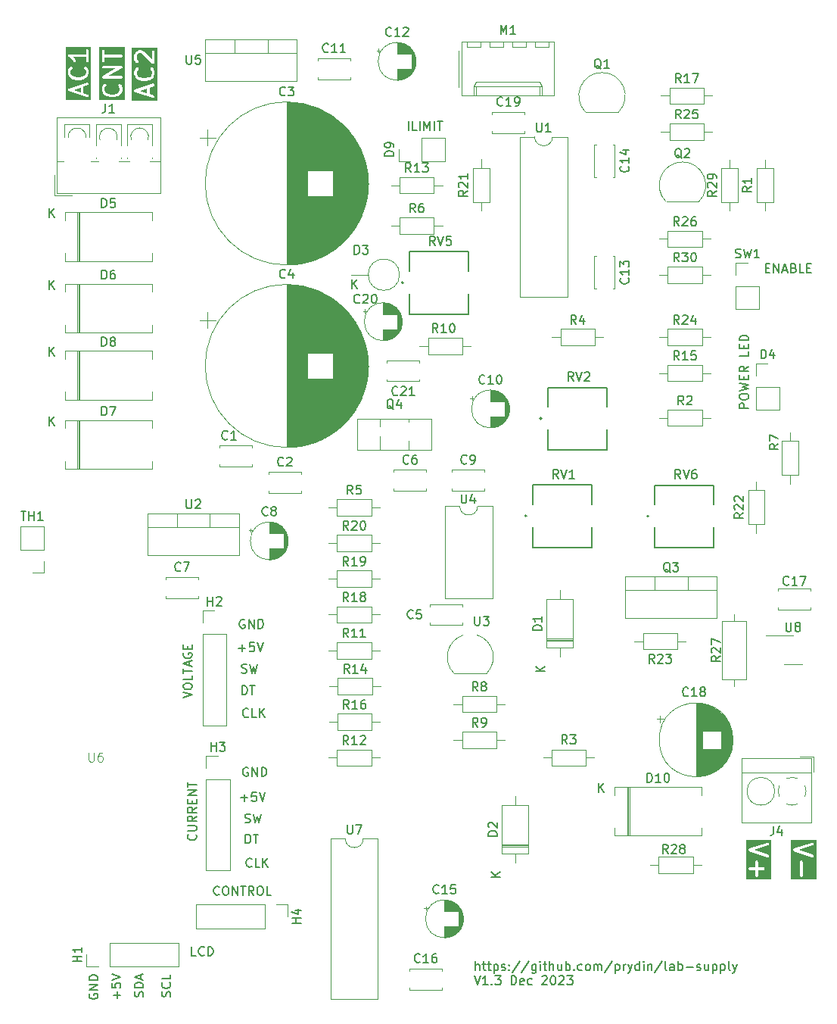
<source format=gbr>
%TF.GenerationSoftware,KiCad,Pcbnew,7.0.8*%
%TF.CreationDate,2023-12-27T07:41:49-05:00*%
%TF.ProjectId,Lab Supply,4c616220-5375-4707-906c-792e6b696361,rev?*%
%TF.SameCoordinates,Original*%
%TF.FileFunction,Legend,Top*%
%TF.FilePolarity,Positive*%
%FSLAX46Y46*%
G04 Gerber Fmt 4.6, Leading zero omitted, Abs format (unit mm)*
G04 Created by KiCad (PCBNEW 7.0.8) date 2023-12-27 07:41:49*
%MOMM*%
%LPD*%
G01*
G04 APERTURE LIST*
%ADD10C,0.150000*%
%ADD11C,0.300000*%
%ADD12C,0.100000*%
%ADD13C,0.120000*%
%ADD14C,0.127000*%
%ADD15C,0.200000*%
G04 APERTURE END LIST*
D10*
X70312969Y-138119819D02*
X69836779Y-138119819D01*
X69836779Y-138119819D02*
X69836779Y-137119819D01*
X71217731Y-138024580D02*
X71170112Y-138072200D01*
X71170112Y-138072200D02*
X71027255Y-138119819D01*
X71027255Y-138119819D02*
X70932017Y-138119819D01*
X70932017Y-138119819D02*
X70789160Y-138072200D01*
X70789160Y-138072200D02*
X70693922Y-137976961D01*
X70693922Y-137976961D02*
X70646303Y-137881723D01*
X70646303Y-137881723D02*
X70598684Y-137691247D01*
X70598684Y-137691247D02*
X70598684Y-137548390D01*
X70598684Y-137548390D02*
X70646303Y-137357914D01*
X70646303Y-137357914D02*
X70693922Y-137262676D01*
X70693922Y-137262676D02*
X70789160Y-137167438D01*
X70789160Y-137167438D02*
X70932017Y-137119819D01*
X70932017Y-137119819D02*
X71027255Y-137119819D01*
X71027255Y-137119819D02*
X71170112Y-137167438D01*
X71170112Y-137167438D02*
X71217731Y-137215057D01*
X71646303Y-138119819D02*
X71646303Y-137119819D01*
X71646303Y-137119819D02*
X71884398Y-137119819D01*
X71884398Y-137119819D02*
X72027255Y-137167438D01*
X72027255Y-137167438D02*
X72122493Y-137262676D01*
X72122493Y-137262676D02*
X72170112Y-137357914D01*
X72170112Y-137357914D02*
X72217731Y-137548390D01*
X72217731Y-137548390D02*
X72217731Y-137691247D01*
X72217731Y-137691247D02*
X72170112Y-137881723D01*
X72170112Y-137881723D02*
X72122493Y-137976961D01*
X72122493Y-137976961D02*
X72027255Y-138072200D01*
X72027255Y-138072200D02*
X71884398Y-138119819D01*
X71884398Y-138119819D02*
X71646303Y-138119819D01*
X76114588Y-117123438D02*
X76019350Y-117075819D01*
X76019350Y-117075819D02*
X75876493Y-117075819D01*
X75876493Y-117075819D02*
X75733636Y-117123438D01*
X75733636Y-117123438D02*
X75638398Y-117218676D01*
X75638398Y-117218676D02*
X75590779Y-117313914D01*
X75590779Y-117313914D02*
X75543160Y-117504390D01*
X75543160Y-117504390D02*
X75543160Y-117647247D01*
X75543160Y-117647247D02*
X75590779Y-117837723D01*
X75590779Y-117837723D02*
X75638398Y-117932961D01*
X75638398Y-117932961D02*
X75733636Y-118028200D01*
X75733636Y-118028200D02*
X75876493Y-118075819D01*
X75876493Y-118075819D02*
X75971731Y-118075819D01*
X75971731Y-118075819D02*
X76114588Y-118028200D01*
X76114588Y-118028200D02*
X76162207Y-117980580D01*
X76162207Y-117980580D02*
X76162207Y-117647247D01*
X76162207Y-117647247D02*
X75971731Y-117647247D01*
X76590779Y-118075819D02*
X76590779Y-117075819D01*
X76590779Y-117075819D02*
X77162207Y-118075819D01*
X77162207Y-118075819D02*
X77162207Y-117075819D01*
X77638398Y-118075819D02*
X77638398Y-117075819D01*
X77638398Y-117075819D02*
X77876493Y-117075819D01*
X77876493Y-117075819D02*
X78019350Y-117123438D01*
X78019350Y-117123438D02*
X78114588Y-117218676D01*
X78114588Y-117218676D02*
X78162207Y-117313914D01*
X78162207Y-117313914D02*
X78209826Y-117504390D01*
X78209826Y-117504390D02*
X78209826Y-117647247D01*
X78209826Y-117647247D02*
X78162207Y-117837723D01*
X78162207Y-117837723D02*
X78114588Y-117932961D01*
X78114588Y-117932961D02*
X78019350Y-118028200D01*
X78019350Y-118028200D02*
X77876493Y-118075819D01*
X77876493Y-118075819D02*
X77638398Y-118075819D01*
D11*
G36*
X62375352Y-42457393D02*
G01*
X59503924Y-42457393D01*
X59503924Y-41355012D01*
X59789638Y-41355012D01*
X59795887Y-41378337D01*
X59797335Y-41402446D01*
X59892573Y-41688161D01*
X59911572Y-41716936D01*
X59928810Y-41746793D01*
X60119286Y-41937269D01*
X60140200Y-41949343D01*
X60158270Y-41965367D01*
X60348746Y-42060605D01*
X60364970Y-42063925D01*
X60379448Y-42071962D01*
X60760399Y-42167200D01*
X60778902Y-42166888D01*
X60796780Y-42171679D01*
X61082495Y-42171679D01*
X61100371Y-42166888D01*
X61118875Y-42167200D01*
X61499827Y-42071962D01*
X61514304Y-42063925D01*
X61530529Y-42060605D01*
X61721005Y-41965367D01*
X61739073Y-41949344D01*
X61759989Y-41937269D01*
X61950465Y-41746794D01*
X61967703Y-41716936D01*
X61986703Y-41688161D01*
X62081941Y-41402446D01*
X62083388Y-41378337D01*
X62089638Y-41355012D01*
X62089638Y-41164536D01*
X62083387Y-41141207D01*
X62081940Y-41117102D01*
X61986702Y-40831388D01*
X61967707Y-40802618D01*
X61950466Y-40772756D01*
X61855226Y-40677517D01*
X61787983Y-40638695D01*
X61710337Y-40638695D01*
X61643094Y-40677519D01*
X61604272Y-40744762D01*
X61604272Y-40822408D01*
X61643096Y-40889651D01*
X61713296Y-40959850D01*
X61789638Y-41188876D01*
X61789638Y-41330669D01*
X61713294Y-41559700D01*
X61565069Y-41707924D01*
X61411091Y-41784913D01*
X61064031Y-41871679D01*
X60815244Y-41871679D01*
X60468184Y-41784914D01*
X60314206Y-41707925D01*
X60165981Y-41559700D01*
X60089638Y-41330669D01*
X60089638Y-41188876D01*
X60165980Y-40959850D01*
X60236180Y-40889650D01*
X60275003Y-40822407D01*
X60275003Y-40744761D01*
X60236180Y-40677518D01*
X60168937Y-40638695D01*
X60091291Y-40638695D01*
X60024048Y-40677518D01*
X59928810Y-40772756D01*
X59911568Y-40802618D01*
X59892574Y-40831388D01*
X59797336Y-41117102D01*
X59795888Y-41141207D01*
X59789638Y-41164536D01*
X59789638Y-41355012D01*
X59503924Y-41355012D01*
X59503924Y-39926441D01*
X59789638Y-39926441D01*
X59799607Y-39963646D01*
X59809402Y-40000862D01*
X59809644Y-40001106D01*
X59809734Y-40001441D01*
X59836954Y-40028661D01*
X59864060Y-40056010D01*
X59864394Y-40056101D01*
X59864638Y-40056345D01*
X59901738Y-40066285D01*
X59938970Y-40076440D01*
X59939305Y-40076351D01*
X59939638Y-40076441D01*
X61939638Y-40076441D01*
X62014638Y-40056345D01*
X62069542Y-40001441D01*
X62089638Y-39926441D01*
X62069542Y-39851441D01*
X62014638Y-39796537D01*
X61939638Y-39776441D01*
X60504472Y-39776441D01*
X62014059Y-38913821D01*
X62014304Y-38913577D01*
X62014638Y-38913488D01*
X62041802Y-38886323D01*
X62069207Y-38859162D01*
X62069298Y-38858827D01*
X62069542Y-38858584D01*
X62079482Y-38821483D01*
X62089637Y-38784252D01*
X62089548Y-38783916D01*
X62089638Y-38783584D01*
X62079668Y-38746378D01*
X62069874Y-38709163D01*
X62069631Y-38708918D01*
X62069542Y-38708584D01*
X62042321Y-38681363D01*
X62015216Y-38654015D01*
X62014881Y-38653923D01*
X62014638Y-38653680D01*
X61977537Y-38643739D01*
X61940306Y-38633585D01*
X61939970Y-38633673D01*
X61939638Y-38633584D01*
X59939638Y-38633584D01*
X59864638Y-38653680D01*
X59809734Y-38708584D01*
X59789638Y-38783584D01*
X59809734Y-38858584D01*
X59864638Y-38913488D01*
X59939638Y-38933584D01*
X61374804Y-38933584D01*
X59865217Y-39796205D01*
X59864972Y-39796447D01*
X59864638Y-39796537D01*
X59837417Y-39823757D01*
X59810069Y-39850863D01*
X59809977Y-39851197D01*
X59809734Y-39851441D01*
X59799793Y-39888541D01*
X59789639Y-39925773D01*
X59789727Y-39926108D01*
X59789638Y-39926441D01*
X59503924Y-39926441D01*
X59503924Y-38116917D01*
X59789638Y-38116917D01*
X59809734Y-38191917D01*
X59864638Y-38246821D01*
X59939638Y-38266917D01*
X60014638Y-38246821D01*
X60069542Y-38191917D01*
X60089638Y-38116917D01*
X60089638Y-37695489D01*
X61939638Y-37695489D01*
X62014638Y-37675393D01*
X62069542Y-37620489D01*
X62089638Y-37545489D01*
X62069542Y-37470489D01*
X62014638Y-37415585D01*
X61939638Y-37395489D01*
X60089638Y-37395489D01*
X60089638Y-36974060D01*
X60069542Y-36899060D01*
X60014638Y-36844156D01*
X59939638Y-36824060D01*
X59864638Y-36844156D01*
X59809734Y-36899060D01*
X59789638Y-36974060D01*
X59789638Y-38116917D01*
X59503924Y-38116917D01*
X59503924Y-36538346D01*
X62375352Y-36538346D01*
X62375352Y-42457393D01*
G37*
D10*
X67410200Y-142710839D02*
X67457819Y-142567982D01*
X67457819Y-142567982D02*
X67457819Y-142329887D01*
X67457819Y-142329887D02*
X67410200Y-142234649D01*
X67410200Y-142234649D02*
X67362580Y-142187030D01*
X67362580Y-142187030D02*
X67267342Y-142139411D01*
X67267342Y-142139411D02*
X67172104Y-142139411D01*
X67172104Y-142139411D02*
X67076866Y-142187030D01*
X67076866Y-142187030D02*
X67029247Y-142234649D01*
X67029247Y-142234649D02*
X66981628Y-142329887D01*
X66981628Y-142329887D02*
X66934009Y-142520363D01*
X66934009Y-142520363D02*
X66886390Y-142615601D01*
X66886390Y-142615601D02*
X66838771Y-142663220D01*
X66838771Y-142663220D02*
X66743533Y-142710839D01*
X66743533Y-142710839D02*
X66648295Y-142710839D01*
X66648295Y-142710839D02*
X66553057Y-142663220D01*
X66553057Y-142663220D02*
X66505438Y-142615601D01*
X66505438Y-142615601D02*
X66457819Y-142520363D01*
X66457819Y-142520363D02*
X66457819Y-142282268D01*
X66457819Y-142282268D02*
X66505438Y-142139411D01*
X67362580Y-141139411D02*
X67410200Y-141187030D01*
X67410200Y-141187030D02*
X67457819Y-141329887D01*
X67457819Y-141329887D02*
X67457819Y-141425125D01*
X67457819Y-141425125D02*
X67410200Y-141567982D01*
X67410200Y-141567982D02*
X67314961Y-141663220D01*
X67314961Y-141663220D02*
X67219723Y-141710839D01*
X67219723Y-141710839D02*
X67029247Y-141758458D01*
X67029247Y-141758458D02*
X66886390Y-141758458D01*
X66886390Y-141758458D02*
X66695914Y-141710839D01*
X66695914Y-141710839D02*
X66600676Y-141663220D01*
X66600676Y-141663220D02*
X66505438Y-141567982D01*
X66505438Y-141567982D02*
X66457819Y-141425125D01*
X66457819Y-141425125D02*
X66457819Y-141329887D01*
X66457819Y-141329887D02*
X66505438Y-141187030D01*
X66505438Y-141187030D02*
X66553057Y-141139411D01*
X67457819Y-140234649D02*
X67457819Y-140710839D01*
X67457819Y-140710839D02*
X66457819Y-140710839D01*
X101586779Y-139759819D02*
X101586779Y-138759819D01*
X102015350Y-139759819D02*
X102015350Y-139236009D01*
X102015350Y-139236009D02*
X101967731Y-139140771D01*
X101967731Y-139140771D02*
X101872493Y-139093152D01*
X101872493Y-139093152D02*
X101729636Y-139093152D01*
X101729636Y-139093152D02*
X101634398Y-139140771D01*
X101634398Y-139140771D02*
X101586779Y-139188390D01*
X102348684Y-139093152D02*
X102729636Y-139093152D01*
X102491541Y-138759819D02*
X102491541Y-139616961D01*
X102491541Y-139616961D02*
X102539160Y-139712200D01*
X102539160Y-139712200D02*
X102634398Y-139759819D01*
X102634398Y-139759819D02*
X102729636Y-139759819D01*
X102920113Y-139093152D02*
X103301065Y-139093152D01*
X103062970Y-138759819D02*
X103062970Y-139616961D01*
X103062970Y-139616961D02*
X103110589Y-139712200D01*
X103110589Y-139712200D02*
X103205827Y-139759819D01*
X103205827Y-139759819D02*
X103301065Y-139759819D01*
X103634399Y-139093152D02*
X103634399Y-140093152D01*
X103634399Y-139140771D02*
X103729637Y-139093152D01*
X103729637Y-139093152D02*
X103920113Y-139093152D01*
X103920113Y-139093152D02*
X104015351Y-139140771D01*
X104015351Y-139140771D02*
X104062970Y-139188390D01*
X104062970Y-139188390D02*
X104110589Y-139283628D01*
X104110589Y-139283628D02*
X104110589Y-139569342D01*
X104110589Y-139569342D02*
X104062970Y-139664580D01*
X104062970Y-139664580D02*
X104015351Y-139712200D01*
X104015351Y-139712200D02*
X103920113Y-139759819D01*
X103920113Y-139759819D02*
X103729637Y-139759819D01*
X103729637Y-139759819D02*
X103634399Y-139712200D01*
X104491542Y-139712200D02*
X104586780Y-139759819D01*
X104586780Y-139759819D02*
X104777256Y-139759819D01*
X104777256Y-139759819D02*
X104872494Y-139712200D01*
X104872494Y-139712200D02*
X104920113Y-139616961D01*
X104920113Y-139616961D02*
X104920113Y-139569342D01*
X104920113Y-139569342D02*
X104872494Y-139474104D01*
X104872494Y-139474104D02*
X104777256Y-139426485D01*
X104777256Y-139426485D02*
X104634399Y-139426485D01*
X104634399Y-139426485D02*
X104539161Y-139378866D01*
X104539161Y-139378866D02*
X104491542Y-139283628D01*
X104491542Y-139283628D02*
X104491542Y-139236009D01*
X104491542Y-139236009D02*
X104539161Y-139140771D01*
X104539161Y-139140771D02*
X104634399Y-139093152D01*
X104634399Y-139093152D02*
X104777256Y-139093152D01*
X104777256Y-139093152D02*
X104872494Y-139140771D01*
X105348685Y-139664580D02*
X105396304Y-139712200D01*
X105396304Y-139712200D02*
X105348685Y-139759819D01*
X105348685Y-139759819D02*
X105301066Y-139712200D01*
X105301066Y-139712200D02*
X105348685Y-139664580D01*
X105348685Y-139664580D02*
X105348685Y-139759819D01*
X105348685Y-139140771D02*
X105396304Y-139188390D01*
X105396304Y-139188390D02*
X105348685Y-139236009D01*
X105348685Y-139236009D02*
X105301066Y-139188390D01*
X105301066Y-139188390D02*
X105348685Y-139140771D01*
X105348685Y-139140771D02*
X105348685Y-139236009D01*
X106539160Y-138712200D02*
X105682018Y-139997914D01*
X107586779Y-138712200D02*
X106729637Y-139997914D01*
X108348684Y-139093152D02*
X108348684Y-139902676D01*
X108348684Y-139902676D02*
X108301065Y-139997914D01*
X108301065Y-139997914D02*
X108253446Y-140045533D01*
X108253446Y-140045533D02*
X108158208Y-140093152D01*
X108158208Y-140093152D02*
X108015351Y-140093152D01*
X108015351Y-140093152D02*
X107920113Y-140045533D01*
X108348684Y-139712200D02*
X108253446Y-139759819D01*
X108253446Y-139759819D02*
X108062970Y-139759819D01*
X108062970Y-139759819D02*
X107967732Y-139712200D01*
X107967732Y-139712200D02*
X107920113Y-139664580D01*
X107920113Y-139664580D02*
X107872494Y-139569342D01*
X107872494Y-139569342D02*
X107872494Y-139283628D01*
X107872494Y-139283628D02*
X107920113Y-139188390D01*
X107920113Y-139188390D02*
X107967732Y-139140771D01*
X107967732Y-139140771D02*
X108062970Y-139093152D01*
X108062970Y-139093152D02*
X108253446Y-139093152D01*
X108253446Y-139093152D02*
X108348684Y-139140771D01*
X108824875Y-139759819D02*
X108824875Y-139093152D01*
X108824875Y-138759819D02*
X108777256Y-138807438D01*
X108777256Y-138807438D02*
X108824875Y-138855057D01*
X108824875Y-138855057D02*
X108872494Y-138807438D01*
X108872494Y-138807438D02*
X108824875Y-138759819D01*
X108824875Y-138759819D02*
X108824875Y-138855057D01*
X109158208Y-139093152D02*
X109539160Y-139093152D01*
X109301065Y-138759819D02*
X109301065Y-139616961D01*
X109301065Y-139616961D02*
X109348684Y-139712200D01*
X109348684Y-139712200D02*
X109443922Y-139759819D01*
X109443922Y-139759819D02*
X109539160Y-139759819D01*
X109872494Y-139759819D02*
X109872494Y-138759819D01*
X110301065Y-139759819D02*
X110301065Y-139236009D01*
X110301065Y-139236009D02*
X110253446Y-139140771D01*
X110253446Y-139140771D02*
X110158208Y-139093152D01*
X110158208Y-139093152D02*
X110015351Y-139093152D01*
X110015351Y-139093152D02*
X109920113Y-139140771D01*
X109920113Y-139140771D02*
X109872494Y-139188390D01*
X111205827Y-139093152D02*
X111205827Y-139759819D01*
X110777256Y-139093152D02*
X110777256Y-139616961D01*
X110777256Y-139616961D02*
X110824875Y-139712200D01*
X110824875Y-139712200D02*
X110920113Y-139759819D01*
X110920113Y-139759819D02*
X111062970Y-139759819D01*
X111062970Y-139759819D02*
X111158208Y-139712200D01*
X111158208Y-139712200D02*
X111205827Y-139664580D01*
X111682018Y-139759819D02*
X111682018Y-138759819D01*
X111682018Y-139140771D02*
X111777256Y-139093152D01*
X111777256Y-139093152D02*
X111967732Y-139093152D01*
X111967732Y-139093152D02*
X112062970Y-139140771D01*
X112062970Y-139140771D02*
X112110589Y-139188390D01*
X112110589Y-139188390D02*
X112158208Y-139283628D01*
X112158208Y-139283628D02*
X112158208Y-139569342D01*
X112158208Y-139569342D02*
X112110589Y-139664580D01*
X112110589Y-139664580D02*
X112062970Y-139712200D01*
X112062970Y-139712200D02*
X111967732Y-139759819D01*
X111967732Y-139759819D02*
X111777256Y-139759819D01*
X111777256Y-139759819D02*
X111682018Y-139712200D01*
X112586780Y-139664580D02*
X112634399Y-139712200D01*
X112634399Y-139712200D02*
X112586780Y-139759819D01*
X112586780Y-139759819D02*
X112539161Y-139712200D01*
X112539161Y-139712200D02*
X112586780Y-139664580D01*
X112586780Y-139664580D02*
X112586780Y-139759819D01*
X113491541Y-139712200D02*
X113396303Y-139759819D01*
X113396303Y-139759819D02*
X113205827Y-139759819D01*
X113205827Y-139759819D02*
X113110589Y-139712200D01*
X113110589Y-139712200D02*
X113062970Y-139664580D01*
X113062970Y-139664580D02*
X113015351Y-139569342D01*
X113015351Y-139569342D02*
X113015351Y-139283628D01*
X113015351Y-139283628D02*
X113062970Y-139188390D01*
X113062970Y-139188390D02*
X113110589Y-139140771D01*
X113110589Y-139140771D02*
X113205827Y-139093152D01*
X113205827Y-139093152D02*
X113396303Y-139093152D01*
X113396303Y-139093152D02*
X113491541Y-139140771D01*
X114062970Y-139759819D02*
X113967732Y-139712200D01*
X113967732Y-139712200D02*
X113920113Y-139664580D01*
X113920113Y-139664580D02*
X113872494Y-139569342D01*
X113872494Y-139569342D02*
X113872494Y-139283628D01*
X113872494Y-139283628D02*
X113920113Y-139188390D01*
X113920113Y-139188390D02*
X113967732Y-139140771D01*
X113967732Y-139140771D02*
X114062970Y-139093152D01*
X114062970Y-139093152D02*
X114205827Y-139093152D01*
X114205827Y-139093152D02*
X114301065Y-139140771D01*
X114301065Y-139140771D02*
X114348684Y-139188390D01*
X114348684Y-139188390D02*
X114396303Y-139283628D01*
X114396303Y-139283628D02*
X114396303Y-139569342D01*
X114396303Y-139569342D02*
X114348684Y-139664580D01*
X114348684Y-139664580D02*
X114301065Y-139712200D01*
X114301065Y-139712200D02*
X114205827Y-139759819D01*
X114205827Y-139759819D02*
X114062970Y-139759819D01*
X114824875Y-139759819D02*
X114824875Y-139093152D01*
X114824875Y-139188390D02*
X114872494Y-139140771D01*
X114872494Y-139140771D02*
X114967732Y-139093152D01*
X114967732Y-139093152D02*
X115110589Y-139093152D01*
X115110589Y-139093152D02*
X115205827Y-139140771D01*
X115205827Y-139140771D02*
X115253446Y-139236009D01*
X115253446Y-139236009D02*
X115253446Y-139759819D01*
X115253446Y-139236009D02*
X115301065Y-139140771D01*
X115301065Y-139140771D02*
X115396303Y-139093152D01*
X115396303Y-139093152D02*
X115539160Y-139093152D01*
X115539160Y-139093152D02*
X115634399Y-139140771D01*
X115634399Y-139140771D02*
X115682018Y-139236009D01*
X115682018Y-139236009D02*
X115682018Y-139759819D01*
X116872493Y-138712200D02*
X116015351Y-139997914D01*
X117205827Y-139093152D02*
X117205827Y-140093152D01*
X117205827Y-139140771D02*
X117301065Y-139093152D01*
X117301065Y-139093152D02*
X117491541Y-139093152D01*
X117491541Y-139093152D02*
X117586779Y-139140771D01*
X117586779Y-139140771D02*
X117634398Y-139188390D01*
X117634398Y-139188390D02*
X117682017Y-139283628D01*
X117682017Y-139283628D02*
X117682017Y-139569342D01*
X117682017Y-139569342D02*
X117634398Y-139664580D01*
X117634398Y-139664580D02*
X117586779Y-139712200D01*
X117586779Y-139712200D02*
X117491541Y-139759819D01*
X117491541Y-139759819D02*
X117301065Y-139759819D01*
X117301065Y-139759819D02*
X117205827Y-139712200D01*
X118110589Y-139759819D02*
X118110589Y-139093152D01*
X118110589Y-139283628D02*
X118158208Y-139188390D01*
X118158208Y-139188390D02*
X118205827Y-139140771D01*
X118205827Y-139140771D02*
X118301065Y-139093152D01*
X118301065Y-139093152D02*
X118396303Y-139093152D01*
X118634399Y-139093152D02*
X118872494Y-139759819D01*
X119110589Y-139093152D02*
X118872494Y-139759819D01*
X118872494Y-139759819D02*
X118777256Y-139997914D01*
X118777256Y-139997914D02*
X118729637Y-140045533D01*
X118729637Y-140045533D02*
X118634399Y-140093152D01*
X119920113Y-139759819D02*
X119920113Y-138759819D01*
X119920113Y-139712200D02*
X119824875Y-139759819D01*
X119824875Y-139759819D02*
X119634399Y-139759819D01*
X119634399Y-139759819D02*
X119539161Y-139712200D01*
X119539161Y-139712200D02*
X119491542Y-139664580D01*
X119491542Y-139664580D02*
X119443923Y-139569342D01*
X119443923Y-139569342D02*
X119443923Y-139283628D01*
X119443923Y-139283628D02*
X119491542Y-139188390D01*
X119491542Y-139188390D02*
X119539161Y-139140771D01*
X119539161Y-139140771D02*
X119634399Y-139093152D01*
X119634399Y-139093152D02*
X119824875Y-139093152D01*
X119824875Y-139093152D02*
X119920113Y-139140771D01*
X120396304Y-139759819D02*
X120396304Y-139093152D01*
X120396304Y-138759819D02*
X120348685Y-138807438D01*
X120348685Y-138807438D02*
X120396304Y-138855057D01*
X120396304Y-138855057D02*
X120443923Y-138807438D01*
X120443923Y-138807438D02*
X120396304Y-138759819D01*
X120396304Y-138759819D02*
X120396304Y-138855057D01*
X120872494Y-139093152D02*
X120872494Y-139759819D01*
X120872494Y-139188390D02*
X120920113Y-139140771D01*
X120920113Y-139140771D02*
X121015351Y-139093152D01*
X121015351Y-139093152D02*
X121158208Y-139093152D01*
X121158208Y-139093152D02*
X121253446Y-139140771D01*
X121253446Y-139140771D02*
X121301065Y-139236009D01*
X121301065Y-139236009D02*
X121301065Y-139759819D01*
X122491541Y-138712200D02*
X121634399Y-139997914D01*
X122967732Y-139759819D02*
X122872494Y-139712200D01*
X122872494Y-139712200D02*
X122824875Y-139616961D01*
X122824875Y-139616961D02*
X122824875Y-138759819D01*
X123777256Y-139759819D02*
X123777256Y-139236009D01*
X123777256Y-139236009D02*
X123729637Y-139140771D01*
X123729637Y-139140771D02*
X123634399Y-139093152D01*
X123634399Y-139093152D02*
X123443923Y-139093152D01*
X123443923Y-139093152D02*
X123348685Y-139140771D01*
X123777256Y-139712200D02*
X123682018Y-139759819D01*
X123682018Y-139759819D02*
X123443923Y-139759819D01*
X123443923Y-139759819D02*
X123348685Y-139712200D01*
X123348685Y-139712200D02*
X123301066Y-139616961D01*
X123301066Y-139616961D02*
X123301066Y-139521723D01*
X123301066Y-139521723D02*
X123348685Y-139426485D01*
X123348685Y-139426485D02*
X123443923Y-139378866D01*
X123443923Y-139378866D02*
X123682018Y-139378866D01*
X123682018Y-139378866D02*
X123777256Y-139331247D01*
X124253447Y-139759819D02*
X124253447Y-138759819D01*
X124253447Y-139140771D02*
X124348685Y-139093152D01*
X124348685Y-139093152D02*
X124539161Y-139093152D01*
X124539161Y-139093152D02*
X124634399Y-139140771D01*
X124634399Y-139140771D02*
X124682018Y-139188390D01*
X124682018Y-139188390D02*
X124729637Y-139283628D01*
X124729637Y-139283628D02*
X124729637Y-139569342D01*
X124729637Y-139569342D02*
X124682018Y-139664580D01*
X124682018Y-139664580D02*
X124634399Y-139712200D01*
X124634399Y-139712200D02*
X124539161Y-139759819D01*
X124539161Y-139759819D02*
X124348685Y-139759819D01*
X124348685Y-139759819D02*
X124253447Y-139712200D01*
X125158209Y-139378866D02*
X125920114Y-139378866D01*
X126348685Y-139712200D02*
X126443923Y-139759819D01*
X126443923Y-139759819D02*
X126634399Y-139759819D01*
X126634399Y-139759819D02*
X126729637Y-139712200D01*
X126729637Y-139712200D02*
X126777256Y-139616961D01*
X126777256Y-139616961D02*
X126777256Y-139569342D01*
X126777256Y-139569342D02*
X126729637Y-139474104D01*
X126729637Y-139474104D02*
X126634399Y-139426485D01*
X126634399Y-139426485D02*
X126491542Y-139426485D01*
X126491542Y-139426485D02*
X126396304Y-139378866D01*
X126396304Y-139378866D02*
X126348685Y-139283628D01*
X126348685Y-139283628D02*
X126348685Y-139236009D01*
X126348685Y-139236009D02*
X126396304Y-139140771D01*
X126396304Y-139140771D02*
X126491542Y-139093152D01*
X126491542Y-139093152D02*
X126634399Y-139093152D01*
X126634399Y-139093152D02*
X126729637Y-139140771D01*
X127634399Y-139093152D02*
X127634399Y-139759819D01*
X127205828Y-139093152D02*
X127205828Y-139616961D01*
X127205828Y-139616961D02*
X127253447Y-139712200D01*
X127253447Y-139712200D02*
X127348685Y-139759819D01*
X127348685Y-139759819D02*
X127491542Y-139759819D01*
X127491542Y-139759819D02*
X127586780Y-139712200D01*
X127586780Y-139712200D02*
X127634399Y-139664580D01*
X128110590Y-139093152D02*
X128110590Y-140093152D01*
X128110590Y-139140771D02*
X128205828Y-139093152D01*
X128205828Y-139093152D02*
X128396304Y-139093152D01*
X128396304Y-139093152D02*
X128491542Y-139140771D01*
X128491542Y-139140771D02*
X128539161Y-139188390D01*
X128539161Y-139188390D02*
X128586780Y-139283628D01*
X128586780Y-139283628D02*
X128586780Y-139569342D01*
X128586780Y-139569342D02*
X128539161Y-139664580D01*
X128539161Y-139664580D02*
X128491542Y-139712200D01*
X128491542Y-139712200D02*
X128396304Y-139759819D01*
X128396304Y-139759819D02*
X128205828Y-139759819D01*
X128205828Y-139759819D02*
X128110590Y-139712200D01*
X129015352Y-139093152D02*
X129015352Y-140093152D01*
X129015352Y-139140771D02*
X129110590Y-139093152D01*
X129110590Y-139093152D02*
X129301066Y-139093152D01*
X129301066Y-139093152D02*
X129396304Y-139140771D01*
X129396304Y-139140771D02*
X129443923Y-139188390D01*
X129443923Y-139188390D02*
X129491542Y-139283628D01*
X129491542Y-139283628D02*
X129491542Y-139569342D01*
X129491542Y-139569342D02*
X129443923Y-139664580D01*
X129443923Y-139664580D02*
X129396304Y-139712200D01*
X129396304Y-139712200D02*
X129301066Y-139759819D01*
X129301066Y-139759819D02*
X129110590Y-139759819D01*
X129110590Y-139759819D02*
X129015352Y-139712200D01*
X130062971Y-139759819D02*
X129967733Y-139712200D01*
X129967733Y-139712200D02*
X129920114Y-139616961D01*
X129920114Y-139616961D02*
X129920114Y-138759819D01*
X130348686Y-139093152D02*
X130586781Y-139759819D01*
X130824876Y-139093152D02*
X130586781Y-139759819D01*
X130586781Y-139759819D02*
X130491543Y-139997914D01*
X130491543Y-139997914D02*
X130443924Y-140045533D01*
X130443924Y-140045533D02*
X130348686Y-140093152D01*
X101443922Y-140369819D02*
X101777255Y-141369819D01*
X101777255Y-141369819D02*
X102110588Y-140369819D01*
X102967731Y-141369819D02*
X102396303Y-141369819D01*
X102682017Y-141369819D02*
X102682017Y-140369819D01*
X102682017Y-140369819D02*
X102586779Y-140512676D01*
X102586779Y-140512676D02*
X102491541Y-140607914D01*
X102491541Y-140607914D02*
X102396303Y-140655533D01*
X103396303Y-141274580D02*
X103443922Y-141322200D01*
X103443922Y-141322200D02*
X103396303Y-141369819D01*
X103396303Y-141369819D02*
X103348684Y-141322200D01*
X103348684Y-141322200D02*
X103396303Y-141274580D01*
X103396303Y-141274580D02*
X103396303Y-141369819D01*
X103777255Y-140369819D02*
X104396302Y-140369819D01*
X104396302Y-140369819D02*
X104062969Y-140750771D01*
X104062969Y-140750771D02*
X104205826Y-140750771D01*
X104205826Y-140750771D02*
X104301064Y-140798390D01*
X104301064Y-140798390D02*
X104348683Y-140846009D01*
X104348683Y-140846009D02*
X104396302Y-140941247D01*
X104396302Y-140941247D02*
X104396302Y-141179342D01*
X104396302Y-141179342D02*
X104348683Y-141274580D01*
X104348683Y-141274580D02*
X104301064Y-141322200D01*
X104301064Y-141322200D02*
X104205826Y-141369819D01*
X104205826Y-141369819D02*
X103920112Y-141369819D01*
X103920112Y-141369819D02*
X103824874Y-141322200D01*
X103824874Y-141322200D02*
X103777255Y-141274580D01*
X105586779Y-141369819D02*
X105586779Y-140369819D01*
X105586779Y-140369819D02*
X105824874Y-140369819D01*
X105824874Y-140369819D02*
X105967731Y-140417438D01*
X105967731Y-140417438D02*
X106062969Y-140512676D01*
X106062969Y-140512676D02*
X106110588Y-140607914D01*
X106110588Y-140607914D02*
X106158207Y-140798390D01*
X106158207Y-140798390D02*
X106158207Y-140941247D01*
X106158207Y-140941247D02*
X106110588Y-141131723D01*
X106110588Y-141131723D02*
X106062969Y-141226961D01*
X106062969Y-141226961D02*
X105967731Y-141322200D01*
X105967731Y-141322200D02*
X105824874Y-141369819D01*
X105824874Y-141369819D02*
X105586779Y-141369819D01*
X106967731Y-141322200D02*
X106872493Y-141369819D01*
X106872493Y-141369819D02*
X106682017Y-141369819D01*
X106682017Y-141369819D02*
X106586779Y-141322200D01*
X106586779Y-141322200D02*
X106539160Y-141226961D01*
X106539160Y-141226961D02*
X106539160Y-140846009D01*
X106539160Y-140846009D02*
X106586779Y-140750771D01*
X106586779Y-140750771D02*
X106682017Y-140703152D01*
X106682017Y-140703152D02*
X106872493Y-140703152D01*
X106872493Y-140703152D02*
X106967731Y-140750771D01*
X106967731Y-140750771D02*
X107015350Y-140846009D01*
X107015350Y-140846009D02*
X107015350Y-140941247D01*
X107015350Y-140941247D02*
X106539160Y-141036485D01*
X107872493Y-141322200D02*
X107777255Y-141369819D01*
X107777255Y-141369819D02*
X107586779Y-141369819D01*
X107586779Y-141369819D02*
X107491541Y-141322200D01*
X107491541Y-141322200D02*
X107443922Y-141274580D01*
X107443922Y-141274580D02*
X107396303Y-141179342D01*
X107396303Y-141179342D02*
X107396303Y-140893628D01*
X107396303Y-140893628D02*
X107443922Y-140798390D01*
X107443922Y-140798390D02*
X107491541Y-140750771D01*
X107491541Y-140750771D02*
X107586779Y-140703152D01*
X107586779Y-140703152D02*
X107777255Y-140703152D01*
X107777255Y-140703152D02*
X107872493Y-140750771D01*
X109015351Y-140465057D02*
X109062970Y-140417438D01*
X109062970Y-140417438D02*
X109158208Y-140369819D01*
X109158208Y-140369819D02*
X109396303Y-140369819D01*
X109396303Y-140369819D02*
X109491541Y-140417438D01*
X109491541Y-140417438D02*
X109539160Y-140465057D01*
X109539160Y-140465057D02*
X109586779Y-140560295D01*
X109586779Y-140560295D02*
X109586779Y-140655533D01*
X109586779Y-140655533D02*
X109539160Y-140798390D01*
X109539160Y-140798390D02*
X108967732Y-141369819D01*
X108967732Y-141369819D02*
X109586779Y-141369819D01*
X110205827Y-140369819D02*
X110301065Y-140369819D01*
X110301065Y-140369819D02*
X110396303Y-140417438D01*
X110396303Y-140417438D02*
X110443922Y-140465057D01*
X110443922Y-140465057D02*
X110491541Y-140560295D01*
X110491541Y-140560295D02*
X110539160Y-140750771D01*
X110539160Y-140750771D02*
X110539160Y-140988866D01*
X110539160Y-140988866D02*
X110491541Y-141179342D01*
X110491541Y-141179342D02*
X110443922Y-141274580D01*
X110443922Y-141274580D02*
X110396303Y-141322200D01*
X110396303Y-141322200D02*
X110301065Y-141369819D01*
X110301065Y-141369819D02*
X110205827Y-141369819D01*
X110205827Y-141369819D02*
X110110589Y-141322200D01*
X110110589Y-141322200D02*
X110062970Y-141274580D01*
X110062970Y-141274580D02*
X110015351Y-141179342D01*
X110015351Y-141179342D02*
X109967732Y-140988866D01*
X109967732Y-140988866D02*
X109967732Y-140750771D01*
X109967732Y-140750771D02*
X110015351Y-140560295D01*
X110015351Y-140560295D02*
X110062970Y-140465057D01*
X110062970Y-140465057D02*
X110110589Y-140417438D01*
X110110589Y-140417438D02*
X110205827Y-140369819D01*
X110920113Y-140465057D02*
X110967732Y-140417438D01*
X110967732Y-140417438D02*
X111062970Y-140369819D01*
X111062970Y-140369819D02*
X111301065Y-140369819D01*
X111301065Y-140369819D02*
X111396303Y-140417438D01*
X111396303Y-140417438D02*
X111443922Y-140465057D01*
X111443922Y-140465057D02*
X111491541Y-140560295D01*
X111491541Y-140560295D02*
X111491541Y-140655533D01*
X111491541Y-140655533D02*
X111443922Y-140798390D01*
X111443922Y-140798390D02*
X110872494Y-141369819D01*
X110872494Y-141369819D02*
X111491541Y-141369819D01*
X111824875Y-140369819D02*
X112443922Y-140369819D01*
X112443922Y-140369819D02*
X112110589Y-140750771D01*
X112110589Y-140750771D02*
X112253446Y-140750771D01*
X112253446Y-140750771D02*
X112348684Y-140798390D01*
X112348684Y-140798390D02*
X112396303Y-140846009D01*
X112396303Y-140846009D02*
X112443922Y-140941247D01*
X112443922Y-140941247D02*
X112443922Y-141179342D01*
X112443922Y-141179342D02*
X112396303Y-141274580D01*
X112396303Y-141274580D02*
X112348684Y-141322200D01*
X112348684Y-141322200D02*
X112253446Y-141369819D01*
X112253446Y-141369819D02*
X111967732Y-141369819D01*
X111967732Y-141369819D02*
X111872494Y-141322200D01*
X111872494Y-141322200D02*
X111824875Y-141274580D01*
X75737588Y-100580438D02*
X75642350Y-100532819D01*
X75642350Y-100532819D02*
X75499493Y-100532819D01*
X75499493Y-100532819D02*
X75356636Y-100580438D01*
X75356636Y-100580438D02*
X75261398Y-100675676D01*
X75261398Y-100675676D02*
X75213779Y-100770914D01*
X75213779Y-100770914D02*
X75166160Y-100961390D01*
X75166160Y-100961390D02*
X75166160Y-101104247D01*
X75166160Y-101104247D02*
X75213779Y-101294723D01*
X75213779Y-101294723D02*
X75261398Y-101389961D01*
X75261398Y-101389961D02*
X75356636Y-101485200D01*
X75356636Y-101485200D02*
X75499493Y-101532819D01*
X75499493Y-101532819D02*
X75594731Y-101532819D01*
X75594731Y-101532819D02*
X75737588Y-101485200D01*
X75737588Y-101485200D02*
X75785207Y-101437580D01*
X75785207Y-101437580D02*
X75785207Y-101104247D01*
X75785207Y-101104247D02*
X75594731Y-101104247D01*
X76213779Y-101532819D02*
X76213779Y-100532819D01*
X76213779Y-100532819D02*
X76785207Y-101532819D01*
X76785207Y-101532819D02*
X76785207Y-100532819D01*
X77261398Y-101532819D02*
X77261398Y-100532819D01*
X77261398Y-100532819D02*
X77499493Y-100532819D01*
X77499493Y-100532819D02*
X77642350Y-100580438D01*
X77642350Y-100580438D02*
X77737588Y-100675676D01*
X77737588Y-100675676D02*
X77785207Y-100770914D01*
X77785207Y-100770914D02*
X77832826Y-100961390D01*
X77832826Y-100961390D02*
X77832826Y-101104247D01*
X77832826Y-101104247D02*
X77785207Y-101294723D01*
X77785207Y-101294723D02*
X77737588Y-101389961D01*
X77737588Y-101389961D02*
X77642350Y-101485200D01*
X77642350Y-101485200D02*
X77499493Y-101532819D01*
X77499493Y-101532819D02*
X77261398Y-101532819D01*
X68869819Y-109306077D02*
X69869819Y-108972744D01*
X69869819Y-108972744D02*
X68869819Y-108639411D01*
X68869819Y-108115601D02*
X68869819Y-107925125D01*
X68869819Y-107925125D02*
X68917438Y-107829887D01*
X68917438Y-107829887D02*
X69012676Y-107734649D01*
X69012676Y-107734649D02*
X69203152Y-107687030D01*
X69203152Y-107687030D02*
X69536485Y-107687030D01*
X69536485Y-107687030D02*
X69726961Y-107734649D01*
X69726961Y-107734649D02*
X69822200Y-107829887D01*
X69822200Y-107829887D02*
X69869819Y-107925125D01*
X69869819Y-107925125D02*
X69869819Y-108115601D01*
X69869819Y-108115601D02*
X69822200Y-108210839D01*
X69822200Y-108210839D02*
X69726961Y-108306077D01*
X69726961Y-108306077D02*
X69536485Y-108353696D01*
X69536485Y-108353696D02*
X69203152Y-108353696D01*
X69203152Y-108353696D02*
X69012676Y-108306077D01*
X69012676Y-108306077D02*
X68917438Y-108210839D01*
X68917438Y-108210839D02*
X68869819Y-108115601D01*
X69869819Y-106782268D02*
X69869819Y-107258458D01*
X69869819Y-107258458D02*
X68869819Y-107258458D01*
X68869819Y-106591791D02*
X68869819Y-106020363D01*
X69869819Y-106306077D02*
X68869819Y-106306077D01*
X69584104Y-105734648D02*
X69584104Y-105258458D01*
X69869819Y-105829886D02*
X68869819Y-105496553D01*
X68869819Y-105496553D02*
X69869819Y-105163220D01*
X68917438Y-104306077D02*
X68869819Y-104401315D01*
X68869819Y-104401315D02*
X68869819Y-104544172D01*
X68869819Y-104544172D02*
X68917438Y-104687029D01*
X68917438Y-104687029D02*
X69012676Y-104782267D01*
X69012676Y-104782267D02*
X69107914Y-104829886D01*
X69107914Y-104829886D02*
X69298390Y-104877505D01*
X69298390Y-104877505D02*
X69441247Y-104877505D01*
X69441247Y-104877505D02*
X69631723Y-104829886D01*
X69631723Y-104829886D02*
X69726961Y-104782267D01*
X69726961Y-104782267D02*
X69822200Y-104687029D01*
X69822200Y-104687029D02*
X69869819Y-104544172D01*
X69869819Y-104544172D02*
X69869819Y-104448934D01*
X69869819Y-104448934D02*
X69822200Y-104306077D01*
X69822200Y-104306077D02*
X69774580Y-104258458D01*
X69774580Y-104258458D02*
X69441247Y-104258458D01*
X69441247Y-104258458D02*
X69441247Y-104448934D01*
X69346009Y-103829886D02*
X69346009Y-103496553D01*
X69869819Y-103353696D02*
X69869819Y-103829886D01*
X69869819Y-103829886D02*
X68869819Y-103829886D01*
X68869819Y-103829886D02*
X68869819Y-103353696D01*
X134036779Y-61246009D02*
X134370112Y-61246009D01*
X134512969Y-61769819D02*
X134036779Y-61769819D01*
X134036779Y-61769819D02*
X134036779Y-60769819D01*
X134036779Y-60769819D02*
X134512969Y-60769819D01*
X134941541Y-61769819D02*
X134941541Y-60769819D01*
X134941541Y-60769819D02*
X135512969Y-61769819D01*
X135512969Y-61769819D02*
X135512969Y-60769819D01*
X135941541Y-61484104D02*
X136417731Y-61484104D01*
X135846303Y-61769819D02*
X136179636Y-60769819D01*
X136179636Y-60769819D02*
X136512969Y-61769819D01*
X137179636Y-61246009D02*
X137322493Y-61293628D01*
X137322493Y-61293628D02*
X137370112Y-61341247D01*
X137370112Y-61341247D02*
X137417731Y-61436485D01*
X137417731Y-61436485D02*
X137417731Y-61579342D01*
X137417731Y-61579342D02*
X137370112Y-61674580D01*
X137370112Y-61674580D02*
X137322493Y-61722200D01*
X137322493Y-61722200D02*
X137227255Y-61769819D01*
X137227255Y-61769819D02*
X136846303Y-61769819D01*
X136846303Y-61769819D02*
X136846303Y-60769819D01*
X136846303Y-60769819D02*
X137179636Y-60769819D01*
X137179636Y-60769819D02*
X137274874Y-60817438D01*
X137274874Y-60817438D02*
X137322493Y-60865057D01*
X137322493Y-60865057D02*
X137370112Y-60960295D01*
X137370112Y-60960295D02*
X137370112Y-61055533D01*
X137370112Y-61055533D02*
X137322493Y-61150771D01*
X137322493Y-61150771D02*
X137274874Y-61198390D01*
X137274874Y-61198390D02*
X137179636Y-61246009D01*
X137179636Y-61246009D02*
X136846303Y-61246009D01*
X138322493Y-61769819D02*
X137846303Y-61769819D01*
X137846303Y-61769819D02*
X137846303Y-60769819D01*
X138655827Y-61246009D02*
X138989160Y-61246009D01*
X139132017Y-61769819D02*
X138655827Y-61769819D01*
X138655827Y-61769819D02*
X138655827Y-60769819D01*
X138655827Y-60769819D02*
X139132017Y-60769819D01*
X61488866Y-142917220D02*
X61488866Y-142155316D01*
X61869819Y-142536268D02*
X61107914Y-142536268D01*
X60869819Y-141202935D02*
X60869819Y-141679125D01*
X60869819Y-141679125D02*
X61346009Y-141726744D01*
X61346009Y-141726744D02*
X61298390Y-141679125D01*
X61298390Y-141679125D02*
X61250771Y-141583887D01*
X61250771Y-141583887D02*
X61250771Y-141345792D01*
X61250771Y-141345792D02*
X61298390Y-141250554D01*
X61298390Y-141250554D02*
X61346009Y-141202935D01*
X61346009Y-141202935D02*
X61441247Y-141155316D01*
X61441247Y-141155316D02*
X61679342Y-141155316D01*
X61679342Y-141155316D02*
X61774580Y-141202935D01*
X61774580Y-141202935D02*
X61822200Y-141250554D01*
X61822200Y-141250554D02*
X61869819Y-141345792D01*
X61869819Y-141345792D02*
X61869819Y-141583887D01*
X61869819Y-141583887D02*
X61822200Y-141679125D01*
X61822200Y-141679125D02*
X61774580Y-141726744D01*
X60869819Y-140869601D02*
X61869819Y-140536268D01*
X61869819Y-140536268D02*
X60869819Y-140202935D01*
D11*
G36*
X134693030Y-129597368D02*
G01*
X131824647Y-129597368D01*
X131824647Y-128399749D01*
X132110361Y-128399749D01*
X132130457Y-128474749D01*
X132185361Y-128529653D01*
X132260361Y-128549749D01*
X132872266Y-128549749D01*
X132872266Y-129161654D01*
X132892362Y-129236654D01*
X132947266Y-129291558D01*
X133022266Y-129311654D01*
X133097266Y-129291558D01*
X133152170Y-129236654D01*
X133172266Y-129161654D01*
X133172266Y-128549749D01*
X133784171Y-128549749D01*
X133859171Y-128529653D01*
X133914075Y-128474749D01*
X133934171Y-128399749D01*
X133914075Y-128324749D01*
X133859171Y-128269845D01*
X133784171Y-128249749D01*
X133172266Y-128249749D01*
X133172266Y-127637844D01*
X133152170Y-127562844D01*
X133097266Y-127507940D01*
X133022266Y-127487844D01*
X132947266Y-127507940D01*
X132892362Y-127562844D01*
X132872266Y-127637844D01*
X132872266Y-128249749D01*
X132260361Y-128249749D01*
X132185361Y-128269845D01*
X132130457Y-128324749D01*
X132110361Y-128399749D01*
X131824647Y-128399749D01*
X131824647Y-126334582D01*
X132113406Y-126334582D01*
X132117508Y-126342786D01*
X132118058Y-126351944D01*
X132134656Y-126377082D01*
X132148130Y-126404031D01*
X132155786Y-126409085D01*
X132160840Y-126416740D01*
X132187786Y-126430213D01*
X132212927Y-126446812D01*
X134212927Y-127113479D01*
X134290433Y-127118132D01*
X134359881Y-127083407D01*
X134402663Y-127018611D01*
X134407316Y-126941105D01*
X134372591Y-126871656D01*
X134307795Y-126828874D01*
X132734702Y-126304510D01*
X134307795Y-125780146D01*
X134372592Y-125737365D01*
X134407316Y-125667916D01*
X134402664Y-125590410D01*
X134359882Y-125525613D01*
X134290433Y-125490889D01*
X134212927Y-125495541D01*
X132212927Y-126162207D01*
X132187788Y-126178805D01*
X132160840Y-126192279D01*
X132155785Y-126199935D01*
X132148131Y-126204989D01*
X132134657Y-126231935D01*
X132118059Y-126257076D01*
X132117509Y-126266231D01*
X132113406Y-126274438D01*
X132115211Y-126304513D01*
X132113406Y-126334582D01*
X131824647Y-126334582D01*
X131824647Y-125205175D01*
X134693030Y-125205175D01*
X134693030Y-129597368D01*
G37*
D10*
X75336779Y-120488866D02*
X76098684Y-120488866D01*
X75717731Y-120869819D02*
X75717731Y-120107914D01*
X77051064Y-119869819D02*
X76574874Y-119869819D01*
X76574874Y-119869819D02*
X76527255Y-120346009D01*
X76527255Y-120346009D02*
X76574874Y-120298390D01*
X76574874Y-120298390D02*
X76670112Y-120250771D01*
X76670112Y-120250771D02*
X76908207Y-120250771D01*
X76908207Y-120250771D02*
X77003445Y-120298390D01*
X77003445Y-120298390D02*
X77051064Y-120346009D01*
X77051064Y-120346009D02*
X77098683Y-120441247D01*
X77098683Y-120441247D02*
X77098683Y-120679342D01*
X77098683Y-120679342D02*
X77051064Y-120774580D01*
X77051064Y-120774580D02*
X77003445Y-120822200D01*
X77003445Y-120822200D02*
X76908207Y-120869819D01*
X76908207Y-120869819D02*
X76670112Y-120869819D01*
X76670112Y-120869819D02*
X76574874Y-120822200D01*
X76574874Y-120822200D02*
X76527255Y-120774580D01*
X77384398Y-119869819D02*
X77717731Y-120869819D01*
X77717731Y-120869819D02*
X78051064Y-119869819D01*
X75844779Y-125568819D02*
X75844779Y-124568819D01*
X75844779Y-124568819D02*
X76082874Y-124568819D01*
X76082874Y-124568819D02*
X76225731Y-124616438D01*
X76225731Y-124616438D02*
X76320969Y-124711676D01*
X76320969Y-124711676D02*
X76368588Y-124806914D01*
X76368588Y-124806914D02*
X76416207Y-124997390D01*
X76416207Y-124997390D02*
X76416207Y-125140247D01*
X76416207Y-125140247D02*
X76368588Y-125330723D01*
X76368588Y-125330723D02*
X76320969Y-125425961D01*
X76320969Y-125425961D02*
X76225731Y-125521200D01*
X76225731Y-125521200D02*
X76082874Y-125568819D01*
X76082874Y-125568819D02*
X75844779Y-125568819D01*
X76701922Y-124568819D02*
X77273350Y-124568819D01*
X76987636Y-125568819D02*
X76987636Y-124568819D01*
X72908207Y-131274580D02*
X72860588Y-131322200D01*
X72860588Y-131322200D02*
X72717731Y-131369819D01*
X72717731Y-131369819D02*
X72622493Y-131369819D01*
X72622493Y-131369819D02*
X72479636Y-131322200D01*
X72479636Y-131322200D02*
X72384398Y-131226961D01*
X72384398Y-131226961D02*
X72336779Y-131131723D01*
X72336779Y-131131723D02*
X72289160Y-130941247D01*
X72289160Y-130941247D02*
X72289160Y-130798390D01*
X72289160Y-130798390D02*
X72336779Y-130607914D01*
X72336779Y-130607914D02*
X72384398Y-130512676D01*
X72384398Y-130512676D02*
X72479636Y-130417438D01*
X72479636Y-130417438D02*
X72622493Y-130369819D01*
X72622493Y-130369819D02*
X72717731Y-130369819D01*
X72717731Y-130369819D02*
X72860588Y-130417438D01*
X72860588Y-130417438D02*
X72908207Y-130465057D01*
X73527255Y-130369819D02*
X73717731Y-130369819D01*
X73717731Y-130369819D02*
X73812969Y-130417438D01*
X73812969Y-130417438D02*
X73908207Y-130512676D01*
X73908207Y-130512676D02*
X73955826Y-130703152D01*
X73955826Y-130703152D02*
X73955826Y-131036485D01*
X73955826Y-131036485D02*
X73908207Y-131226961D01*
X73908207Y-131226961D02*
X73812969Y-131322200D01*
X73812969Y-131322200D02*
X73717731Y-131369819D01*
X73717731Y-131369819D02*
X73527255Y-131369819D01*
X73527255Y-131369819D02*
X73432017Y-131322200D01*
X73432017Y-131322200D02*
X73336779Y-131226961D01*
X73336779Y-131226961D02*
X73289160Y-131036485D01*
X73289160Y-131036485D02*
X73289160Y-130703152D01*
X73289160Y-130703152D02*
X73336779Y-130512676D01*
X73336779Y-130512676D02*
X73432017Y-130417438D01*
X73432017Y-130417438D02*
X73527255Y-130369819D01*
X74384398Y-131369819D02*
X74384398Y-130369819D01*
X74384398Y-130369819D02*
X74955826Y-131369819D01*
X74955826Y-131369819D02*
X74955826Y-130369819D01*
X75289160Y-130369819D02*
X75860588Y-130369819D01*
X75574874Y-131369819D02*
X75574874Y-130369819D01*
X76765350Y-131369819D02*
X76432017Y-130893628D01*
X76193922Y-131369819D02*
X76193922Y-130369819D01*
X76193922Y-130369819D02*
X76574874Y-130369819D01*
X76574874Y-130369819D02*
X76670112Y-130417438D01*
X76670112Y-130417438D02*
X76717731Y-130465057D01*
X76717731Y-130465057D02*
X76765350Y-130560295D01*
X76765350Y-130560295D02*
X76765350Y-130703152D01*
X76765350Y-130703152D02*
X76717731Y-130798390D01*
X76717731Y-130798390D02*
X76670112Y-130846009D01*
X76670112Y-130846009D02*
X76574874Y-130893628D01*
X76574874Y-130893628D02*
X76193922Y-130893628D01*
X77384398Y-130369819D02*
X77574874Y-130369819D01*
X77574874Y-130369819D02*
X77670112Y-130417438D01*
X77670112Y-130417438D02*
X77765350Y-130512676D01*
X77765350Y-130512676D02*
X77812969Y-130703152D01*
X77812969Y-130703152D02*
X77812969Y-131036485D01*
X77812969Y-131036485D02*
X77765350Y-131226961D01*
X77765350Y-131226961D02*
X77670112Y-131322200D01*
X77670112Y-131322200D02*
X77574874Y-131369819D01*
X77574874Y-131369819D02*
X77384398Y-131369819D01*
X77384398Y-131369819D02*
X77289160Y-131322200D01*
X77289160Y-131322200D02*
X77193922Y-131226961D01*
X77193922Y-131226961D02*
X77146303Y-131036485D01*
X77146303Y-131036485D02*
X77146303Y-130703152D01*
X77146303Y-130703152D02*
X77193922Y-130512676D01*
X77193922Y-130512676D02*
X77289160Y-130417438D01*
X77289160Y-130417438D02*
X77384398Y-130369819D01*
X78717731Y-131369819D02*
X78241541Y-131369819D01*
X78241541Y-131369819D02*
X78241541Y-130369819D01*
X58377438Y-142393411D02*
X58329819Y-142488649D01*
X58329819Y-142488649D02*
X58329819Y-142631506D01*
X58329819Y-142631506D02*
X58377438Y-142774363D01*
X58377438Y-142774363D02*
X58472676Y-142869601D01*
X58472676Y-142869601D02*
X58567914Y-142917220D01*
X58567914Y-142917220D02*
X58758390Y-142964839D01*
X58758390Y-142964839D02*
X58901247Y-142964839D01*
X58901247Y-142964839D02*
X59091723Y-142917220D01*
X59091723Y-142917220D02*
X59186961Y-142869601D01*
X59186961Y-142869601D02*
X59282200Y-142774363D01*
X59282200Y-142774363D02*
X59329819Y-142631506D01*
X59329819Y-142631506D02*
X59329819Y-142536268D01*
X59329819Y-142536268D02*
X59282200Y-142393411D01*
X59282200Y-142393411D02*
X59234580Y-142345792D01*
X59234580Y-142345792D02*
X58901247Y-142345792D01*
X58901247Y-142345792D02*
X58901247Y-142536268D01*
X59329819Y-141917220D02*
X58329819Y-141917220D01*
X58329819Y-141917220D02*
X59329819Y-141345792D01*
X59329819Y-141345792D02*
X58329819Y-141345792D01*
X59329819Y-140869601D02*
X58329819Y-140869601D01*
X58329819Y-140869601D02*
X58329819Y-140631506D01*
X58329819Y-140631506D02*
X58377438Y-140488649D01*
X58377438Y-140488649D02*
X58472676Y-140393411D01*
X58472676Y-140393411D02*
X58567914Y-140345792D01*
X58567914Y-140345792D02*
X58758390Y-140298173D01*
X58758390Y-140298173D02*
X58901247Y-140298173D01*
X58901247Y-140298173D02*
X59091723Y-140345792D01*
X59091723Y-140345792D02*
X59186961Y-140393411D01*
X59186961Y-140393411D02*
X59282200Y-140488649D01*
X59282200Y-140488649D02*
X59329819Y-140631506D01*
X59329819Y-140631506D02*
X59329819Y-140869601D01*
X75797160Y-123235200D02*
X75940017Y-123282819D01*
X75940017Y-123282819D02*
X76178112Y-123282819D01*
X76178112Y-123282819D02*
X76273350Y-123235200D01*
X76273350Y-123235200D02*
X76320969Y-123187580D01*
X76320969Y-123187580D02*
X76368588Y-123092342D01*
X76368588Y-123092342D02*
X76368588Y-122997104D01*
X76368588Y-122997104D02*
X76320969Y-122901866D01*
X76320969Y-122901866D02*
X76273350Y-122854247D01*
X76273350Y-122854247D02*
X76178112Y-122806628D01*
X76178112Y-122806628D02*
X75987636Y-122759009D01*
X75987636Y-122759009D02*
X75892398Y-122711390D01*
X75892398Y-122711390D02*
X75844779Y-122663771D01*
X75844779Y-122663771D02*
X75797160Y-122568533D01*
X75797160Y-122568533D02*
X75797160Y-122473295D01*
X75797160Y-122473295D02*
X75844779Y-122378057D01*
X75844779Y-122378057D02*
X75892398Y-122330438D01*
X75892398Y-122330438D02*
X75987636Y-122282819D01*
X75987636Y-122282819D02*
X76225731Y-122282819D01*
X76225731Y-122282819D02*
X76368588Y-122330438D01*
X76701922Y-122282819D02*
X76940017Y-123282819D01*
X76940017Y-123282819D02*
X77130493Y-122568533D01*
X77130493Y-122568533D02*
X77320969Y-123282819D01*
X77320969Y-123282819D02*
X77559065Y-122282819D01*
X75086779Y-103738866D02*
X75848684Y-103738866D01*
X75467731Y-104119819D02*
X75467731Y-103357914D01*
X76801064Y-103119819D02*
X76324874Y-103119819D01*
X76324874Y-103119819D02*
X76277255Y-103596009D01*
X76277255Y-103596009D02*
X76324874Y-103548390D01*
X76324874Y-103548390D02*
X76420112Y-103500771D01*
X76420112Y-103500771D02*
X76658207Y-103500771D01*
X76658207Y-103500771D02*
X76753445Y-103548390D01*
X76753445Y-103548390D02*
X76801064Y-103596009D01*
X76801064Y-103596009D02*
X76848683Y-103691247D01*
X76848683Y-103691247D02*
X76848683Y-103929342D01*
X76848683Y-103929342D02*
X76801064Y-104024580D01*
X76801064Y-104024580D02*
X76753445Y-104072200D01*
X76753445Y-104072200D02*
X76658207Y-104119819D01*
X76658207Y-104119819D02*
X76420112Y-104119819D01*
X76420112Y-104119819D02*
X76324874Y-104072200D01*
X76324874Y-104072200D02*
X76277255Y-104024580D01*
X77134398Y-103119819D02*
X77467731Y-104119819D01*
X77467731Y-104119819D02*
X77801064Y-103119819D01*
X75420160Y-106485200D02*
X75563017Y-106532819D01*
X75563017Y-106532819D02*
X75801112Y-106532819D01*
X75801112Y-106532819D02*
X75896350Y-106485200D01*
X75896350Y-106485200D02*
X75943969Y-106437580D01*
X75943969Y-106437580D02*
X75991588Y-106342342D01*
X75991588Y-106342342D02*
X75991588Y-106247104D01*
X75991588Y-106247104D02*
X75943969Y-106151866D01*
X75943969Y-106151866D02*
X75896350Y-106104247D01*
X75896350Y-106104247D02*
X75801112Y-106056628D01*
X75801112Y-106056628D02*
X75610636Y-106009009D01*
X75610636Y-106009009D02*
X75515398Y-105961390D01*
X75515398Y-105961390D02*
X75467779Y-105913771D01*
X75467779Y-105913771D02*
X75420160Y-105818533D01*
X75420160Y-105818533D02*
X75420160Y-105723295D01*
X75420160Y-105723295D02*
X75467779Y-105628057D01*
X75467779Y-105628057D02*
X75515398Y-105580438D01*
X75515398Y-105580438D02*
X75610636Y-105532819D01*
X75610636Y-105532819D02*
X75848731Y-105532819D01*
X75848731Y-105532819D02*
X75991588Y-105580438D01*
X76324922Y-105532819D02*
X76563017Y-106532819D01*
X76563017Y-106532819D02*
X76753493Y-105818533D01*
X76753493Y-105818533D02*
X76943969Y-106532819D01*
X76943969Y-106532819D02*
X77182065Y-105532819D01*
X76166207Y-111390580D02*
X76118588Y-111438200D01*
X76118588Y-111438200D02*
X75975731Y-111485819D01*
X75975731Y-111485819D02*
X75880493Y-111485819D01*
X75880493Y-111485819D02*
X75737636Y-111438200D01*
X75737636Y-111438200D02*
X75642398Y-111342961D01*
X75642398Y-111342961D02*
X75594779Y-111247723D01*
X75594779Y-111247723D02*
X75547160Y-111057247D01*
X75547160Y-111057247D02*
X75547160Y-110914390D01*
X75547160Y-110914390D02*
X75594779Y-110723914D01*
X75594779Y-110723914D02*
X75642398Y-110628676D01*
X75642398Y-110628676D02*
X75737636Y-110533438D01*
X75737636Y-110533438D02*
X75880493Y-110485819D01*
X75880493Y-110485819D02*
X75975731Y-110485819D01*
X75975731Y-110485819D02*
X76118588Y-110533438D01*
X76118588Y-110533438D02*
X76166207Y-110581057D01*
X77070969Y-111485819D02*
X76594779Y-111485819D01*
X76594779Y-111485819D02*
X76594779Y-110485819D01*
X77404303Y-111485819D02*
X77404303Y-110485819D01*
X77975731Y-111485819D02*
X77547160Y-110914390D01*
X77975731Y-110485819D02*
X77404303Y-111057247D01*
X76543207Y-128140580D02*
X76495588Y-128188200D01*
X76495588Y-128188200D02*
X76352731Y-128235819D01*
X76352731Y-128235819D02*
X76257493Y-128235819D01*
X76257493Y-128235819D02*
X76114636Y-128188200D01*
X76114636Y-128188200D02*
X76019398Y-128092961D01*
X76019398Y-128092961D02*
X75971779Y-127997723D01*
X75971779Y-127997723D02*
X75924160Y-127807247D01*
X75924160Y-127807247D02*
X75924160Y-127664390D01*
X75924160Y-127664390D02*
X75971779Y-127473914D01*
X75971779Y-127473914D02*
X76019398Y-127378676D01*
X76019398Y-127378676D02*
X76114636Y-127283438D01*
X76114636Y-127283438D02*
X76257493Y-127235819D01*
X76257493Y-127235819D02*
X76352731Y-127235819D01*
X76352731Y-127235819D02*
X76495588Y-127283438D01*
X76495588Y-127283438D02*
X76543207Y-127331057D01*
X77447969Y-128235819D02*
X76971779Y-128235819D01*
X76971779Y-128235819D02*
X76971779Y-127235819D01*
X77781303Y-128235819D02*
X77781303Y-127235819D01*
X78352731Y-128235819D02*
X77924160Y-127664390D01*
X78352731Y-127235819D02*
X77781303Y-127807247D01*
X64362200Y-142710839D02*
X64409819Y-142567982D01*
X64409819Y-142567982D02*
X64409819Y-142329887D01*
X64409819Y-142329887D02*
X64362200Y-142234649D01*
X64362200Y-142234649D02*
X64314580Y-142187030D01*
X64314580Y-142187030D02*
X64219342Y-142139411D01*
X64219342Y-142139411D02*
X64124104Y-142139411D01*
X64124104Y-142139411D02*
X64028866Y-142187030D01*
X64028866Y-142187030D02*
X63981247Y-142234649D01*
X63981247Y-142234649D02*
X63933628Y-142329887D01*
X63933628Y-142329887D02*
X63886009Y-142520363D01*
X63886009Y-142520363D02*
X63838390Y-142615601D01*
X63838390Y-142615601D02*
X63790771Y-142663220D01*
X63790771Y-142663220D02*
X63695533Y-142710839D01*
X63695533Y-142710839D02*
X63600295Y-142710839D01*
X63600295Y-142710839D02*
X63505057Y-142663220D01*
X63505057Y-142663220D02*
X63457438Y-142615601D01*
X63457438Y-142615601D02*
X63409819Y-142520363D01*
X63409819Y-142520363D02*
X63409819Y-142282268D01*
X63409819Y-142282268D02*
X63457438Y-142139411D01*
X64409819Y-141710839D02*
X63409819Y-141710839D01*
X63409819Y-141710839D02*
X63409819Y-141472744D01*
X63409819Y-141472744D02*
X63457438Y-141329887D01*
X63457438Y-141329887D02*
X63552676Y-141234649D01*
X63552676Y-141234649D02*
X63647914Y-141187030D01*
X63647914Y-141187030D02*
X63838390Y-141139411D01*
X63838390Y-141139411D02*
X63981247Y-141139411D01*
X63981247Y-141139411D02*
X64171723Y-141187030D01*
X64171723Y-141187030D02*
X64266961Y-141234649D01*
X64266961Y-141234649D02*
X64362200Y-141329887D01*
X64362200Y-141329887D02*
X64409819Y-141472744D01*
X64409819Y-141472744D02*
X64409819Y-141710839D01*
X64124104Y-140758458D02*
X64124104Y-140282268D01*
X64409819Y-140853696D02*
X63409819Y-140520363D01*
X63409819Y-140520363D02*
X64409819Y-140187030D01*
X132119819Y-76913220D02*
X131119819Y-76913220D01*
X131119819Y-76913220D02*
X131119819Y-76532268D01*
X131119819Y-76532268D02*
X131167438Y-76437030D01*
X131167438Y-76437030D02*
X131215057Y-76389411D01*
X131215057Y-76389411D02*
X131310295Y-76341792D01*
X131310295Y-76341792D02*
X131453152Y-76341792D01*
X131453152Y-76341792D02*
X131548390Y-76389411D01*
X131548390Y-76389411D02*
X131596009Y-76437030D01*
X131596009Y-76437030D02*
X131643628Y-76532268D01*
X131643628Y-76532268D02*
X131643628Y-76913220D01*
X131119819Y-75722744D02*
X131119819Y-75532268D01*
X131119819Y-75532268D02*
X131167438Y-75437030D01*
X131167438Y-75437030D02*
X131262676Y-75341792D01*
X131262676Y-75341792D02*
X131453152Y-75294173D01*
X131453152Y-75294173D02*
X131786485Y-75294173D01*
X131786485Y-75294173D02*
X131976961Y-75341792D01*
X131976961Y-75341792D02*
X132072200Y-75437030D01*
X132072200Y-75437030D02*
X132119819Y-75532268D01*
X132119819Y-75532268D02*
X132119819Y-75722744D01*
X132119819Y-75722744D02*
X132072200Y-75817982D01*
X132072200Y-75817982D02*
X131976961Y-75913220D01*
X131976961Y-75913220D02*
X131786485Y-75960839D01*
X131786485Y-75960839D02*
X131453152Y-75960839D01*
X131453152Y-75960839D02*
X131262676Y-75913220D01*
X131262676Y-75913220D02*
X131167438Y-75817982D01*
X131167438Y-75817982D02*
X131119819Y-75722744D01*
X131119819Y-74960839D02*
X132119819Y-74722744D01*
X132119819Y-74722744D02*
X131405533Y-74532268D01*
X131405533Y-74532268D02*
X132119819Y-74341792D01*
X132119819Y-74341792D02*
X131119819Y-74103697D01*
X131596009Y-73722744D02*
X131596009Y-73389411D01*
X132119819Y-73246554D02*
X132119819Y-73722744D01*
X132119819Y-73722744D02*
X131119819Y-73722744D01*
X131119819Y-73722744D02*
X131119819Y-73246554D01*
X132119819Y-72246554D02*
X131643628Y-72579887D01*
X132119819Y-72817982D02*
X131119819Y-72817982D01*
X131119819Y-72817982D02*
X131119819Y-72437030D01*
X131119819Y-72437030D02*
X131167438Y-72341792D01*
X131167438Y-72341792D02*
X131215057Y-72294173D01*
X131215057Y-72294173D02*
X131310295Y-72246554D01*
X131310295Y-72246554D02*
X131453152Y-72246554D01*
X131453152Y-72246554D02*
X131548390Y-72294173D01*
X131548390Y-72294173D02*
X131596009Y-72341792D01*
X131596009Y-72341792D02*
X131643628Y-72437030D01*
X131643628Y-72437030D02*
X131643628Y-72817982D01*
X132119819Y-70579887D02*
X132119819Y-71056077D01*
X132119819Y-71056077D02*
X131119819Y-71056077D01*
X131596009Y-70246553D02*
X131596009Y-69913220D01*
X132119819Y-69770363D02*
X132119819Y-70246553D01*
X132119819Y-70246553D02*
X131119819Y-70246553D01*
X131119819Y-70246553D02*
X131119819Y-69770363D01*
X132119819Y-69341791D02*
X131119819Y-69341791D01*
X131119819Y-69341791D02*
X131119819Y-69103696D01*
X131119819Y-69103696D02*
X131167438Y-68960839D01*
X131167438Y-68960839D02*
X131262676Y-68865601D01*
X131262676Y-68865601D02*
X131357914Y-68817982D01*
X131357914Y-68817982D02*
X131548390Y-68770363D01*
X131548390Y-68770363D02*
X131691247Y-68770363D01*
X131691247Y-68770363D02*
X131881723Y-68817982D01*
X131881723Y-68817982D02*
X131976961Y-68865601D01*
X131976961Y-68865601D02*
X132072200Y-68960839D01*
X132072200Y-68960839D02*
X132119819Y-69103696D01*
X132119819Y-69103696D02*
X132119819Y-69341791D01*
X70274580Y-124591792D02*
X70322200Y-124639411D01*
X70322200Y-124639411D02*
X70369819Y-124782268D01*
X70369819Y-124782268D02*
X70369819Y-124877506D01*
X70369819Y-124877506D02*
X70322200Y-125020363D01*
X70322200Y-125020363D02*
X70226961Y-125115601D01*
X70226961Y-125115601D02*
X70131723Y-125163220D01*
X70131723Y-125163220D02*
X69941247Y-125210839D01*
X69941247Y-125210839D02*
X69798390Y-125210839D01*
X69798390Y-125210839D02*
X69607914Y-125163220D01*
X69607914Y-125163220D02*
X69512676Y-125115601D01*
X69512676Y-125115601D02*
X69417438Y-125020363D01*
X69417438Y-125020363D02*
X69369819Y-124877506D01*
X69369819Y-124877506D02*
X69369819Y-124782268D01*
X69369819Y-124782268D02*
X69417438Y-124639411D01*
X69417438Y-124639411D02*
X69465057Y-124591792D01*
X69369819Y-124163220D02*
X70179342Y-124163220D01*
X70179342Y-124163220D02*
X70274580Y-124115601D01*
X70274580Y-124115601D02*
X70322200Y-124067982D01*
X70322200Y-124067982D02*
X70369819Y-123972744D01*
X70369819Y-123972744D02*
X70369819Y-123782268D01*
X70369819Y-123782268D02*
X70322200Y-123687030D01*
X70322200Y-123687030D02*
X70274580Y-123639411D01*
X70274580Y-123639411D02*
X70179342Y-123591792D01*
X70179342Y-123591792D02*
X69369819Y-123591792D01*
X70369819Y-122544173D02*
X69893628Y-122877506D01*
X70369819Y-123115601D02*
X69369819Y-123115601D01*
X69369819Y-123115601D02*
X69369819Y-122734649D01*
X69369819Y-122734649D02*
X69417438Y-122639411D01*
X69417438Y-122639411D02*
X69465057Y-122591792D01*
X69465057Y-122591792D02*
X69560295Y-122544173D01*
X69560295Y-122544173D02*
X69703152Y-122544173D01*
X69703152Y-122544173D02*
X69798390Y-122591792D01*
X69798390Y-122591792D02*
X69846009Y-122639411D01*
X69846009Y-122639411D02*
X69893628Y-122734649D01*
X69893628Y-122734649D02*
X69893628Y-123115601D01*
X70369819Y-121544173D02*
X69893628Y-121877506D01*
X70369819Y-122115601D02*
X69369819Y-122115601D01*
X69369819Y-122115601D02*
X69369819Y-121734649D01*
X69369819Y-121734649D02*
X69417438Y-121639411D01*
X69417438Y-121639411D02*
X69465057Y-121591792D01*
X69465057Y-121591792D02*
X69560295Y-121544173D01*
X69560295Y-121544173D02*
X69703152Y-121544173D01*
X69703152Y-121544173D02*
X69798390Y-121591792D01*
X69798390Y-121591792D02*
X69846009Y-121639411D01*
X69846009Y-121639411D02*
X69893628Y-121734649D01*
X69893628Y-121734649D02*
X69893628Y-122115601D01*
X69846009Y-121115601D02*
X69846009Y-120782268D01*
X70369819Y-120639411D02*
X70369819Y-121115601D01*
X70369819Y-121115601D02*
X69369819Y-121115601D01*
X69369819Y-121115601D02*
X69369819Y-120639411D01*
X70369819Y-120210839D02*
X69369819Y-120210839D01*
X69369819Y-120210839D02*
X70369819Y-119639411D01*
X70369819Y-119639411D02*
X69369819Y-119639411D01*
X69369819Y-119306077D02*
X69369819Y-118734649D01*
X70369819Y-119020363D02*
X69369819Y-119020363D01*
D11*
G36*
X139693030Y-129597368D02*
G01*
X136827692Y-129597368D01*
X136827692Y-129161654D01*
X137872266Y-129161654D01*
X137892362Y-129236654D01*
X137947266Y-129291558D01*
X138022266Y-129311654D01*
X138097266Y-129291558D01*
X138152170Y-129236654D01*
X138172266Y-129161654D01*
X138172266Y-127637844D01*
X138152170Y-127562844D01*
X138097266Y-127507940D01*
X138022266Y-127487844D01*
X137947266Y-127507940D01*
X137892362Y-127562844D01*
X137872266Y-127637844D01*
X137872266Y-129161654D01*
X136827692Y-129161654D01*
X136827692Y-126334582D01*
X137113406Y-126334582D01*
X137117508Y-126342786D01*
X137118058Y-126351944D01*
X137134656Y-126377082D01*
X137148130Y-126404031D01*
X137155786Y-126409085D01*
X137160840Y-126416740D01*
X137187786Y-126430213D01*
X137212927Y-126446812D01*
X139212927Y-127113479D01*
X139290433Y-127118132D01*
X139359881Y-127083407D01*
X139402663Y-127018611D01*
X139407316Y-126941105D01*
X139372591Y-126871656D01*
X139307795Y-126828874D01*
X137734702Y-126304510D01*
X139307795Y-125780146D01*
X139372592Y-125737365D01*
X139407316Y-125667916D01*
X139402664Y-125590410D01*
X139359882Y-125525613D01*
X139290433Y-125490889D01*
X139212927Y-125495541D01*
X137212927Y-126162207D01*
X137187788Y-126178805D01*
X137160840Y-126192279D01*
X137155785Y-126199935D01*
X137148131Y-126204989D01*
X137134657Y-126231935D01*
X137118059Y-126257076D01*
X137117509Y-126266231D01*
X137113406Y-126274438D01*
X137115211Y-126304513D01*
X137113406Y-126334582D01*
X136827692Y-126334582D01*
X136827692Y-125205175D01*
X139693030Y-125205175D01*
X139693030Y-129597368D01*
G37*
D10*
X75467779Y-108945819D02*
X75467779Y-107945819D01*
X75467779Y-107945819D02*
X75705874Y-107945819D01*
X75705874Y-107945819D02*
X75848731Y-107993438D01*
X75848731Y-107993438D02*
X75943969Y-108088676D01*
X75943969Y-108088676D02*
X75991588Y-108183914D01*
X75991588Y-108183914D02*
X76039207Y-108374390D01*
X76039207Y-108374390D02*
X76039207Y-108517247D01*
X76039207Y-108517247D02*
X75991588Y-108707723D01*
X75991588Y-108707723D02*
X75943969Y-108802961D01*
X75943969Y-108802961D02*
X75848731Y-108898200D01*
X75848731Y-108898200D02*
X75705874Y-108945819D01*
X75705874Y-108945819D02*
X75467779Y-108945819D01*
X76324922Y-107945819D02*
X76896350Y-107945819D01*
X76610636Y-108945819D02*
X76610636Y-107945819D01*
D11*
G36*
X57418209Y-41613565D02*
G01*
X56613979Y-41345488D01*
X57418209Y-41077412D01*
X57418209Y-41613565D01*
G37*
G36*
X58575352Y-42444824D02*
G01*
X55703924Y-42444824D01*
X55703924Y-41375561D01*
X55992683Y-41375561D01*
X55996786Y-41383767D01*
X55997336Y-41392923D01*
X56013934Y-41418063D01*
X56027408Y-41445010D01*
X56035062Y-41450063D01*
X56040117Y-41457720D01*
X56067065Y-41471193D01*
X56092204Y-41487792D01*
X58092204Y-42154458D01*
X58169710Y-42159110D01*
X58239159Y-42124386D01*
X58281941Y-42059589D01*
X58286593Y-41982083D01*
X58251869Y-41912634D01*
X58187072Y-41869853D01*
X57718209Y-41713565D01*
X57718209Y-40977412D01*
X58187072Y-40821125D01*
X58251868Y-40778343D01*
X58286593Y-40708894D01*
X58281940Y-40631388D01*
X58239158Y-40566592D01*
X58169710Y-40531867D01*
X58092204Y-40536520D01*
X56092204Y-41203187D01*
X56067063Y-41219785D01*
X56040117Y-41233259D01*
X56035063Y-41240913D01*
X56027407Y-41245968D01*
X56013933Y-41272916D01*
X55997335Y-41298055D01*
X55996785Y-41307212D01*
X55992683Y-41315417D01*
X55994488Y-41345485D01*
X55992683Y-41375561D01*
X55703924Y-41375561D01*
X55703924Y-39440726D01*
X55989638Y-39440726D01*
X55995887Y-39464051D01*
X55997335Y-39488160D01*
X56092573Y-39773875D01*
X56111572Y-39802650D01*
X56128810Y-39832507D01*
X56319286Y-40022983D01*
X56340200Y-40035057D01*
X56358270Y-40051081D01*
X56548746Y-40146319D01*
X56564970Y-40149639D01*
X56579448Y-40157676D01*
X56960399Y-40252914D01*
X56978902Y-40252602D01*
X56996780Y-40257393D01*
X57282495Y-40257393D01*
X57300371Y-40252602D01*
X57318875Y-40252914D01*
X57699827Y-40157676D01*
X57714304Y-40149639D01*
X57730529Y-40146319D01*
X57921005Y-40051081D01*
X57939073Y-40035058D01*
X57959989Y-40022983D01*
X58150465Y-39832508D01*
X58167703Y-39802650D01*
X58186703Y-39773875D01*
X58281941Y-39488160D01*
X58283388Y-39464051D01*
X58289638Y-39440726D01*
X58289638Y-39250250D01*
X58283387Y-39226921D01*
X58281940Y-39202816D01*
X58186702Y-38917102D01*
X58167707Y-38888332D01*
X58150466Y-38858470D01*
X58055226Y-38763231D01*
X57987983Y-38724409D01*
X57910337Y-38724409D01*
X57843094Y-38763233D01*
X57804272Y-38830476D01*
X57804272Y-38908122D01*
X57843096Y-38975365D01*
X57913296Y-39045564D01*
X57989638Y-39274590D01*
X57989638Y-39416383D01*
X57913294Y-39645414D01*
X57765069Y-39793638D01*
X57611091Y-39870627D01*
X57264031Y-39957393D01*
X57015244Y-39957393D01*
X56668184Y-39870628D01*
X56514206Y-39793639D01*
X56365981Y-39645414D01*
X56289638Y-39416383D01*
X56289638Y-39274590D01*
X56365980Y-39045564D01*
X56436180Y-38975364D01*
X56475003Y-38908121D01*
X56475003Y-38830475D01*
X56436180Y-38763232D01*
X56368937Y-38724409D01*
X56291291Y-38724409D01*
X56224048Y-38763232D01*
X56128810Y-38858470D01*
X56111568Y-38888332D01*
X56092574Y-38917102D01*
X55997336Y-39202816D01*
X55995888Y-39226921D01*
X55989638Y-39250250D01*
X55989638Y-39440726D01*
X55703924Y-39440726D01*
X55703924Y-37535965D01*
X55989638Y-37535965D01*
X55998477Y-37568953D01*
X56005176Y-37602449D01*
X56008450Y-37606175D01*
X56009734Y-37610965D01*
X56033883Y-37635114D01*
X56056433Y-37660773D01*
X56329787Y-37843008D01*
X56492550Y-38005771D01*
X56576902Y-38174475D01*
X56628418Y-38232570D01*
X56702079Y-38257124D01*
X56778148Y-38241557D01*
X56836243Y-38190042D01*
X56860797Y-38116381D01*
X56845230Y-38040311D01*
X56749992Y-37849835D01*
X56733968Y-37831765D01*
X56721894Y-37810851D01*
X56597008Y-37685965D01*
X57989638Y-37685965D01*
X57989638Y-38107393D01*
X58009734Y-38182393D01*
X58064638Y-38237297D01*
X58139638Y-38257393D01*
X58214638Y-38237297D01*
X58269542Y-38182393D01*
X58289638Y-38107393D01*
X58289638Y-36964536D01*
X58269542Y-36889536D01*
X58214638Y-36834632D01*
X58139638Y-36814536D01*
X58064638Y-36834632D01*
X58009734Y-36889536D01*
X57989638Y-36964536D01*
X57989638Y-37385965D01*
X56139638Y-37385965D01*
X56106649Y-37394804D01*
X56073154Y-37401503D01*
X56069427Y-37404777D01*
X56064638Y-37406061D01*
X56040488Y-37430210D01*
X56014830Y-37452760D01*
X56013240Y-37457458D01*
X56009734Y-37460965D01*
X56000894Y-37493955D01*
X55989949Y-37526311D01*
X55990921Y-37531174D01*
X55989638Y-37535965D01*
X55703924Y-37535965D01*
X55703924Y-36528822D01*
X58575352Y-36528822D01*
X58575352Y-42444824D01*
G37*
G36*
X64818209Y-41713565D02*
G01*
X64013979Y-41445488D01*
X64818209Y-41177412D01*
X64818209Y-41713565D01*
G37*
G36*
X65975352Y-42544824D02*
G01*
X63103924Y-42544824D01*
X63103924Y-41475561D01*
X63392683Y-41475561D01*
X63396786Y-41483767D01*
X63397336Y-41492923D01*
X63413934Y-41518063D01*
X63427408Y-41545010D01*
X63435062Y-41550063D01*
X63440117Y-41557720D01*
X63467065Y-41571193D01*
X63492204Y-41587792D01*
X65492204Y-42254458D01*
X65569710Y-42259110D01*
X65639159Y-42224386D01*
X65681941Y-42159589D01*
X65686593Y-42082083D01*
X65651869Y-42012634D01*
X65587072Y-41969853D01*
X65118209Y-41813565D01*
X65118209Y-41077412D01*
X65587072Y-40921125D01*
X65651868Y-40878343D01*
X65686593Y-40808894D01*
X65681940Y-40731388D01*
X65639158Y-40666592D01*
X65569710Y-40631867D01*
X65492204Y-40636520D01*
X63492204Y-41303187D01*
X63467063Y-41319785D01*
X63440117Y-41333259D01*
X63435063Y-41340913D01*
X63427407Y-41345968D01*
X63413933Y-41372916D01*
X63397335Y-41398055D01*
X63396785Y-41407212D01*
X63392683Y-41415417D01*
X63394488Y-41445485D01*
X63392683Y-41475561D01*
X63103924Y-41475561D01*
X63103924Y-39540726D01*
X63389638Y-39540726D01*
X63395887Y-39564051D01*
X63397335Y-39588160D01*
X63492573Y-39873875D01*
X63511572Y-39902650D01*
X63528810Y-39932507D01*
X63719286Y-40122983D01*
X63740200Y-40135057D01*
X63758270Y-40151081D01*
X63948746Y-40246319D01*
X63964970Y-40249639D01*
X63979448Y-40257676D01*
X64360399Y-40352914D01*
X64378902Y-40352602D01*
X64396780Y-40357393D01*
X64682495Y-40357393D01*
X64700371Y-40352602D01*
X64718875Y-40352914D01*
X65099827Y-40257676D01*
X65114304Y-40249639D01*
X65130529Y-40246319D01*
X65321005Y-40151081D01*
X65339073Y-40135058D01*
X65359989Y-40122983D01*
X65550465Y-39932508D01*
X65567703Y-39902650D01*
X65586703Y-39873875D01*
X65681941Y-39588160D01*
X65683388Y-39564051D01*
X65689638Y-39540726D01*
X65689638Y-39350250D01*
X65683387Y-39326921D01*
X65681940Y-39302816D01*
X65586702Y-39017102D01*
X65567707Y-38988332D01*
X65550466Y-38958470D01*
X65455226Y-38863231D01*
X65387983Y-38824409D01*
X65310337Y-38824409D01*
X65243094Y-38863233D01*
X65204272Y-38930476D01*
X65204272Y-39008122D01*
X65243096Y-39075365D01*
X65313296Y-39145564D01*
X65389638Y-39374590D01*
X65389638Y-39516383D01*
X65313294Y-39745414D01*
X65165069Y-39893638D01*
X65011091Y-39970627D01*
X64664031Y-40057393D01*
X64415244Y-40057393D01*
X64068184Y-39970628D01*
X63914206Y-39893639D01*
X63765981Y-39745414D01*
X63689638Y-39516383D01*
X63689638Y-39374590D01*
X63765980Y-39145564D01*
X63836180Y-39075364D01*
X63875003Y-39008121D01*
X63875003Y-38930475D01*
X63836180Y-38863232D01*
X63768937Y-38824409D01*
X63691291Y-38824409D01*
X63624048Y-38863232D01*
X63528810Y-38958470D01*
X63511568Y-38988332D01*
X63492574Y-39017102D01*
X63397336Y-39302816D01*
X63395888Y-39326921D01*
X63389638Y-39350250D01*
X63389638Y-39540726D01*
X63103924Y-39540726D01*
X63103924Y-37921679D01*
X63389638Y-37921679D01*
X63398561Y-37954980D01*
X63405474Y-37988761D01*
X63500712Y-38179237D01*
X63516734Y-38197305D01*
X63528810Y-38218221D01*
X63624048Y-38313459D01*
X63691291Y-38352282D01*
X63768937Y-38352282D01*
X63836180Y-38313459D01*
X63875003Y-38246216D01*
X63875003Y-38168570D01*
X63836180Y-38101327D01*
X63758154Y-38023301D01*
X63689638Y-37886269D01*
X63689638Y-37480898D01*
X63758154Y-37343866D01*
X63818968Y-37283052D01*
X63956000Y-37214536D01*
X64086726Y-37214536D01*
X64315752Y-37290878D01*
X65433572Y-38408697D01*
X65450673Y-38418570D01*
X65464638Y-38432535D01*
X65483712Y-38437646D01*
X65500815Y-38447520D01*
X65520563Y-38447520D01*
X65539638Y-38452631D01*
X65558713Y-38447520D01*
X65578461Y-38447520D01*
X65595563Y-38437646D01*
X65614638Y-38432535D01*
X65628602Y-38418570D01*
X65645704Y-38408697D01*
X65655577Y-38391595D01*
X65669542Y-38377631D01*
X65674653Y-38358556D01*
X65684527Y-38341454D01*
X65684527Y-38321705D01*
X65689638Y-38302631D01*
X65689638Y-37064536D01*
X65669542Y-36989536D01*
X65614638Y-36934632D01*
X65539638Y-36914536D01*
X65464638Y-36934632D01*
X65409734Y-36989536D01*
X65389638Y-37064536D01*
X65389638Y-37940499D01*
X64502846Y-37053708D01*
X64472983Y-37036466D01*
X64444214Y-37017472D01*
X64158500Y-36922234D01*
X64134394Y-36920786D01*
X64111066Y-36914536D01*
X63920590Y-36914536D01*
X63887286Y-36923459D01*
X63853508Y-36930372D01*
X63663032Y-37025610D01*
X63644962Y-37041633D01*
X63624048Y-37053708D01*
X63528810Y-37148946D01*
X63516734Y-37169861D01*
X63500712Y-37187930D01*
X63405474Y-37378406D01*
X63398561Y-37412186D01*
X63389638Y-37445488D01*
X63389638Y-37921679D01*
X63103924Y-37921679D01*
X63103924Y-36628822D01*
X65975352Y-36628822D01*
X65975352Y-42544824D01*
G37*
D10*
X94061779Y-45869819D02*
X94061779Y-44869819D01*
X95014159Y-45869819D02*
X94537969Y-45869819D01*
X94537969Y-45869819D02*
X94537969Y-44869819D01*
X95347493Y-45869819D02*
X95347493Y-44869819D01*
X95823683Y-45869819D02*
X95823683Y-44869819D01*
X95823683Y-44869819D02*
X96157016Y-45584104D01*
X96157016Y-45584104D02*
X96490349Y-44869819D01*
X96490349Y-44869819D02*
X96490349Y-45869819D01*
X96966540Y-45869819D02*
X96966540Y-44869819D01*
X97299873Y-44869819D02*
X97871301Y-44869819D01*
X97585587Y-45869819D02*
X97585587Y-44869819D01*
X128954819Y-104642857D02*
X128478628Y-104976190D01*
X128954819Y-105214285D02*
X127954819Y-105214285D01*
X127954819Y-105214285D02*
X127954819Y-104833333D01*
X127954819Y-104833333D02*
X128002438Y-104738095D01*
X128002438Y-104738095D02*
X128050057Y-104690476D01*
X128050057Y-104690476D02*
X128145295Y-104642857D01*
X128145295Y-104642857D02*
X128288152Y-104642857D01*
X128288152Y-104642857D02*
X128383390Y-104690476D01*
X128383390Y-104690476D02*
X128431009Y-104738095D01*
X128431009Y-104738095D02*
X128478628Y-104833333D01*
X128478628Y-104833333D02*
X128478628Y-105214285D01*
X128050057Y-104261904D02*
X128002438Y-104214285D01*
X128002438Y-104214285D02*
X127954819Y-104119047D01*
X127954819Y-104119047D02*
X127954819Y-103880952D01*
X127954819Y-103880952D02*
X128002438Y-103785714D01*
X128002438Y-103785714D02*
X128050057Y-103738095D01*
X128050057Y-103738095D02*
X128145295Y-103690476D01*
X128145295Y-103690476D02*
X128240533Y-103690476D01*
X128240533Y-103690476D02*
X128383390Y-103738095D01*
X128383390Y-103738095D02*
X128954819Y-104309523D01*
X128954819Y-104309523D02*
X128954819Y-103690476D01*
X127954819Y-103357142D02*
X127954819Y-102690476D01*
X127954819Y-102690476D02*
X128954819Y-103119047D01*
X128534819Y-52642857D02*
X128058628Y-52976190D01*
X128534819Y-53214285D02*
X127534819Y-53214285D01*
X127534819Y-53214285D02*
X127534819Y-52833333D01*
X127534819Y-52833333D02*
X127582438Y-52738095D01*
X127582438Y-52738095D02*
X127630057Y-52690476D01*
X127630057Y-52690476D02*
X127725295Y-52642857D01*
X127725295Y-52642857D02*
X127868152Y-52642857D01*
X127868152Y-52642857D02*
X127963390Y-52690476D01*
X127963390Y-52690476D02*
X128011009Y-52738095D01*
X128011009Y-52738095D02*
X128058628Y-52833333D01*
X128058628Y-52833333D02*
X128058628Y-53214285D01*
X127630057Y-52261904D02*
X127582438Y-52214285D01*
X127582438Y-52214285D02*
X127534819Y-52119047D01*
X127534819Y-52119047D02*
X127534819Y-51880952D01*
X127534819Y-51880952D02*
X127582438Y-51785714D01*
X127582438Y-51785714D02*
X127630057Y-51738095D01*
X127630057Y-51738095D02*
X127725295Y-51690476D01*
X127725295Y-51690476D02*
X127820533Y-51690476D01*
X127820533Y-51690476D02*
X127963390Y-51738095D01*
X127963390Y-51738095D02*
X128534819Y-52309523D01*
X128534819Y-52309523D02*
X128534819Y-51690476D01*
X128534819Y-51214285D02*
X128534819Y-51023809D01*
X128534819Y-51023809D02*
X128487200Y-50928571D01*
X128487200Y-50928571D02*
X128439580Y-50880952D01*
X128439580Y-50880952D02*
X128296723Y-50785714D01*
X128296723Y-50785714D02*
X128106247Y-50738095D01*
X128106247Y-50738095D02*
X127725295Y-50738095D01*
X127725295Y-50738095D02*
X127630057Y-50785714D01*
X127630057Y-50785714D02*
X127582438Y-50833333D01*
X127582438Y-50833333D02*
X127534819Y-50928571D01*
X127534819Y-50928571D02*
X127534819Y-51119047D01*
X127534819Y-51119047D02*
X127582438Y-51214285D01*
X127582438Y-51214285D02*
X127630057Y-51261904D01*
X127630057Y-51261904D02*
X127725295Y-51309523D01*
X127725295Y-51309523D02*
X127963390Y-51309523D01*
X127963390Y-51309523D02*
X128058628Y-51261904D01*
X128058628Y-51261904D02*
X128106247Y-51214285D01*
X128106247Y-51214285D02*
X128153866Y-51119047D01*
X128153866Y-51119047D02*
X128153866Y-50928571D01*
X128153866Y-50928571D02*
X128106247Y-50833333D01*
X128106247Y-50833333D02*
X128058628Y-50785714D01*
X128058628Y-50785714D02*
X127963390Y-50738095D01*
X124634761Y-48990057D02*
X124539523Y-48942438D01*
X124539523Y-48942438D02*
X124444285Y-48847200D01*
X124444285Y-48847200D02*
X124301428Y-48704342D01*
X124301428Y-48704342D02*
X124206190Y-48656723D01*
X124206190Y-48656723D02*
X124110952Y-48656723D01*
X124158571Y-48894819D02*
X124063333Y-48847200D01*
X124063333Y-48847200D02*
X123968095Y-48751961D01*
X123968095Y-48751961D02*
X123920476Y-48561485D01*
X123920476Y-48561485D02*
X123920476Y-48228152D01*
X123920476Y-48228152D02*
X123968095Y-48037676D01*
X123968095Y-48037676D02*
X124063333Y-47942438D01*
X124063333Y-47942438D02*
X124158571Y-47894819D01*
X124158571Y-47894819D02*
X124349047Y-47894819D01*
X124349047Y-47894819D02*
X124444285Y-47942438D01*
X124444285Y-47942438D02*
X124539523Y-48037676D01*
X124539523Y-48037676D02*
X124587142Y-48228152D01*
X124587142Y-48228152D02*
X124587142Y-48561485D01*
X124587142Y-48561485D02*
X124539523Y-48751961D01*
X124539523Y-48751961D02*
X124444285Y-48847200D01*
X124444285Y-48847200D02*
X124349047Y-48894819D01*
X124349047Y-48894819D02*
X124158571Y-48894819D01*
X124968095Y-47990057D02*
X125015714Y-47942438D01*
X125015714Y-47942438D02*
X125110952Y-47894819D01*
X125110952Y-47894819D02*
X125349047Y-47894819D01*
X125349047Y-47894819D02*
X125444285Y-47942438D01*
X125444285Y-47942438D02*
X125491904Y-47990057D01*
X125491904Y-47990057D02*
X125539523Y-48085295D01*
X125539523Y-48085295D02*
X125539523Y-48180533D01*
X125539523Y-48180533D02*
X125491904Y-48323390D01*
X125491904Y-48323390D02*
X124920476Y-48894819D01*
X124920476Y-48894819D02*
X125539523Y-48894819D01*
X133511905Y-71374819D02*
X133511905Y-70374819D01*
X133511905Y-70374819D02*
X133750000Y-70374819D01*
X133750000Y-70374819D02*
X133892857Y-70422438D01*
X133892857Y-70422438D02*
X133988095Y-70517676D01*
X133988095Y-70517676D02*
X134035714Y-70612914D01*
X134035714Y-70612914D02*
X134083333Y-70803390D01*
X134083333Y-70803390D02*
X134083333Y-70946247D01*
X134083333Y-70946247D02*
X134035714Y-71136723D01*
X134035714Y-71136723D02*
X133988095Y-71231961D01*
X133988095Y-71231961D02*
X133892857Y-71327200D01*
X133892857Y-71327200D02*
X133750000Y-71374819D01*
X133750000Y-71374819D02*
X133511905Y-71374819D01*
X134940476Y-70708152D02*
X134940476Y-71374819D01*
X134702381Y-70327200D02*
X134464286Y-71041485D01*
X134464286Y-71041485D02*
X135083333Y-71041485D01*
X59761905Y-54484819D02*
X59761905Y-53484819D01*
X59761905Y-53484819D02*
X60000000Y-53484819D01*
X60000000Y-53484819D02*
X60142857Y-53532438D01*
X60142857Y-53532438D02*
X60238095Y-53627676D01*
X60238095Y-53627676D02*
X60285714Y-53722914D01*
X60285714Y-53722914D02*
X60333333Y-53913390D01*
X60333333Y-53913390D02*
X60333333Y-54056247D01*
X60333333Y-54056247D02*
X60285714Y-54246723D01*
X60285714Y-54246723D02*
X60238095Y-54341961D01*
X60238095Y-54341961D02*
X60142857Y-54437200D01*
X60142857Y-54437200D02*
X60000000Y-54484819D01*
X60000000Y-54484819D02*
X59761905Y-54484819D01*
X61238095Y-53484819D02*
X60761905Y-53484819D01*
X60761905Y-53484819D02*
X60714286Y-53961009D01*
X60714286Y-53961009D02*
X60761905Y-53913390D01*
X60761905Y-53913390D02*
X60857143Y-53865771D01*
X60857143Y-53865771D02*
X61095238Y-53865771D01*
X61095238Y-53865771D02*
X61190476Y-53913390D01*
X61190476Y-53913390D02*
X61238095Y-53961009D01*
X61238095Y-53961009D02*
X61285714Y-54056247D01*
X61285714Y-54056247D02*
X61285714Y-54294342D01*
X61285714Y-54294342D02*
X61238095Y-54389580D01*
X61238095Y-54389580D02*
X61190476Y-54437200D01*
X61190476Y-54437200D02*
X61095238Y-54484819D01*
X61095238Y-54484819D02*
X60857143Y-54484819D01*
X60857143Y-54484819D02*
X60761905Y-54437200D01*
X60761905Y-54437200D02*
X60714286Y-54389580D01*
X53888095Y-55604819D02*
X53888095Y-54604819D01*
X54459523Y-55604819D02*
X54030952Y-55033390D01*
X54459523Y-54604819D02*
X53888095Y-55176247D01*
X94083333Y-83059580D02*
X94035714Y-83107200D01*
X94035714Y-83107200D02*
X93892857Y-83154819D01*
X93892857Y-83154819D02*
X93797619Y-83154819D01*
X93797619Y-83154819D02*
X93654762Y-83107200D01*
X93654762Y-83107200D02*
X93559524Y-83011961D01*
X93559524Y-83011961D02*
X93511905Y-82916723D01*
X93511905Y-82916723D02*
X93464286Y-82726247D01*
X93464286Y-82726247D02*
X93464286Y-82583390D01*
X93464286Y-82583390D02*
X93511905Y-82392914D01*
X93511905Y-82392914D02*
X93559524Y-82297676D01*
X93559524Y-82297676D02*
X93654762Y-82202438D01*
X93654762Y-82202438D02*
X93797619Y-82154819D01*
X93797619Y-82154819D02*
X93892857Y-82154819D01*
X93892857Y-82154819D02*
X94035714Y-82202438D01*
X94035714Y-82202438D02*
X94083333Y-82250057D01*
X94940476Y-82154819D02*
X94750000Y-82154819D01*
X94750000Y-82154819D02*
X94654762Y-82202438D01*
X94654762Y-82202438D02*
X94607143Y-82250057D01*
X94607143Y-82250057D02*
X94511905Y-82392914D01*
X94511905Y-82392914D02*
X94464286Y-82583390D01*
X94464286Y-82583390D02*
X94464286Y-82964342D01*
X94464286Y-82964342D02*
X94511905Y-83059580D01*
X94511905Y-83059580D02*
X94559524Y-83107200D01*
X94559524Y-83107200D02*
X94654762Y-83154819D01*
X94654762Y-83154819D02*
X94845238Y-83154819D01*
X94845238Y-83154819D02*
X94940476Y-83107200D01*
X94940476Y-83107200D02*
X94988095Y-83059580D01*
X94988095Y-83059580D02*
X95035714Y-82964342D01*
X95035714Y-82964342D02*
X95035714Y-82726247D01*
X95035714Y-82726247D02*
X94988095Y-82631009D01*
X94988095Y-82631009D02*
X94940476Y-82583390D01*
X94940476Y-82583390D02*
X94845238Y-82535771D01*
X94845238Y-82535771D02*
X94654762Y-82535771D01*
X94654762Y-82535771D02*
X94559524Y-82583390D01*
X94559524Y-82583390D02*
X94511905Y-82631009D01*
X94511905Y-82631009D02*
X94464286Y-82726247D01*
X124357142Y-60534819D02*
X124023809Y-60058628D01*
X123785714Y-60534819D02*
X123785714Y-59534819D01*
X123785714Y-59534819D02*
X124166666Y-59534819D01*
X124166666Y-59534819D02*
X124261904Y-59582438D01*
X124261904Y-59582438D02*
X124309523Y-59630057D01*
X124309523Y-59630057D02*
X124357142Y-59725295D01*
X124357142Y-59725295D02*
X124357142Y-59868152D01*
X124357142Y-59868152D02*
X124309523Y-59963390D01*
X124309523Y-59963390D02*
X124261904Y-60011009D01*
X124261904Y-60011009D02*
X124166666Y-60058628D01*
X124166666Y-60058628D02*
X123785714Y-60058628D01*
X124690476Y-59534819D02*
X125309523Y-59534819D01*
X125309523Y-59534819D02*
X124976190Y-59915771D01*
X124976190Y-59915771D02*
X125119047Y-59915771D01*
X125119047Y-59915771D02*
X125214285Y-59963390D01*
X125214285Y-59963390D02*
X125261904Y-60011009D01*
X125261904Y-60011009D02*
X125309523Y-60106247D01*
X125309523Y-60106247D02*
X125309523Y-60344342D01*
X125309523Y-60344342D02*
X125261904Y-60439580D01*
X125261904Y-60439580D02*
X125214285Y-60487200D01*
X125214285Y-60487200D02*
X125119047Y-60534819D01*
X125119047Y-60534819D02*
X124833333Y-60534819D01*
X124833333Y-60534819D02*
X124738095Y-60487200D01*
X124738095Y-60487200D02*
X124690476Y-60439580D01*
X125928571Y-59534819D02*
X126023809Y-59534819D01*
X126023809Y-59534819D02*
X126119047Y-59582438D01*
X126119047Y-59582438D02*
X126166666Y-59630057D01*
X126166666Y-59630057D02*
X126214285Y-59725295D01*
X126214285Y-59725295D02*
X126261904Y-59915771D01*
X126261904Y-59915771D02*
X126261904Y-60153866D01*
X126261904Y-60153866D02*
X126214285Y-60344342D01*
X126214285Y-60344342D02*
X126166666Y-60439580D01*
X126166666Y-60439580D02*
X126119047Y-60487200D01*
X126119047Y-60487200D02*
X126023809Y-60534819D01*
X126023809Y-60534819D02*
X125928571Y-60534819D01*
X125928571Y-60534819D02*
X125833333Y-60487200D01*
X125833333Y-60487200D02*
X125785714Y-60439580D01*
X125785714Y-60439580D02*
X125738095Y-60344342D01*
X125738095Y-60344342D02*
X125690476Y-60153866D01*
X125690476Y-60153866D02*
X125690476Y-59915771D01*
X125690476Y-59915771D02*
X125738095Y-59725295D01*
X125738095Y-59725295D02*
X125785714Y-59630057D01*
X125785714Y-59630057D02*
X125833333Y-59582438D01*
X125833333Y-59582438D02*
X125928571Y-59534819D01*
X97357142Y-68454819D02*
X97023809Y-67978628D01*
X96785714Y-68454819D02*
X96785714Y-67454819D01*
X96785714Y-67454819D02*
X97166666Y-67454819D01*
X97166666Y-67454819D02*
X97261904Y-67502438D01*
X97261904Y-67502438D02*
X97309523Y-67550057D01*
X97309523Y-67550057D02*
X97357142Y-67645295D01*
X97357142Y-67645295D02*
X97357142Y-67788152D01*
X97357142Y-67788152D02*
X97309523Y-67883390D01*
X97309523Y-67883390D02*
X97261904Y-67931009D01*
X97261904Y-67931009D02*
X97166666Y-67978628D01*
X97166666Y-67978628D02*
X96785714Y-67978628D01*
X98309523Y-68454819D02*
X97738095Y-68454819D01*
X98023809Y-68454819D02*
X98023809Y-67454819D01*
X98023809Y-67454819D02*
X97928571Y-67597676D01*
X97928571Y-67597676D02*
X97833333Y-67692914D01*
X97833333Y-67692914D02*
X97738095Y-67740533D01*
X98928571Y-67454819D02*
X99023809Y-67454819D01*
X99023809Y-67454819D02*
X99119047Y-67502438D01*
X99119047Y-67502438D02*
X99166666Y-67550057D01*
X99166666Y-67550057D02*
X99214285Y-67645295D01*
X99214285Y-67645295D02*
X99261904Y-67835771D01*
X99261904Y-67835771D02*
X99261904Y-68073866D01*
X99261904Y-68073866D02*
X99214285Y-68264342D01*
X99214285Y-68264342D02*
X99166666Y-68359580D01*
X99166666Y-68359580D02*
X99119047Y-68407200D01*
X99119047Y-68407200D02*
X99023809Y-68454819D01*
X99023809Y-68454819D02*
X98928571Y-68454819D01*
X98928571Y-68454819D02*
X98833333Y-68407200D01*
X98833333Y-68407200D02*
X98785714Y-68359580D01*
X98785714Y-68359580D02*
X98738095Y-68264342D01*
X98738095Y-68264342D02*
X98690476Y-68073866D01*
X98690476Y-68073866D02*
X98690476Y-67835771D01*
X98690476Y-67835771D02*
X98738095Y-67645295D01*
X98738095Y-67645295D02*
X98785714Y-67550057D01*
X98785714Y-67550057D02*
X98833333Y-67502438D01*
X98833333Y-67502438D02*
X98928571Y-67454819D01*
X69238095Y-37454819D02*
X69238095Y-38264342D01*
X69238095Y-38264342D02*
X69285714Y-38359580D01*
X69285714Y-38359580D02*
X69333333Y-38407200D01*
X69333333Y-38407200D02*
X69428571Y-38454819D01*
X69428571Y-38454819D02*
X69619047Y-38454819D01*
X69619047Y-38454819D02*
X69714285Y-38407200D01*
X69714285Y-38407200D02*
X69761904Y-38359580D01*
X69761904Y-38359580D02*
X69809523Y-38264342D01*
X69809523Y-38264342D02*
X69809523Y-37454819D01*
X70761904Y-37454819D02*
X70285714Y-37454819D01*
X70285714Y-37454819D02*
X70238095Y-37931009D01*
X70238095Y-37931009D02*
X70285714Y-37883390D01*
X70285714Y-37883390D02*
X70380952Y-37835771D01*
X70380952Y-37835771D02*
X70619047Y-37835771D01*
X70619047Y-37835771D02*
X70714285Y-37883390D01*
X70714285Y-37883390D02*
X70761904Y-37931009D01*
X70761904Y-37931009D02*
X70809523Y-38026247D01*
X70809523Y-38026247D02*
X70809523Y-38264342D01*
X70809523Y-38264342D02*
X70761904Y-38359580D01*
X70761904Y-38359580D02*
X70714285Y-38407200D01*
X70714285Y-38407200D02*
X70619047Y-38454819D01*
X70619047Y-38454819D02*
X70380952Y-38454819D01*
X70380952Y-38454819D02*
X70285714Y-38407200D01*
X70285714Y-38407200D02*
X70238095Y-38359580D01*
X95357142Y-138809580D02*
X95309523Y-138857200D01*
X95309523Y-138857200D02*
X95166666Y-138904819D01*
X95166666Y-138904819D02*
X95071428Y-138904819D01*
X95071428Y-138904819D02*
X94928571Y-138857200D01*
X94928571Y-138857200D02*
X94833333Y-138761961D01*
X94833333Y-138761961D02*
X94785714Y-138666723D01*
X94785714Y-138666723D02*
X94738095Y-138476247D01*
X94738095Y-138476247D02*
X94738095Y-138333390D01*
X94738095Y-138333390D02*
X94785714Y-138142914D01*
X94785714Y-138142914D02*
X94833333Y-138047676D01*
X94833333Y-138047676D02*
X94928571Y-137952438D01*
X94928571Y-137952438D02*
X95071428Y-137904819D01*
X95071428Y-137904819D02*
X95166666Y-137904819D01*
X95166666Y-137904819D02*
X95309523Y-137952438D01*
X95309523Y-137952438D02*
X95357142Y-138000057D01*
X96309523Y-138904819D02*
X95738095Y-138904819D01*
X96023809Y-138904819D02*
X96023809Y-137904819D01*
X96023809Y-137904819D02*
X95928571Y-138047676D01*
X95928571Y-138047676D02*
X95833333Y-138142914D01*
X95833333Y-138142914D02*
X95738095Y-138190533D01*
X97166666Y-137904819D02*
X96976190Y-137904819D01*
X96976190Y-137904819D02*
X96880952Y-137952438D01*
X96880952Y-137952438D02*
X96833333Y-138000057D01*
X96833333Y-138000057D02*
X96738095Y-138142914D01*
X96738095Y-138142914D02*
X96690476Y-138333390D01*
X96690476Y-138333390D02*
X96690476Y-138714342D01*
X96690476Y-138714342D02*
X96738095Y-138809580D01*
X96738095Y-138809580D02*
X96785714Y-138857200D01*
X96785714Y-138857200D02*
X96880952Y-138904819D01*
X96880952Y-138904819D02*
X97071428Y-138904819D01*
X97071428Y-138904819D02*
X97166666Y-138857200D01*
X97166666Y-138857200D02*
X97214285Y-138809580D01*
X97214285Y-138809580D02*
X97261904Y-138714342D01*
X97261904Y-138714342D02*
X97261904Y-138476247D01*
X97261904Y-138476247D02*
X97214285Y-138381009D01*
X97214285Y-138381009D02*
X97166666Y-138333390D01*
X97166666Y-138333390D02*
X97071428Y-138285771D01*
X97071428Y-138285771D02*
X96880952Y-138285771D01*
X96880952Y-138285771D02*
X96785714Y-138333390D01*
X96785714Y-138333390D02*
X96738095Y-138381009D01*
X96738095Y-138381009D02*
X96690476Y-138476247D01*
X115634761Y-38990057D02*
X115539523Y-38942438D01*
X115539523Y-38942438D02*
X115444285Y-38847200D01*
X115444285Y-38847200D02*
X115301428Y-38704342D01*
X115301428Y-38704342D02*
X115206190Y-38656723D01*
X115206190Y-38656723D02*
X115110952Y-38656723D01*
X115158571Y-38894819D02*
X115063333Y-38847200D01*
X115063333Y-38847200D02*
X114968095Y-38751961D01*
X114968095Y-38751961D02*
X114920476Y-38561485D01*
X114920476Y-38561485D02*
X114920476Y-38228152D01*
X114920476Y-38228152D02*
X114968095Y-38037676D01*
X114968095Y-38037676D02*
X115063333Y-37942438D01*
X115063333Y-37942438D02*
X115158571Y-37894819D01*
X115158571Y-37894819D02*
X115349047Y-37894819D01*
X115349047Y-37894819D02*
X115444285Y-37942438D01*
X115444285Y-37942438D02*
X115539523Y-38037676D01*
X115539523Y-38037676D02*
X115587142Y-38228152D01*
X115587142Y-38228152D02*
X115587142Y-38561485D01*
X115587142Y-38561485D02*
X115539523Y-38751961D01*
X115539523Y-38751961D02*
X115444285Y-38847200D01*
X115444285Y-38847200D02*
X115349047Y-38894819D01*
X115349047Y-38894819D02*
X115158571Y-38894819D01*
X116539523Y-38894819D02*
X115968095Y-38894819D01*
X116253809Y-38894819D02*
X116253809Y-37894819D01*
X116253809Y-37894819D02*
X116158571Y-38037676D01*
X116158571Y-38037676D02*
X116063333Y-38132914D01*
X116063333Y-38132914D02*
X115968095Y-38180533D01*
X124843333Y-76534819D02*
X124510000Y-76058628D01*
X124271905Y-76534819D02*
X124271905Y-75534819D01*
X124271905Y-75534819D02*
X124652857Y-75534819D01*
X124652857Y-75534819D02*
X124748095Y-75582438D01*
X124748095Y-75582438D02*
X124795714Y-75630057D01*
X124795714Y-75630057D02*
X124843333Y-75725295D01*
X124843333Y-75725295D02*
X124843333Y-75868152D01*
X124843333Y-75868152D02*
X124795714Y-75963390D01*
X124795714Y-75963390D02*
X124748095Y-76011009D01*
X124748095Y-76011009D02*
X124652857Y-76058628D01*
X124652857Y-76058628D02*
X124271905Y-76058628D01*
X125224286Y-75630057D02*
X125271905Y-75582438D01*
X125271905Y-75582438D02*
X125367143Y-75534819D01*
X125367143Y-75534819D02*
X125605238Y-75534819D01*
X125605238Y-75534819D02*
X125700476Y-75582438D01*
X125700476Y-75582438D02*
X125748095Y-75630057D01*
X125748095Y-75630057D02*
X125795714Y-75725295D01*
X125795714Y-75725295D02*
X125795714Y-75820533D01*
X125795714Y-75820533D02*
X125748095Y-75963390D01*
X125748095Y-75963390D02*
X125176667Y-76534819D01*
X125176667Y-76534819D02*
X125795714Y-76534819D01*
X92154491Y-35259580D02*
X92106872Y-35307200D01*
X92106872Y-35307200D02*
X91964015Y-35354819D01*
X91964015Y-35354819D02*
X91868777Y-35354819D01*
X91868777Y-35354819D02*
X91725920Y-35307200D01*
X91725920Y-35307200D02*
X91630682Y-35211961D01*
X91630682Y-35211961D02*
X91583063Y-35116723D01*
X91583063Y-35116723D02*
X91535444Y-34926247D01*
X91535444Y-34926247D02*
X91535444Y-34783390D01*
X91535444Y-34783390D02*
X91583063Y-34592914D01*
X91583063Y-34592914D02*
X91630682Y-34497676D01*
X91630682Y-34497676D02*
X91725920Y-34402438D01*
X91725920Y-34402438D02*
X91868777Y-34354819D01*
X91868777Y-34354819D02*
X91964015Y-34354819D01*
X91964015Y-34354819D02*
X92106872Y-34402438D01*
X92106872Y-34402438D02*
X92154491Y-34450057D01*
X93106872Y-35354819D02*
X92535444Y-35354819D01*
X92821158Y-35354819D02*
X92821158Y-34354819D01*
X92821158Y-34354819D02*
X92725920Y-34497676D01*
X92725920Y-34497676D02*
X92630682Y-34592914D01*
X92630682Y-34592914D02*
X92535444Y-34640533D01*
X93487825Y-34450057D02*
X93535444Y-34402438D01*
X93535444Y-34402438D02*
X93630682Y-34354819D01*
X93630682Y-34354819D02*
X93868777Y-34354819D01*
X93868777Y-34354819D02*
X93964015Y-34402438D01*
X93964015Y-34402438D02*
X94011634Y-34450057D01*
X94011634Y-34450057D02*
X94059253Y-34545295D01*
X94059253Y-34545295D02*
X94059253Y-34640533D01*
X94059253Y-34640533D02*
X94011634Y-34783390D01*
X94011634Y-34783390D02*
X93440206Y-35354819D01*
X93440206Y-35354819D02*
X94059253Y-35354819D01*
X108428095Y-45044819D02*
X108428095Y-45854342D01*
X108428095Y-45854342D02*
X108475714Y-45949580D01*
X108475714Y-45949580D02*
X108523333Y-45997200D01*
X108523333Y-45997200D02*
X108618571Y-46044819D01*
X108618571Y-46044819D02*
X108809047Y-46044819D01*
X108809047Y-46044819D02*
X108904285Y-45997200D01*
X108904285Y-45997200D02*
X108951904Y-45949580D01*
X108951904Y-45949580D02*
X108999523Y-45854342D01*
X108999523Y-45854342D02*
X108999523Y-45044819D01*
X109999523Y-46044819D02*
X109428095Y-46044819D01*
X109713809Y-46044819D02*
X109713809Y-45044819D01*
X109713809Y-45044819D02*
X109618571Y-45187676D01*
X109618571Y-45187676D02*
X109523333Y-45282914D01*
X109523333Y-45282914D02*
X109428095Y-45330533D01*
X123364761Y-95280057D02*
X123269523Y-95232438D01*
X123269523Y-95232438D02*
X123174285Y-95137200D01*
X123174285Y-95137200D02*
X123031428Y-94994342D01*
X123031428Y-94994342D02*
X122936190Y-94946723D01*
X122936190Y-94946723D02*
X122840952Y-94946723D01*
X122888571Y-95184819D02*
X122793333Y-95137200D01*
X122793333Y-95137200D02*
X122698095Y-95041961D01*
X122698095Y-95041961D02*
X122650476Y-94851485D01*
X122650476Y-94851485D02*
X122650476Y-94518152D01*
X122650476Y-94518152D02*
X122698095Y-94327676D01*
X122698095Y-94327676D02*
X122793333Y-94232438D01*
X122793333Y-94232438D02*
X122888571Y-94184819D01*
X122888571Y-94184819D02*
X123079047Y-94184819D01*
X123079047Y-94184819D02*
X123174285Y-94232438D01*
X123174285Y-94232438D02*
X123269523Y-94327676D01*
X123269523Y-94327676D02*
X123317142Y-94518152D01*
X123317142Y-94518152D02*
X123317142Y-94851485D01*
X123317142Y-94851485D02*
X123269523Y-95041961D01*
X123269523Y-95041961D02*
X123174285Y-95137200D01*
X123174285Y-95137200D02*
X123079047Y-95184819D01*
X123079047Y-95184819D02*
X122888571Y-95184819D01*
X123650476Y-94184819D02*
X124269523Y-94184819D01*
X124269523Y-94184819D02*
X123936190Y-94565771D01*
X123936190Y-94565771D02*
X124079047Y-94565771D01*
X124079047Y-94565771D02*
X124174285Y-94613390D01*
X124174285Y-94613390D02*
X124221904Y-94661009D01*
X124221904Y-94661009D02*
X124269523Y-94756247D01*
X124269523Y-94756247D02*
X124269523Y-94994342D01*
X124269523Y-94994342D02*
X124221904Y-95089580D01*
X124221904Y-95089580D02*
X124174285Y-95137200D01*
X124174285Y-95137200D02*
X124079047Y-95184819D01*
X124079047Y-95184819D02*
X123793333Y-95184819D01*
X123793333Y-95184819D02*
X123698095Y-95137200D01*
X123698095Y-95137200D02*
X123650476Y-95089580D01*
X112528591Y-73883304D02*
X112194339Y-73405801D01*
X111955588Y-73883304D02*
X111955588Y-72880548D01*
X111955588Y-72880548D02*
X112337590Y-72880548D01*
X112337590Y-72880548D02*
X112433091Y-72928298D01*
X112433091Y-72928298D02*
X112480841Y-72976048D01*
X112480841Y-72976048D02*
X112528591Y-73071549D01*
X112528591Y-73071549D02*
X112528591Y-73214800D01*
X112528591Y-73214800D02*
X112480841Y-73310300D01*
X112480841Y-73310300D02*
X112433091Y-73358051D01*
X112433091Y-73358051D02*
X112337590Y-73405801D01*
X112337590Y-73405801D02*
X111955588Y-73405801D01*
X112815093Y-72880548D02*
X113149345Y-73883304D01*
X113149345Y-73883304D02*
X113483597Y-72880548D01*
X113770099Y-72976048D02*
X113817849Y-72928298D01*
X113817849Y-72928298D02*
X113913350Y-72880548D01*
X113913350Y-72880548D02*
X114152101Y-72880548D01*
X114152101Y-72880548D02*
X114247602Y-72928298D01*
X114247602Y-72928298D02*
X114295352Y-72976048D01*
X114295352Y-72976048D02*
X114343102Y-73071549D01*
X114343102Y-73071549D02*
X114343102Y-73167050D01*
X114343102Y-73167050D02*
X114295352Y-73310300D01*
X114295352Y-73310300D02*
X113722348Y-73883304D01*
X113722348Y-73883304D02*
X114343102Y-73883304D01*
X135454819Y-80916666D02*
X134978628Y-81249999D01*
X135454819Y-81488094D02*
X134454819Y-81488094D01*
X134454819Y-81488094D02*
X134454819Y-81107142D01*
X134454819Y-81107142D02*
X134502438Y-81011904D01*
X134502438Y-81011904D02*
X134550057Y-80964285D01*
X134550057Y-80964285D02*
X134645295Y-80916666D01*
X134645295Y-80916666D02*
X134788152Y-80916666D01*
X134788152Y-80916666D02*
X134883390Y-80964285D01*
X134883390Y-80964285D02*
X134931009Y-81011904D01*
X134931009Y-81011904D02*
X134978628Y-81107142D01*
X134978628Y-81107142D02*
X134978628Y-81488094D01*
X134454819Y-80583332D02*
X134454819Y-79916666D01*
X134454819Y-79916666D02*
X135454819Y-80345237D01*
X80083333Y-83309580D02*
X80035714Y-83357200D01*
X80035714Y-83357200D02*
X79892857Y-83404819D01*
X79892857Y-83404819D02*
X79797619Y-83404819D01*
X79797619Y-83404819D02*
X79654762Y-83357200D01*
X79654762Y-83357200D02*
X79559524Y-83261961D01*
X79559524Y-83261961D02*
X79511905Y-83166723D01*
X79511905Y-83166723D02*
X79464286Y-82976247D01*
X79464286Y-82976247D02*
X79464286Y-82833390D01*
X79464286Y-82833390D02*
X79511905Y-82642914D01*
X79511905Y-82642914D02*
X79559524Y-82547676D01*
X79559524Y-82547676D02*
X79654762Y-82452438D01*
X79654762Y-82452438D02*
X79797619Y-82404819D01*
X79797619Y-82404819D02*
X79892857Y-82404819D01*
X79892857Y-82404819D02*
X80035714Y-82452438D01*
X80035714Y-82452438D02*
X80083333Y-82500057D01*
X80464286Y-82500057D02*
X80511905Y-82452438D01*
X80511905Y-82452438D02*
X80607143Y-82404819D01*
X80607143Y-82404819D02*
X80845238Y-82404819D01*
X80845238Y-82404819D02*
X80940476Y-82452438D01*
X80940476Y-82452438D02*
X80988095Y-82500057D01*
X80988095Y-82500057D02*
X81035714Y-82595295D01*
X81035714Y-82595295D02*
X81035714Y-82690533D01*
X81035714Y-82690533D02*
X80988095Y-82833390D01*
X80988095Y-82833390D02*
X80416667Y-83404819D01*
X80416667Y-83404819D02*
X81035714Y-83404819D01*
X101833333Y-112534819D02*
X101500000Y-112058628D01*
X101261905Y-112534819D02*
X101261905Y-111534819D01*
X101261905Y-111534819D02*
X101642857Y-111534819D01*
X101642857Y-111534819D02*
X101738095Y-111582438D01*
X101738095Y-111582438D02*
X101785714Y-111630057D01*
X101785714Y-111630057D02*
X101833333Y-111725295D01*
X101833333Y-111725295D02*
X101833333Y-111868152D01*
X101833333Y-111868152D02*
X101785714Y-111963390D01*
X101785714Y-111963390D02*
X101738095Y-112011009D01*
X101738095Y-112011009D02*
X101642857Y-112058628D01*
X101642857Y-112058628D02*
X101261905Y-112058628D01*
X102309524Y-112534819D02*
X102500000Y-112534819D01*
X102500000Y-112534819D02*
X102595238Y-112487200D01*
X102595238Y-112487200D02*
X102642857Y-112439580D01*
X102642857Y-112439580D02*
X102738095Y-112296723D01*
X102738095Y-112296723D02*
X102785714Y-112106247D01*
X102785714Y-112106247D02*
X102785714Y-111725295D01*
X102785714Y-111725295D02*
X102738095Y-111630057D01*
X102738095Y-111630057D02*
X102690476Y-111582438D01*
X102690476Y-111582438D02*
X102595238Y-111534819D01*
X102595238Y-111534819D02*
X102404762Y-111534819D01*
X102404762Y-111534819D02*
X102309524Y-111582438D01*
X102309524Y-111582438D02*
X102261905Y-111630057D01*
X102261905Y-111630057D02*
X102214286Y-111725295D01*
X102214286Y-111725295D02*
X102214286Y-111963390D01*
X102214286Y-111963390D02*
X102261905Y-112058628D01*
X102261905Y-112058628D02*
X102309524Y-112106247D01*
X102309524Y-112106247D02*
X102404762Y-112153866D01*
X102404762Y-112153866D02*
X102595238Y-112153866D01*
X102595238Y-112153866D02*
X102690476Y-112106247D01*
X102690476Y-112106247D02*
X102738095Y-112058628D01*
X102738095Y-112058628D02*
X102785714Y-111963390D01*
X108984819Y-101738094D02*
X107984819Y-101738094D01*
X107984819Y-101738094D02*
X107984819Y-101499999D01*
X107984819Y-101499999D02*
X108032438Y-101357142D01*
X108032438Y-101357142D02*
X108127676Y-101261904D01*
X108127676Y-101261904D02*
X108222914Y-101214285D01*
X108222914Y-101214285D02*
X108413390Y-101166666D01*
X108413390Y-101166666D02*
X108556247Y-101166666D01*
X108556247Y-101166666D02*
X108746723Y-101214285D01*
X108746723Y-101214285D02*
X108841961Y-101261904D01*
X108841961Y-101261904D02*
X108937200Y-101357142D01*
X108937200Y-101357142D02*
X108984819Y-101499999D01*
X108984819Y-101499999D02*
X108984819Y-101738094D01*
X108984819Y-100214285D02*
X108984819Y-100785713D01*
X108984819Y-100499999D02*
X107984819Y-100499999D01*
X107984819Y-100499999D02*
X108127676Y-100595237D01*
X108127676Y-100595237D02*
X108222914Y-100690475D01*
X108222914Y-100690475D02*
X108270533Y-100785713D01*
X109354819Y-106341904D02*
X108354819Y-106341904D01*
X109354819Y-105770476D02*
X108783390Y-106199047D01*
X108354819Y-105770476D02*
X108926247Y-106341904D01*
X71618095Y-99004819D02*
X71618095Y-98004819D01*
X71618095Y-98481009D02*
X72189523Y-98481009D01*
X72189523Y-99004819D02*
X72189523Y-98004819D01*
X72618095Y-98100057D02*
X72665714Y-98052438D01*
X72665714Y-98052438D02*
X72760952Y-98004819D01*
X72760952Y-98004819D02*
X72999047Y-98004819D01*
X72999047Y-98004819D02*
X73094285Y-98052438D01*
X73094285Y-98052438D02*
X73141904Y-98100057D01*
X73141904Y-98100057D02*
X73189523Y-98195295D01*
X73189523Y-98195295D02*
X73189523Y-98290533D01*
X73189523Y-98290533D02*
X73141904Y-98433390D01*
X73141904Y-98433390D02*
X72570476Y-99004819D01*
X72570476Y-99004819D02*
X73189523Y-99004819D01*
X130666667Y-60077200D02*
X130809524Y-60124819D01*
X130809524Y-60124819D02*
X131047619Y-60124819D01*
X131047619Y-60124819D02*
X131142857Y-60077200D01*
X131142857Y-60077200D02*
X131190476Y-60029580D01*
X131190476Y-60029580D02*
X131238095Y-59934342D01*
X131238095Y-59934342D02*
X131238095Y-59839104D01*
X131238095Y-59839104D02*
X131190476Y-59743866D01*
X131190476Y-59743866D02*
X131142857Y-59696247D01*
X131142857Y-59696247D02*
X131047619Y-59648628D01*
X131047619Y-59648628D02*
X130857143Y-59601009D01*
X130857143Y-59601009D02*
X130761905Y-59553390D01*
X130761905Y-59553390D02*
X130714286Y-59505771D01*
X130714286Y-59505771D02*
X130666667Y-59410533D01*
X130666667Y-59410533D02*
X130666667Y-59315295D01*
X130666667Y-59315295D02*
X130714286Y-59220057D01*
X130714286Y-59220057D02*
X130761905Y-59172438D01*
X130761905Y-59172438D02*
X130857143Y-59124819D01*
X130857143Y-59124819D02*
X131095238Y-59124819D01*
X131095238Y-59124819D02*
X131238095Y-59172438D01*
X131571429Y-59124819D02*
X131809524Y-60124819D01*
X131809524Y-60124819D02*
X132000000Y-59410533D01*
X132000000Y-59410533D02*
X132190476Y-60124819D01*
X132190476Y-60124819D02*
X132428572Y-59124819D01*
X133333333Y-60124819D02*
X132761905Y-60124819D01*
X133047619Y-60124819D02*
X133047619Y-59124819D01*
X133047619Y-59124819D02*
X132952381Y-59267676D01*
X132952381Y-59267676D02*
X132857143Y-59362914D01*
X132857143Y-59362914D02*
X132761905Y-59410533D01*
X50714286Y-88454819D02*
X51285714Y-88454819D01*
X51000000Y-89454819D02*
X51000000Y-88454819D01*
X51619048Y-89454819D02*
X51619048Y-88454819D01*
X51619048Y-88931009D02*
X52190476Y-88931009D01*
X52190476Y-89454819D02*
X52190476Y-88454819D01*
X53190476Y-89454819D02*
X52619048Y-89454819D01*
X52904762Y-89454819D02*
X52904762Y-88454819D01*
X52904762Y-88454819D02*
X52809524Y-88597676D01*
X52809524Y-88597676D02*
X52714286Y-88692914D01*
X52714286Y-88692914D02*
X52619048Y-88740533D01*
X92857142Y-75409580D02*
X92809523Y-75457200D01*
X92809523Y-75457200D02*
X92666666Y-75504819D01*
X92666666Y-75504819D02*
X92571428Y-75504819D01*
X92571428Y-75504819D02*
X92428571Y-75457200D01*
X92428571Y-75457200D02*
X92333333Y-75361961D01*
X92333333Y-75361961D02*
X92285714Y-75266723D01*
X92285714Y-75266723D02*
X92238095Y-75076247D01*
X92238095Y-75076247D02*
X92238095Y-74933390D01*
X92238095Y-74933390D02*
X92285714Y-74742914D01*
X92285714Y-74742914D02*
X92333333Y-74647676D01*
X92333333Y-74647676D02*
X92428571Y-74552438D01*
X92428571Y-74552438D02*
X92571428Y-74504819D01*
X92571428Y-74504819D02*
X92666666Y-74504819D01*
X92666666Y-74504819D02*
X92809523Y-74552438D01*
X92809523Y-74552438D02*
X92857142Y-74600057D01*
X93238095Y-74600057D02*
X93285714Y-74552438D01*
X93285714Y-74552438D02*
X93380952Y-74504819D01*
X93380952Y-74504819D02*
X93619047Y-74504819D01*
X93619047Y-74504819D02*
X93714285Y-74552438D01*
X93714285Y-74552438D02*
X93761904Y-74600057D01*
X93761904Y-74600057D02*
X93809523Y-74695295D01*
X93809523Y-74695295D02*
X93809523Y-74790533D01*
X93809523Y-74790533D02*
X93761904Y-74933390D01*
X93761904Y-74933390D02*
X93190476Y-75504819D01*
X93190476Y-75504819D02*
X93809523Y-75504819D01*
X94761904Y-75504819D02*
X94190476Y-75504819D01*
X94476190Y-75504819D02*
X94476190Y-74504819D01*
X94476190Y-74504819D02*
X94380952Y-74647676D01*
X94380952Y-74647676D02*
X94285714Y-74742914D01*
X94285714Y-74742914D02*
X94190476Y-74790533D01*
X124513591Y-84808304D02*
X124179339Y-84330801D01*
X123940588Y-84808304D02*
X123940588Y-83805548D01*
X123940588Y-83805548D02*
X124322590Y-83805548D01*
X124322590Y-83805548D02*
X124418091Y-83853298D01*
X124418091Y-83853298D02*
X124465841Y-83901048D01*
X124465841Y-83901048D02*
X124513591Y-83996549D01*
X124513591Y-83996549D02*
X124513591Y-84139800D01*
X124513591Y-84139800D02*
X124465841Y-84235300D01*
X124465841Y-84235300D02*
X124418091Y-84283051D01*
X124418091Y-84283051D02*
X124322590Y-84330801D01*
X124322590Y-84330801D02*
X123940588Y-84330801D01*
X124800093Y-83805548D02*
X125134345Y-84808304D01*
X125134345Y-84808304D02*
X125468597Y-83805548D01*
X126232602Y-83805548D02*
X126041600Y-83805548D01*
X126041600Y-83805548D02*
X125946100Y-83853298D01*
X125946100Y-83853298D02*
X125898350Y-83901048D01*
X125898350Y-83901048D02*
X125802849Y-84044299D01*
X125802849Y-84044299D02*
X125755099Y-84235300D01*
X125755099Y-84235300D02*
X125755099Y-84617303D01*
X125755099Y-84617303D02*
X125802849Y-84712803D01*
X125802849Y-84712803D02*
X125850599Y-84760554D01*
X125850599Y-84760554D02*
X125946100Y-84808304D01*
X125946100Y-84808304D02*
X126137101Y-84808304D01*
X126137101Y-84808304D02*
X126232602Y-84760554D01*
X126232602Y-84760554D02*
X126280352Y-84712803D01*
X126280352Y-84712803D02*
X126328102Y-84617303D01*
X126328102Y-84617303D02*
X126328102Y-84378551D01*
X126328102Y-84378551D02*
X126280352Y-84283051D01*
X126280352Y-84283051D02*
X126232602Y-84235300D01*
X126232602Y-84235300D02*
X126137101Y-84187550D01*
X126137101Y-84187550D02*
X125946100Y-84187550D01*
X125946100Y-84187550D02*
X125850599Y-84235300D01*
X125850599Y-84235300D02*
X125802849Y-84283051D01*
X125802849Y-84283051D02*
X125755099Y-84378551D01*
X87357142Y-90534819D02*
X87023809Y-90058628D01*
X86785714Y-90534819D02*
X86785714Y-89534819D01*
X86785714Y-89534819D02*
X87166666Y-89534819D01*
X87166666Y-89534819D02*
X87261904Y-89582438D01*
X87261904Y-89582438D02*
X87309523Y-89630057D01*
X87309523Y-89630057D02*
X87357142Y-89725295D01*
X87357142Y-89725295D02*
X87357142Y-89868152D01*
X87357142Y-89868152D02*
X87309523Y-89963390D01*
X87309523Y-89963390D02*
X87261904Y-90011009D01*
X87261904Y-90011009D02*
X87166666Y-90058628D01*
X87166666Y-90058628D02*
X86785714Y-90058628D01*
X87738095Y-89630057D02*
X87785714Y-89582438D01*
X87785714Y-89582438D02*
X87880952Y-89534819D01*
X87880952Y-89534819D02*
X88119047Y-89534819D01*
X88119047Y-89534819D02*
X88214285Y-89582438D01*
X88214285Y-89582438D02*
X88261904Y-89630057D01*
X88261904Y-89630057D02*
X88309523Y-89725295D01*
X88309523Y-89725295D02*
X88309523Y-89820533D01*
X88309523Y-89820533D02*
X88261904Y-89963390D01*
X88261904Y-89963390D02*
X87690476Y-90534819D01*
X87690476Y-90534819D02*
X88309523Y-90534819D01*
X88928571Y-89534819D02*
X89023809Y-89534819D01*
X89023809Y-89534819D02*
X89119047Y-89582438D01*
X89119047Y-89582438D02*
X89166666Y-89630057D01*
X89166666Y-89630057D02*
X89214285Y-89725295D01*
X89214285Y-89725295D02*
X89261904Y-89915771D01*
X89261904Y-89915771D02*
X89261904Y-90153866D01*
X89261904Y-90153866D02*
X89214285Y-90344342D01*
X89214285Y-90344342D02*
X89166666Y-90439580D01*
X89166666Y-90439580D02*
X89119047Y-90487200D01*
X89119047Y-90487200D02*
X89023809Y-90534819D01*
X89023809Y-90534819D02*
X88928571Y-90534819D01*
X88928571Y-90534819D02*
X88833333Y-90487200D01*
X88833333Y-90487200D02*
X88785714Y-90439580D01*
X88785714Y-90439580D02*
X88738095Y-90344342D01*
X88738095Y-90344342D02*
X88690476Y-90153866D01*
X88690476Y-90153866D02*
X88690476Y-89915771D01*
X88690476Y-89915771D02*
X88738095Y-89725295D01*
X88738095Y-89725295D02*
X88785714Y-89630057D01*
X88785714Y-89630057D02*
X88833333Y-89582438D01*
X88833333Y-89582438D02*
X88928571Y-89534819D01*
X94583333Y-100359580D02*
X94535714Y-100407200D01*
X94535714Y-100407200D02*
X94392857Y-100454819D01*
X94392857Y-100454819D02*
X94297619Y-100454819D01*
X94297619Y-100454819D02*
X94154762Y-100407200D01*
X94154762Y-100407200D02*
X94059524Y-100311961D01*
X94059524Y-100311961D02*
X94011905Y-100216723D01*
X94011905Y-100216723D02*
X93964286Y-100026247D01*
X93964286Y-100026247D02*
X93964286Y-99883390D01*
X93964286Y-99883390D02*
X94011905Y-99692914D01*
X94011905Y-99692914D02*
X94059524Y-99597676D01*
X94059524Y-99597676D02*
X94154762Y-99502438D01*
X94154762Y-99502438D02*
X94297619Y-99454819D01*
X94297619Y-99454819D02*
X94392857Y-99454819D01*
X94392857Y-99454819D02*
X94535714Y-99502438D01*
X94535714Y-99502438D02*
X94583333Y-99550057D01*
X95488095Y-99454819D02*
X95011905Y-99454819D01*
X95011905Y-99454819D02*
X94964286Y-99931009D01*
X94964286Y-99931009D02*
X95011905Y-99883390D01*
X95011905Y-99883390D02*
X95107143Y-99835771D01*
X95107143Y-99835771D02*
X95345238Y-99835771D01*
X95345238Y-99835771D02*
X95440476Y-99883390D01*
X95440476Y-99883390D02*
X95488095Y-99931009D01*
X95488095Y-99931009D02*
X95535714Y-100026247D01*
X95535714Y-100026247D02*
X95535714Y-100264342D01*
X95535714Y-100264342D02*
X95488095Y-100359580D01*
X95488095Y-100359580D02*
X95440476Y-100407200D01*
X95440476Y-100407200D02*
X95345238Y-100454819D01*
X95345238Y-100454819D02*
X95107143Y-100454819D01*
X95107143Y-100454819D02*
X95011905Y-100407200D01*
X95011905Y-100407200D02*
X94964286Y-100359580D01*
X97454491Y-131109580D02*
X97406872Y-131157200D01*
X97406872Y-131157200D02*
X97264015Y-131204819D01*
X97264015Y-131204819D02*
X97168777Y-131204819D01*
X97168777Y-131204819D02*
X97025920Y-131157200D01*
X97025920Y-131157200D02*
X96930682Y-131061961D01*
X96930682Y-131061961D02*
X96883063Y-130966723D01*
X96883063Y-130966723D02*
X96835444Y-130776247D01*
X96835444Y-130776247D02*
X96835444Y-130633390D01*
X96835444Y-130633390D02*
X96883063Y-130442914D01*
X96883063Y-130442914D02*
X96930682Y-130347676D01*
X96930682Y-130347676D02*
X97025920Y-130252438D01*
X97025920Y-130252438D02*
X97168777Y-130204819D01*
X97168777Y-130204819D02*
X97264015Y-130204819D01*
X97264015Y-130204819D02*
X97406872Y-130252438D01*
X97406872Y-130252438D02*
X97454491Y-130300057D01*
X98406872Y-131204819D02*
X97835444Y-131204819D01*
X98121158Y-131204819D02*
X98121158Y-130204819D01*
X98121158Y-130204819D02*
X98025920Y-130347676D01*
X98025920Y-130347676D02*
X97930682Y-130442914D01*
X97930682Y-130442914D02*
X97835444Y-130490533D01*
X99311634Y-130204819D02*
X98835444Y-130204819D01*
X98835444Y-130204819D02*
X98787825Y-130681009D01*
X98787825Y-130681009D02*
X98835444Y-130633390D01*
X98835444Y-130633390D02*
X98930682Y-130585771D01*
X98930682Y-130585771D02*
X99168777Y-130585771D01*
X99168777Y-130585771D02*
X99264015Y-130633390D01*
X99264015Y-130633390D02*
X99311634Y-130681009D01*
X99311634Y-130681009D02*
X99359253Y-130776247D01*
X99359253Y-130776247D02*
X99359253Y-131014342D01*
X99359253Y-131014342D02*
X99311634Y-131109580D01*
X99311634Y-131109580D02*
X99264015Y-131157200D01*
X99264015Y-131157200D02*
X99168777Y-131204819D01*
X99168777Y-131204819D02*
X98930682Y-131204819D01*
X98930682Y-131204819D02*
X98835444Y-131157200D01*
X98835444Y-131157200D02*
X98787825Y-131109580D01*
X94833333Y-55034819D02*
X94500000Y-54558628D01*
X94261905Y-55034819D02*
X94261905Y-54034819D01*
X94261905Y-54034819D02*
X94642857Y-54034819D01*
X94642857Y-54034819D02*
X94738095Y-54082438D01*
X94738095Y-54082438D02*
X94785714Y-54130057D01*
X94785714Y-54130057D02*
X94833333Y-54225295D01*
X94833333Y-54225295D02*
X94833333Y-54368152D01*
X94833333Y-54368152D02*
X94785714Y-54463390D01*
X94785714Y-54463390D02*
X94738095Y-54511009D01*
X94738095Y-54511009D02*
X94642857Y-54558628D01*
X94642857Y-54558628D02*
X94261905Y-54558628D01*
X95690476Y-54034819D02*
X95500000Y-54034819D01*
X95500000Y-54034819D02*
X95404762Y-54082438D01*
X95404762Y-54082438D02*
X95357143Y-54130057D01*
X95357143Y-54130057D02*
X95261905Y-54272914D01*
X95261905Y-54272914D02*
X95214286Y-54463390D01*
X95214286Y-54463390D02*
X95214286Y-54844342D01*
X95214286Y-54844342D02*
X95261905Y-54939580D01*
X95261905Y-54939580D02*
X95309524Y-54987200D01*
X95309524Y-54987200D02*
X95404762Y-55034819D01*
X95404762Y-55034819D02*
X95595238Y-55034819D01*
X95595238Y-55034819D02*
X95690476Y-54987200D01*
X95690476Y-54987200D02*
X95738095Y-54939580D01*
X95738095Y-54939580D02*
X95785714Y-54844342D01*
X95785714Y-54844342D02*
X95785714Y-54606247D01*
X95785714Y-54606247D02*
X95738095Y-54511009D01*
X95738095Y-54511009D02*
X95690476Y-54463390D01*
X95690476Y-54463390D02*
X95595238Y-54415771D01*
X95595238Y-54415771D02*
X95404762Y-54415771D01*
X95404762Y-54415771D02*
X95309524Y-54463390D01*
X95309524Y-54463390D02*
X95261905Y-54511009D01*
X95261905Y-54511009D02*
X95214286Y-54606247D01*
X69238095Y-87129819D02*
X69238095Y-87939342D01*
X69238095Y-87939342D02*
X69285714Y-88034580D01*
X69285714Y-88034580D02*
X69333333Y-88082200D01*
X69333333Y-88082200D02*
X69428571Y-88129819D01*
X69428571Y-88129819D02*
X69619047Y-88129819D01*
X69619047Y-88129819D02*
X69714285Y-88082200D01*
X69714285Y-88082200D02*
X69761904Y-88034580D01*
X69761904Y-88034580D02*
X69809523Y-87939342D01*
X69809523Y-87939342D02*
X69809523Y-87129819D01*
X70238095Y-87225057D02*
X70285714Y-87177438D01*
X70285714Y-87177438D02*
X70380952Y-87129819D01*
X70380952Y-87129819D02*
X70619047Y-87129819D01*
X70619047Y-87129819D02*
X70714285Y-87177438D01*
X70714285Y-87177438D02*
X70761904Y-87225057D01*
X70761904Y-87225057D02*
X70809523Y-87320295D01*
X70809523Y-87320295D02*
X70809523Y-87415533D01*
X70809523Y-87415533D02*
X70761904Y-87558390D01*
X70761904Y-87558390D02*
X70190476Y-88129819D01*
X70190476Y-88129819D02*
X70809523Y-88129819D01*
X132454819Y-52166666D02*
X131978628Y-52499999D01*
X132454819Y-52738094D02*
X131454819Y-52738094D01*
X131454819Y-52738094D02*
X131454819Y-52357142D01*
X131454819Y-52357142D02*
X131502438Y-52261904D01*
X131502438Y-52261904D02*
X131550057Y-52214285D01*
X131550057Y-52214285D02*
X131645295Y-52166666D01*
X131645295Y-52166666D02*
X131788152Y-52166666D01*
X131788152Y-52166666D02*
X131883390Y-52214285D01*
X131883390Y-52214285D02*
X131931009Y-52261904D01*
X131931009Y-52261904D02*
X131978628Y-52357142D01*
X131978628Y-52357142D02*
X131978628Y-52738094D01*
X132454819Y-51214285D02*
X132454819Y-51785713D01*
X132454819Y-51499999D02*
X131454819Y-51499999D01*
X131454819Y-51499999D02*
X131597676Y-51595237D01*
X131597676Y-51595237D02*
X131692914Y-51690475D01*
X131692914Y-51690475D02*
X131740533Y-51785713D01*
X124547142Y-40534819D02*
X124213809Y-40058628D01*
X123975714Y-40534819D02*
X123975714Y-39534819D01*
X123975714Y-39534819D02*
X124356666Y-39534819D01*
X124356666Y-39534819D02*
X124451904Y-39582438D01*
X124451904Y-39582438D02*
X124499523Y-39630057D01*
X124499523Y-39630057D02*
X124547142Y-39725295D01*
X124547142Y-39725295D02*
X124547142Y-39868152D01*
X124547142Y-39868152D02*
X124499523Y-39963390D01*
X124499523Y-39963390D02*
X124451904Y-40011009D01*
X124451904Y-40011009D02*
X124356666Y-40058628D01*
X124356666Y-40058628D02*
X123975714Y-40058628D01*
X125499523Y-40534819D02*
X124928095Y-40534819D01*
X125213809Y-40534819D02*
X125213809Y-39534819D01*
X125213809Y-39534819D02*
X125118571Y-39677676D01*
X125118571Y-39677676D02*
X125023333Y-39772914D01*
X125023333Y-39772914D02*
X124928095Y-39820533D01*
X125832857Y-39534819D02*
X126499523Y-39534819D01*
X126499523Y-39534819D02*
X126070952Y-40534819D01*
X103984819Y-124738094D02*
X102984819Y-124738094D01*
X102984819Y-124738094D02*
X102984819Y-124499999D01*
X102984819Y-124499999D02*
X103032438Y-124357142D01*
X103032438Y-124357142D02*
X103127676Y-124261904D01*
X103127676Y-124261904D02*
X103222914Y-124214285D01*
X103222914Y-124214285D02*
X103413390Y-124166666D01*
X103413390Y-124166666D02*
X103556247Y-124166666D01*
X103556247Y-124166666D02*
X103746723Y-124214285D01*
X103746723Y-124214285D02*
X103841961Y-124261904D01*
X103841961Y-124261904D02*
X103937200Y-124357142D01*
X103937200Y-124357142D02*
X103984819Y-124499999D01*
X103984819Y-124499999D02*
X103984819Y-124738094D01*
X103080057Y-123785713D02*
X103032438Y-123738094D01*
X103032438Y-123738094D02*
X102984819Y-123642856D01*
X102984819Y-123642856D02*
X102984819Y-123404761D01*
X102984819Y-123404761D02*
X103032438Y-123309523D01*
X103032438Y-123309523D02*
X103080057Y-123261904D01*
X103080057Y-123261904D02*
X103175295Y-123214285D01*
X103175295Y-123214285D02*
X103270533Y-123214285D01*
X103270533Y-123214285D02*
X103413390Y-123261904D01*
X103413390Y-123261904D02*
X103984819Y-123833332D01*
X103984819Y-123833332D02*
X103984819Y-123214285D01*
X104354819Y-129341904D02*
X103354819Y-129341904D01*
X104354819Y-128770476D02*
X103783390Y-129199047D01*
X103354819Y-128770476D02*
X103926247Y-129341904D01*
X102607142Y-74109580D02*
X102559523Y-74157200D01*
X102559523Y-74157200D02*
X102416666Y-74204819D01*
X102416666Y-74204819D02*
X102321428Y-74204819D01*
X102321428Y-74204819D02*
X102178571Y-74157200D01*
X102178571Y-74157200D02*
X102083333Y-74061961D01*
X102083333Y-74061961D02*
X102035714Y-73966723D01*
X102035714Y-73966723D02*
X101988095Y-73776247D01*
X101988095Y-73776247D02*
X101988095Y-73633390D01*
X101988095Y-73633390D02*
X102035714Y-73442914D01*
X102035714Y-73442914D02*
X102083333Y-73347676D01*
X102083333Y-73347676D02*
X102178571Y-73252438D01*
X102178571Y-73252438D02*
X102321428Y-73204819D01*
X102321428Y-73204819D02*
X102416666Y-73204819D01*
X102416666Y-73204819D02*
X102559523Y-73252438D01*
X102559523Y-73252438D02*
X102607142Y-73300057D01*
X103559523Y-74204819D02*
X102988095Y-74204819D01*
X103273809Y-74204819D02*
X103273809Y-73204819D01*
X103273809Y-73204819D02*
X103178571Y-73347676D01*
X103178571Y-73347676D02*
X103083333Y-73442914D01*
X103083333Y-73442914D02*
X102988095Y-73490533D01*
X104178571Y-73204819D02*
X104273809Y-73204819D01*
X104273809Y-73204819D02*
X104369047Y-73252438D01*
X104369047Y-73252438D02*
X104416666Y-73300057D01*
X104416666Y-73300057D02*
X104464285Y-73395295D01*
X104464285Y-73395295D02*
X104511904Y-73585771D01*
X104511904Y-73585771D02*
X104511904Y-73823866D01*
X104511904Y-73823866D02*
X104464285Y-74014342D01*
X104464285Y-74014342D02*
X104416666Y-74109580D01*
X104416666Y-74109580D02*
X104369047Y-74157200D01*
X104369047Y-74157200D02*
X104273809Y-74204819D01*
X104273809Y-74204819D02*
X104178571Y-74204819D01*
X104178571Y-74204819D02*
X104083333Y-74157200D01*
X104083333Y-74157200D02*
X104035714Y-74109580D01*
X104035714Y-74109580D02*
X103988095Y-74014342D01*
X103988095Y-74014342D02*
X103940476Y-73823866D01*
X103940476Y-73823866D02*
X103940476Y-73585771D01*
X103940476Y-73585771D02*
X103988095Y-73395295D01*
X103988095Y-73395295D02*
X104035714Y-73300057D01*
X104035714Y-73300057D02*
X104083333Y-73252438D01*
X104083333Y-73252438D02*
X104178571Y-73204819D01*
X100679819Y-52617857D02*
X100203628Y-52951190D01*
X100679819Y-53189285D02*
X99679819Y-53189285D01*
X99679819Y-53189285D02*
X99679819Y-52808333D01*
X99679819Y-52808333D02*
X99727438Y-52713095D01*
X99727438Y-52713095D02*
X99775057Y-52665476D01*
X99775057Y-52665476D02*
X99870295Y-52617857D01*
X99870295Y-52617857D02*
X100013152Y-52617857D01*
X100013152Y-52617857D02*
X100108390Y-52665476D01*
X100108390Y-52665476D02*
X100156009Y-52713095D01*
X100156009Y-52713095D02*
X100203628Y-52808333D01*
X100203628Y-52808333D02*
X100203628Y-53189285D01*
X99775057Y-52236904D02*
X99727438Y-52189285D01*
X99727438Y-52189285D02*
X99679819Y-52094047D01*
X99679819Y-52094047D02*
X99679819Y-51855952D01*
X99679819Y-51855952D02*
X99727438Y-51760714D01*
X99727438Y-51760714D02*
X99775057Y-51713095D01*
X99775057Y-51713095D02*
X99870295Y-51665476D01*
X99870295Y-51665476D02*
X99965533Y-51665476D01*
X99965533Y-51665476D02*
X100108390Y-51713095D01*
X100108390Y-51713095D02*
X100679819Y-52284523D01*
X100679819Y-52284523D02*
X100679819Y-51665476D01*
X100679819Y-50713095D02*
X100679819Y-51284523D01*
X100679819Y-50998809D02*
X99679819Y-50998809D01*
X99679819Y-50998809D02*
X99822676Y-51094047D01*
X99822676Y-51094047D02*
X99917914Y-51189285D01*
X99917914Y-51189285D02*
X99965533Y-51284523D01*
X104607142Y-43059580D02*
X104559523Y-43107200D01*
X104559523Y-43107200D02*
X104416666Y-43154819D01*
X104416666Y-43154819D02*
X104321428Y-43154819D01*
X104321428Y-43154819D02*
X104178571Y-43107200D01*
X104178571Y-43107200D02*
X104083333Y-43011961D01*
X104083333Y-43011961D02*
X104035714Y-42916723D01*
X104035714Y-42916723D02*
X103988095Y-42726247D01*
X103988095Y-42726247D02*
X103988095Y-42583390D01*
X103988095Y-42583390D02*
X104035714Y-42392914D01*
X104035714Y-42392914D02*
X104083333Y-42297676D01*
X104083333Y-42297676D02*
X104178571Y-42202438D01*
X104178571Y-42202438D02*
X104321428Y-42154819D01*
X104321428Y-42154819D02*
X104416666Y-42154819D01*
X104416666Y-42154819D02*
X104559523Y-42202438D01*
X104559523Y-42202438D02*
X104607142Y-42250057D01*
X105559523Y-43154819D02*
X104988095Y-43154819D01*
X105273809Y-43154819D02*
X105273809Y-42154819D01*
X105273809Y-42154819D02*
X105178571Y-42297676D01*
X105178571Y-42297676D02*
X105083333Y-42392914D01*
X105083333Y-42392914D02*
X104988095Y-42440533D01*
X106035714Y-43154819D02*
X106226190Y-43154819D01*
X106226190Y-43154819D02*
X106321428Y-43107200D01*
X106321428Y-43107200D02*
X106369047Y-43059580D01*
X106369047Y-43059580D02*
X106464285Y-42916723D01*
X106464285Y-42916723D02*
X106511904Y-42726247D01*
X106511904Y-42726247D02*
X106511904Y-42345295D01*
X106511904Y-42345295D02*
X106464285Y-42250057D01*
X106464285Y-42250057D02*
X106416666Y-42202438D01*
X106416666Y-42202438D02*
X106321428Y-42154819D01*
X106321428Y-42154819D02*
X106130952Y-42154819D01*
X106130952Y-42154819D02*
X106035714Y-42202438D01*
X106035714Y-42202438D02*
X105988095Y-42250057D01*
X105988095Y-42250057D02*
X105940476Y-42345295D01*
X105940476Y-42345295D02*
X105940476Y-42583390D01*
X105940476Y-42583390D02*
X105988095Y-42678628D01*
X105988095Y-42678628D02*
X106035714Y-42726247D01*
X106035714Y-42726247D02*
X106130952Y-42773866D01*
X106130952Y-42773866D02*
X106321428Y-42773866D01*
X106321428Y-42773866D02*
X106416666Y-42726247D01*
X106416666Y-42726247D02*
X106464285Y-42678628D01*
X106464285Y-42678628D02*
X106511904Y-42583390D01*
X136607142Y-96609580D02*
X136559523Y-96657200D01*
X136559523Y-96657200D02*
X136416666Y-96704819D01*
X136416666Y-96704819D02*
X136321428Y-96704819D01*
X136321428Y-96704819D02*
X136178571Y-96657200D01*
X136178571Y-96657200D02*
X136083333Y-96561961D01*
X136083333Y-96561961D02*
X136035714Y-96466723D01*
X136035714Y-96466723D02*
X135988095Y-96276247D01*
X135988095Y-96276247D02*
X135988095Y-96133390D01*
X135988095Y-96133390D02*
X136035714Y-95942914D01*
X136035714Y-95942914D02*
X136083333Y-95847676D01*
X136083333Y-95847676D02*
X136178571Y-95752438D01*
X136178571Y-95752438D02*
X136321428Y-95704819D01*
X136321428Y-95704819D02*
X136416666Y-95704819D01*
X136416666Y-95704819D02*
X136559523Y-95752438D01*
X136559523Y-95752438D02*
X136607142Y-95800057D01*
X137559523Y-96704819D02*
X136988095Y-96704819D01*
X137273809Y-96704819D02*
X137273809Y-95704819D01*
X137273809Y-95704819D02*
X137178571Y-95847676D01*
X137178571Y-95847676D02*
X137083333Y-95942914D01*
X137083333Y-95942914D02*
X136988095Y-95990533D01*
X137892857Y-95704819D02*
X138559523Y-95704819D01*
X138559523Y-95704819D02*
X138130952Y-96704819D01*
X118659580Y-62392857D02*
X118707200Y-62440476D01*
X118707200Y-62440476D02*
X118754819Y-62583333D01*
X118754819Y-62583333D02*
X118754819Y-62678571D01*
X118754819Y-62678571D02*
X118707200Y-62821428D01*
X118707200Y-62821428D02*
X118611961Y-62916666D01*
X118611961Y-62916666D02*
X118516723Y-62964285D01*
X118516723Y-62964285D02*
X118326247Y-63011904D01*
X118326247Y-63011904D02*
X118183390Y-63011904D01*
X118183390Y-63011904D02*
X117992914Y-62964285D01*
X117992914Y-62964285D02*
X117897676Y-62916666D01*
X117897676Y-62916666D02*
X117802438Y-62821428D01*
X117802438Y-62821428D02*
X117754819Y-62678571D01*
X117754819Y-62678571D02*
X117754819Y-62583333D01*
X117754819Y-62583333D02*
X117802438Y-62440476D01*
X117802438Y-62440476D02*
X117850057Y-62392857D01*
X118754819Y-61440476D02*
X118754819Y-62011904D01*
X118754819Y-61726190D02*
X117754819Y-61726190D01*
X117754819Y-61726190D02*
X117897676Y-61821428D01*
X117897676Y-61821428D02*
X117992914Y-61916666D01*
X117992914Y-61916666D02*
X118040533Y-62011904D01*
X117754819Y-61107142D02*
X117754819Y-60488095D01*
X117754819Y-60488095D02*
X118135771Y-60821428D01*
X118135771Y-60821428D02*
X118135771Y-60678571D01*
X118135771Y-60678571D02*
X118183390Y-60583333D01*
X118183390Y-60583333D02*
X118231009Y-60535714D01*
X118231009Y-60535714D02*
X118326247Y-60488095D01*
X118326247Y-60488095D02*
X118564342Y-60488095D01*
X118564342Y-60488095D02*
X118659580Y-60535714D01*
X118659580Y-60535714D02*
X118707200Y-60583333D01*
X118707200Y-60583333D02*
X118754819Y-60678571D01*
X118754819Y-60678571D02*
X118754819Y-60964285D01*
X118754819Y-60964285D02*
X118707200Y-61059523D01*
X118707200Y-61059523D02*
X118659580Y-61107142D01*
X124547142Y-44534819D02*
X124213809Y-44058628D01*
X123975714Y-44534819D02*
X123975714Y-43534819D01*
X123975714Y-43534819D02*
X124356666Y-43534819D01*
X124356666Y-43534819D02*
X124451904Y-43582438D01*
X124451904Y-43582438D02*
X124499523Y-43630057D01*
X124499523Y-43630057D02*
X124547142Y-43725295D01*
X124547142Y-43725295D02*
X124547142Y-43868152D01*
X124547142Y-43868152D02*
X124499523Y-43963390D01*
X124499523Y-43963390D02*
X124451904Y-44011009D01*
X124451904Y-44011009D02*
X124356666Y-44058628D01*
X124356666Y-44058628D02*
X123975714Y-44058628D01*
X124928095Y-43630057D02*
X124975714Y-43582438D01*
X124975714Y-43582438D02*
X125070952Y-43534819D01*
X125070952Y-43534819D02*
X125309047Y-43534819D01*
X125309047Y-43534819D02*
X125404285Y-43582438D01*
X125404285Y-43582438D02*
X125451904Y-43630057D01*
X125451904Y-43630057D02*
X125499523Y-43725295D01*
X125499523Y-43725295D02*
X125499523Y-43820533D01*
X125499523Y-43820533D02*
X125451904Y-43963390D01*
X125451904Y-43963390D02*
X124880476Y-44534819D01*
X124880476Y-44534819D02*
X125499523Y-44534819D01*
X126404285Y-43534819D02*
X125928095Y-43534819D01*
X125928095Y-43534819D02*
X125880476Y-44011009D01*
X125880476Y-44011009D02*
X125928095Y-43963390D01*
X125928095Y-43963390D02*
X126023333Y-43915771D01*
X126023333Y-43915771D02*
X126261428Y-43915771D01*
X126261428Y-43915771D02*
X126356666Y-43963390D01*
X126356666Y-43963390D02*
X126404285Y-44011009D01*
X126404285Y-44011009D02*
X126451904Y-44106247D01*
X126451904Y-44106247D02*
X126451904Y-44344342D01*
X126451904Y-44344342D02*
X126404285Y-44439580D01*
X126404285Y-44439580D02*
X126356666Y-44487200D01*
X126356666Y-44487200D02*
X126261428Y-44534819D01*
X126261428Y-44534819D02*
X126023333Y-44534819D01*
X126023333Y-44534819D02*
X125928095Y-44487200D01*
X125928095Y-44487200D02*
X125880476Y-44439580D01*
X120785714Y-118734819D02*
X120785714Y-117734819D01*
X120785714Y-117734819D02*
X121023809Y-117734819D01*
X121023809Y-117734819D02*
X121166666Y-117782438D01*
X121166666Y-117782438D02*
X121261904Y-117877676D01*
X121261904Y-117877676D02*
X121309523Y-117972914D01*
X121309523Y-117972914D02*
X121357142Y-118163390D01*
X121357142Y-118163390D02*
X121357142Y-118306247D01*
X121357142Y-118306247D02*
X121309523Y-118496723D01*
X121309523Y-118496723D02*
X121261904Y-118591961D01*
X121261904Y-118591961D02*
X121166666Y-118687200D01*
X121166666Y-118687200D02*
X121023809Y-118734819D01*
X121023809Y-118734819D02*
X120785714Y-118734819D01*
X122309523Y-118734819D02*
X121738095Y-118734819D01*
X122023809Y-118734819D02*
X122023809Y-117734819D01*
X122023809Y-117734819D02*
X121928571Y-117877676D01*
X121928571Y-117877676D02*
X121833333Y-117972914D01*
X121833333Y-117972914D02*
X121738095Y-118020533D01*
X122928571Y-117734819D02*
X123023809Y-117734819D01*
X123023809Y-117734819D02*
X123119047Y-117782438D01*
X123119047Y-117782438D02*
X123166666Y-117830057D01*
X123166666Y-117830057D02*
X123214285Y-117925295D01*
X123214285Y-117925295D02*
X123261904Y-118115771D01*
X123261904Y-118115771D02*
X123261904Y-118353866D01*
X123261904Y-118353866D02*
X123214285Y-118544342D01*
X123214285Y-118544342D02*
X123166666Y-118639580D01*
X123166666Y-118639580D02*
X123119047Y-118687200D01*
X123119047Y-118687200D02*
X123023809Y-118734819D01*
X123023809Y-118734819D02*
X122928571Y-118734819D01*
X122928571Y-118734819D02*
X122833333Y-118687200D01*
X122833333Y-118687200D02*
X122785714Y-118639580D01*
X122785714Y-118639580D02*
X122738095Y-118544342D01*
X122738095Y-118544342D02*
X122690476Y-118353866D01*
X122690476Y-118353866D02*
X122690476Y-118115771D01*
X122690476Y-118115771D02*
X122738095Y-117925295D01*
X122738095Y-117925295D02*
X122785714Y-117830057D01*
X122785714Y-117830057D02*
X122833333Y-117782438D01*
X122833333Y-117782438D02*
X122928571Y-117734819D01*
X115388095Y-119854819D02*
X115388095Y-118854819D01*
X115959523Y-119854819D02*
X115530952Y-119283390D01*
X115959523Y-118854819D02*
X115388095Y-119426247D01*
X125382142Y-109034580D02*
X125334523Y-109082200D01*
X125334523Y-109082200D02*
X125191666Y-109129819D01*
X125191666Y-109129819D02*
X125096428Y-109129819D01*
X125096428Y-109129819D02*
X124953571Y-109082200D01*
X124953571Y-109082200D02*
X124858333Y-108986961D01*
X124858333Y-108986961D02*
X124810714Y-108891723D01*
X124810714Y-108891723D02*
X124763095Y-108701247D01*
X124763095Y-108701247D02*
X124763095Y-108558390D01*
X124763095Y-108558390D02*
X124810714Y-108367914D01*
X124810714Y-108367914D02*
X124858333Y-108272676D01*
X124858333Y-108272676D02*
X124953571Y-108177438D01*
X124953571Y-108177438D02*
X125096428Y-108129819D01*
X125096428Y-108129819D02*
X125191666Y-108129819D01*
X125191666Y-108129819D02*
X125334523Y-108177438D01*
X125334523Y-108177438D02*
X125382142Y-108225057D01*
X126334523Y-109129819D02*
X125763095Y-109129819D01*
X126048809Y-109129819D02*
X126048809Y-108129819D01*
X126048809Y-108129819D02*
X125953571Y-108272676D01*
X125953571Y-108272676D02*
X125858333Y-108367914D01*
X125858333Y-108367914D02*
X125763095Y-108415533D01*
X126905952Y-108558390D02*
X126810714Y-108510771D01*
X126810714Y-108510771D02*
X126763095Y-108463152D01*
X126763095Y-108463152D02*
X126715476Y-108367914D01*
X126715476Y-108367914D02*
X126715476Y-108320295D01*
X126715476Y-108320295D02*
X126763095Y-108225057D01*
X126763095Y-108225057D02*
X126810714Y-108177438D01*
X126810714Y-108177438D02*
X126905952Y-108129819D01*
X126905952Y-108129819D02*
X127096428Y-108129819D01*
X127096428Y-108129819D02*
X127191666Y-108177438D01*
X127191666Y-108177438D02*
X127239285Y-108225057D01*
X127239285Y-108225057D02*
X127286904Y-108320295D01*
X127286904Y-108320295D02*
X127286904Y-108367914D01*
X127286904Y-108367914D02*
X127239285Y-108463152D01*
X127239285Y-108463152D02*
X127191666Y-108510771D01*
X127191666Y-108510771D02*
X127096428Y-108558390D01*
X127096428Y-108558390D02*
X126905952Y-108558390D01*
X126905952Y-108558390D02*
X126810714Y-108606009D01*
X126810714Y-108606009D02*
X126763095Y-108653628D01*
X126763095Y-108653628D02*
X126715476Y-108748866D01*
X126715476Y-108748866D02*
X126715476Y-108939342D01*
X126715476Y-108939342D02*
X126763095Y-109034580D01*
X126763095Y-109034580D02*
X126810714Y-109082200D01*
X126810714Y-109082200D02*
X126905952Y-109129819D01*
X126905952Y-109129819D02*
X127096428Y-109129819D01*
X127096428Y-109129819D02*
X127191666Y-109082200D01*
X127191666Y-109082200D02*
X127239285Y-109034580D01*
X127239285Y-109034580D02*
X127286904Y-108939342D01*
X127286904Y-108939342D02*
X127286904Y-108748866D01*
X127286904Y-108748866D02*
X127239285Y-108653628D01*
X127239285Y-108653628D02*
X127191666Y-108606009D01*
X127191666Y-108606009D02*
X127096428Y-108558390D01*
X124357142Y-56534819D02*
X124023809Y-56058628D01*
X123785714Y-56534819D02*
X123785714Y-55534819D01*
X123785714Y-55534819D02*
X124166666Y-55534819D01*
X124166666Y-55534819D02*
X124261904Y-55582438D01*
X124261904Y-55582438D02*
X124309523Y-55630057D01*
X124309523Y-55630057D02*
X124357142Y-55725295D01*
X124357142Y-55725295D02*
X124357142Y-55868152D01*
X124357142Y-55868152D02*
X124309523Y-55963390D01*
X124309523Y-55963390D02*
X124261904Y-56011009D01*
X124261904Y-56011009D02*
X124166666Y-56058628D01*
X124166666Y-56058628D02*
X123785714Y-56058628D01*
X124738095Y-55630057D02*
X124785714Y-55582438D01*
X124785714Y-55582438D02*
X124880952Y-55534819D01*
X124880952Y-55534819D02*
X125119047Y-55534819D01*
X125119047Y-55534819D02*
X125214285Y-55582438D01*
X125214285Y-55582438D02*
X125261904Y-55630057D01*
X125261904Y-55630057D02*
X125309523Y-55725295D01*
X125309523Y-55725295D02*
X125309523Y-55820533D01*
X125309523Y-55820533D02*
X125261904Y-55963390D01*
X125261904Y-55963390D02*
X124690476Y-56534819D01*
X124690476Y-56534819D02*
X125309523Y-56534819D01*
X126166666Y-55534819D02*
X125976190Y-55534819D01*
X125976190Y-55534819D02*
X125880952Y-55582438D01*
X125880952Y-55582438D02*
X125833333Y-55630057D01*
X125833333Y-55630057D02*
X125738095Y-55772914D01*
X125738095Y-55772914D02*
X125690476Y-55963390D01*
X125690476Y-55963390D02*
X125690476Y-56344342D01*
X125690476Y-56344342D02*
X125738095Y-56439580D01*
X125738095Y-56439580D02*
X125785714Y-56487200D01*
X125785714Y-56487200D02*
X125880952Y-56534819D01*
X125880952Y-56534819D02*
X126071428Y-56534819D01*
X126071428Y-56534819D02*
X126166666Y-56487200D01*
X126166666Y-56487200D02*
X126214285Y-56439580D01*
X126214285Y-56439580D02*
X126261904Y-56344342D01*
X126261904Y-56344342D02*
X126261904Y-56106247D01*
X126261904Y-56106247D02*
X126214285Y-56011009D01*
X126214285Y-56011009D02*
X126166666Y-55963390D01*
X126166666Y-55963390D02*
X126071428Y-55915771D01*
X126071428Y-55915771D02*
X125880952Y-55915771D01*
X125880952Y-55915771D02*
X125785714Y-55963390D01*
X125785714Y-55963390D02*
X125738095Y-56011009D01*
X125738095Y-56011009D02*
X125690476Y-56106247D01*
X60166666Y-42894819D02*
X60166666Y-43609104D01*
X60166666Y-43609104D02*
X60119047Y-43751961D01*
X60119047Y-43751961D02*
X60023809Y-43847200D01*
X60023809Y-43847200D02*
X59880952Y-43894819D01*
X59880952Y-43894819D02*
X59785714Y-43894819D01*
X61166666Y-43894819D02*
X60595238Y-43894819D01*
X60880952Y-43894819D02*
X60880952Y-42894819D01*
X60880952Y-42894819D02*
X60785714Y-43037676D01*
X60785714Y-43037676D02*
X60690476Y-43132914D01*
X60690476Y-43132914D02*
X60595238Y-43180533D01*
D12*
X58313095Y-115432419D02*
X58313095Y-116241942D01*
X58313095Y-116241942D02*
X58360714Y-116337180D01*
X58360714Y-116337180D02*
X58408333Y-116384800D01*
X58408333Y-116384800D02*
X58503571Y-116432419D01*
X58503571Y-116432419D02*
X58694047Y-116432419D01*
X58694047Y-116432419D02*
X58789285Y-116384800D01*
X58789285Y-116384800D02*
X58836904Y-116337180D01*
X58836904Y-116337180D02*
X58884523Y-116241942D01*
X58884523Y-116241942D02*
X58884523Y-115432419D01*
X59789285Y-115432419D02*
X59598809Y-115432419D01*
X59598809Y-115432419D02*
X59503571Y-115480038D01*
X59503571Y-115480038D02*
X59455952Y-115527657D01*
X59455952Y-115527657D02*
X59360714Y-115670514D01*
X59360714Y-115670514D02*
X59313095Y-115860990D01*
X59313095Y-115860990D02*
X59313095Y-116241942D01*
X59313095Y-116241942D02*
X59360714Y-116337180D01*
X59360714Y-116337180D02*
X59408333Y-116384800D01*
X59408333Y-116384800D02*
X59503571Y-116432419D01*
X59503571Y-116432419D02*
X59694047Y-116432419D01*
X59694047Y-116432419D02*
X59789285Y-116384800D01*
X59789285Y-116384800D02*
X59836904Y-116337180D01*
X59836904Y-116337180D02*
X59884523Y-116241942D01*
X59884523Y-116241942D02*
X59884523Y-116003847D01*
X59884523Y-116003847D02*
X59836904Y-115908609D01*
X59836904Y-115908609D02*
X59789285Y-115860990D01*
X59789285Y-115860990D02*
X59694047Y-115813371D01*
X59694047Y-115813371D02*
X59503571Y-115813371D01*
X59503571Y-115813371D02*
X59408333Y-115860990D01*
X59408333Y-115860990D02*
X59360714Y-115908609D01*
X59360714Y-115908609D02*
X59313095Y-116003847D01*
D10*
X100583333Y-83059580D02*
X100535714Y-83107200D01*
X100535714Y-83107200D02*
X100392857Y-83154819D01*
X100392857Y-83154819D02*
X100297619Y-83154819D01*
X100297619Y-83154819D02*
X100154762Y-83107200D01*
X100154762Y-83107200D02*
X100059524Y-83011961D01*
X100059524Y-83011961D02*
X100011905Y-82916723D01*
X100011905Y-82916723D02*
X99964286Y-82726247D01*
X99964286Y-82726247D02*
X99964286Y-82583390D01*
X99964286Y-82583390D02*
X100011905Y-82392914D01*
X100011905Y-82392914D02*
X100059524Y-82297676D01*
X100059524Y-82297676D02*
X100154762Y-82202438D01*
X100154762Y-82202438D02*
X100297619Y-82154819D01*
X100297619Y-82154819D02*
X100392857Y-82154819D01*
X100392857Y-82154819D02*
X100535714Y-82202438D01*
X100535714Y-82202438D02*
X100583333Y-82250057D01*
X101059524Y-83154819D02*
X101250000Y-83154819D01*
X101250000Y-83154819D02*
X101345238Y-83107200D01*
X101345238Y-83107200D02*
X101392857Y-83059580D01*
X101392857Y-83059580D02*
X101488095Y-82916723D01*
X101488095Y-82916723D02*
X101535714Y-82726247D01*
X101535714Y-82726247D02*
X101535714Y-82345295D01*
X101535714Y-82345295D02*
X101488095Y-82250057D01*
X101488095Y-82250057D02*
X101440476Y-82202438D01*
X101440476Y-82202438D02*
X101345238Y-82154819D01*
X101345238Y-82154819D02*
X101154762Y-82154819D01*
X101154762Y-82154819D02*
X101059524Y-82202438D01*
X101059524Y-82202438D02*
X101011905Y-82250057D01*
X101011905Y-82250057D02*
X100964286Y-82345295D01*
X100964286Y-82345295D02*
X100964286Y-82583390D01*
X100964286Y-82583390D02*
X101011905Y-82678628D01*
X101011905Y-82678628D02*
X101059524Y-82726247D01*
X101059524Y-82726247D02*
X101154762Y-82773866D01*
X101154762Y-82773866D02*
X101345238Y-82773866D01*
X101345238Y-82773866D02*
X101440476Y-82726247D01*
X101440476Y-82726247D02*
X101488095Y-82678628D01*
X101488095Y-82678628D02*
X101535714Y-82583390D01*
X87357142Y-98534819D02*
X87023809Y-98058628D01*
X86785714Y-98534819D02*
X86785714Y-97534819D01*
X86785714Y-97534819D02*
X87166666Y-97534819D01*
X87166666Y-97534819D02*
X87261904Y-97582438D01*
X87261904Y-97582438D02*
X87309523Y-97630057D01*
X87309523Y-97630057D02*
X87357142Y-97725295D01*
X87357142Y-97725295D02*
X87357142Y-97868152D01*
X87357142Y-97868152D02*
X87309523Y-97963390D01*
X87309523Y-97963390D02*
X87261904Y-98011009D01*
X87261904Y-98011009D02*
X87166666Y-98058628D01*
X87166666Y-98058628D02*
X86785714Y-98058628D01*
X88309523Y-98534819D02*
X87738095Y-98534819D01*
X88023809Y-98534819D02*
X88023809Y-97534819D01*
X88023809Y-97534819D02*
X87928571Y-97677676D01*
X87928571Y-97677676D02*
X87833333Y-97772914D01*
X87833333Y-97772914D02*
X87738095Y-97820533D01*
X88880952Y-97963390D02*
X88785714Y-97915771D01*
X88785714Y-97915771D02*
X88738095Y-97868152D01*
X88738095Y-97868152D02*
X88690476Y-97772914D01*
X88690476Y-97772914D02*
X88690476Y-97725295D01*
X88690476Y-97725295D02*
X88738095Y-97630057D01*
X88738095Y-97630057D02*
X88785714Y-97582438D01*
X88785714Y-97582438D02*
X88880952Y-97534819D01*
X88880952Y-97534819D02*
X89071428Y-97534819D01*
X89071428Y-97534819D02*
X89166666Y-97582438D01*
X89166666Y-97582438D02*
X89214285Y-97630057D01*
X89214285Y-97630057D02*
X89261904Y-97725295D01*
X89261904Y-97725295D02*
X89261904Y-97772914D01*
X89261904Y-97772914D02*
X89214285Y-97868152D01*
X89214285Y-97868152D02*
X89166666Y-97915771D01*
X89166666Y-97915771D02*
X89071428Y-97963390D01*
X89071428Y-97963390D02*
X88880952Y-97963390D01*
X88880952Y-97963390D02*
X88785714Y-98011009D01*
X88785714Y-98011009D02*
X88738095Y-98058628D01*
X88738095Y-98058628D02*
X88690476Y-98153866D01*
X88690476Y-98153866D02*
X88690476Y-98344342D01*
X88690476Y-98344342D02*
X88738095Y-98439580D01*
X88738095Y-98439580D02*
X88785714Y-98487200D01*
X88785714Y-98487200D02*
X88880952Y-98534819D01*
X88880952Y-98534819D02*
X89071428Y-98534819D01*
X89071428Y-98534819D02*
X89166666Y-98487200D01*
X89166666Y-98487200D02*
X89214285Y-98439580D01*
X89214285Y-98439580D02*
X89261904Y-98344342D01*
X89261904Y-98344342D02*
X89261904Y-98153866D01*
X89261904Y-98153866D02*
X89214285Y-98058628D01*
X89214285Y-98058628D02*
X89166666Y-98011009D01*
X89166666Y-98011009D02*
X89071428Y-97963390D01*
X59761905Y-62484819D02*
X59761905Y-61484819D01*
X59761905Y-61484819D02*
X60000000Y-61484819D01*
X60000000Y-61484819D02*
X60142857Y-61532438D01*
X60142857Y-61532438D02*
X60238095Y-61627676D01*
X60238095Y-61627676D02*
X60285714Y-61722914D01*
X60285714Y-61722914D02*
X60333333Y-61913390D01*
X60333333Y-61913390D02*
X60333333Y-62056247D01*
X60333333Y-62056247D02*
X60285714Y-62246723D01*
X60285714Y-62246723D02*
X60238095Y-62341961D01*
X60238095Y-62341961D02*
X60142857Y-62437200D01*
X60142857Y-62437200D02*
X60000000Y-62484819D01*
X60000000Y-62484819D02*
X59761905Y-62484819D01*
X61190476Y-61484819D02*
X61000000Y-61484819D01*
X61000000Y-61484819D02*
X60904762Y-61532438D01*
X60904762Y-61532438D02*
X60857143Y-61580057D01*
X60857143Y-61580057D02*
X60761905Y-61722914D01*
X60761905Y-61722914D02*
X60714286Y-61913390D01*
X60714286Y-61913390D02*
X60714286Y-62294342D01*
X60714286Y-62294342D02*
X60761905Y-62389580D01*
X60761905Y-62389580D02*
X60809524Y-62437200D01*
X60809524Y-62437200D02*
X60904762Y-62484819D01*
X60904762Y-62484819D02*
X61095238Y-62484819D01*
X61095238Y-62484819D02*
X61190476Y-62437200D01*
X61190476Y-62437200D02*
X61238095Y-62389580D01*
X61238095Y-62389580D02*
X61285714Y-62294342D01*
X61285714Y-62294342D02*
X61285714Y-62056247D01*
X61285714Y-62056247D02*
X61238095Y-61961009D01*
X61238095Y-61961009D02*
X61190476Y-61913390D01*
X61190476Y-61913390D02*
X61095238Y-61865771D01*
X61095238Y-61865771D02*
X60904762Y-61865771D01*
X60904762Y-61865771D02*
X60809524Y-61913390D01*
X60809524Y-61913390D02*
X60761905Y-61961009D01*
X60761905Y-61961009D02*
X60714286Y-62056247D01*
X53888095Y-63604819D02*
X53888095Y-62604819D01*
X54459523Y-63604819D02*
X54030952Y-63033390D01*
X54459523Y-62604819D02*
X53888095Y-63176247D01*
X57504819Y-138761904D02*
X56504819Y-138761904D01*
X56981009Y-138761904D02*
X56981009Y-138190476D01*
X57504819Y-138190476D02*
X56504819Y-138190476D01*
X57504819Y-137190476D02*
X57504819Y-137761904D01*
X57504819Y-137476190D02*
X56504819Y-137476190D01*
X56504819Y-137476190D02*
X56647676Y-137571428D01*
X56647676Y-137571428D02*
X56742914Y-137666666D01*
X56742914Y-137666666D02*
X56790533Y-137761904D01*
X71988095Y-115254819D02*
X71988095Y-114254819D01*
X71988095Y-114731009D02*
X72559523Y-114731009D01*
X72559523Y-115254819D02*
X72559523Y-114254819D01*
X72940476Y-114254819D02*
X73559523Y-114254819D01*
X73559523Y-114254819D02*
X73226190Y-114635771D01*
X73226190Y-114635771D02*
X73369047Y-114635771D01*
X73369047Y-114635771D02*
X73464285Y-114683390D01*
X73464285Y-114683390D02*
X73511904Y-114731009D01*
X73511904Y-114731009D02*
X73559523Y-114826247D01*
X73559523Y-114826247D02*
X73559523Y-115064342D01*
X73559523Y-115064342D02*
X73511904Y-115159580D01*
X73511904Y-115159580D02*
X73464285Y-115207200D01*
X73464285Y-115207200D02*
X73369047Y-115254819D01*
X73369047Y-115254819D02*
X73083333Y-115254819D01*
X73083333Y-115254819D02*
X72988095Y-115207200D01*
X72988095Y-115207200D02*
X72940476Y-115159580D01*
X94357142Y-50534819D02*
X94023809Y-50058628D01*
X93785714Y-50534819D02*
X93785714Y-49534819D01*
X93785714Y-49534819D02*
X94166666Y-49534819D01*
X94166666Y-49534819D02*
X94261904Y-49582438D01*
X94261904Y-49582438D02*
X94309523Y-49630057D01*
X94309523Y-49630057D02*
X94357142Y-49725295D01*
X94357142Y-49725295D02*
X94357142Y-49868152D01*
X94357142Y-49868152D02*
X94309523Y-49963390D01*
X94309523Y-49963390D02*
X94261904Y-50011009D01*
X94261904Y-50011009D02*
X94166666Y-50058628D01*
X94166666Y-50058628D02*
X93785714Y-50058628D01*
X95309523Y-50534819D02*
X94738095Y-50534819D01*
X95023809Y-50534819D02*
X95023809Y-49534819D01*
X95023809Y-49534819D02*
X94928571Y-49677676D01*
X94928571Y-49677676D02*
X94833333Y-49772914D01*
X94833333Y-49772914D02*
X94738095Y-49820533D01*
X95642857Y-49534819D02*
X96261904Y-49534819D01*
X96261904Y-49534819D02*
X95928571Y-49915771D01*
X95928571Y-49915771D02*
X96071428Y-49915771D01*
X96071428Y-49915771D02*
X96166666Y-49963390D01*
X96166666Y-49963390D02*
X96214285Y-50011009D01*
X96214285Y-50011009D02*
X96261904Y-50106247D01*
X96261904Y-50106247D02*
X96261904Y-50344342D01*
X96261904Y-50344342D02*
X96214285Y-50439580D01*
X96214285Y-50439580D02*
X96166666Y-50487200D01*
X96166666Y-50487200D02*
X96071428Y-50534819D01*
X96071428Y-50534819D02*
X95785714Y-50534819D01*
X95785714Y-50534819D02*
X95690476Y-50487200D01*
X95690476Y-50487200D02*
X95642857Y-50439580D01*
X99988095Y-86554819D02*
X99988095Y-87364342D01*
X99988095Y-87364342D02*
X100035714Y-87459580D01*
X100035714Y-87459580D02*
X100083333Y-87507200D01*
X100083333Y-87507200D02*
X100178571Y-87554819D01*
X100178571Y-87554819D02*
X100369047Y-87554819D01*
X100369047Y-87554819D02*
X100464285Y-87507200D01*
X100464285Y-87507200D02*
X100511904Y-87459580D01*
X100511904Y-87459580D02*
X100559523Y-87364342D01*
X100559523Y-87364342D02*
X100559523Y-86554819D01*
X101464285Y-86888152D02*
X101464285Y-87554819D01*
X101226190Y-86507200D02*
X100988095Y-87221485D01*
X100988095Y-87221485D02*
X101607142Y-87221485D01*
X111833333Y-114454819D02*
X111500000Y-113978628D01*
X111261905Y-114454819D02*
X111261905Y-113454819D01*
X111261905Y-113454819D02*
X111642857Y-113454819D01*
X111642857Y-113454819D02*
X111738095Y-113502438D01*
X111738095Y-113502438D02*
X111785714Y-113550057D01*
X111785714Y-113550057D02*
X111833333Y-113645295D01*
X111833333Y-113645295D02*
X111833333Y-113788152D01*
X111833333Y-113788152D02*
X111785714Y-113883390D01*
X111785714Y-113883390D02*
X111738095Y-113931009D01*
X111738095Y-113931009D02*
X111642857Y-113978628D01*
X111642857Y-113978628D02*
X111261905Y-113978628D01*
X112166667Y-113454819D02*
X112785714Y-113454819D01*
X112785714Y-113454819D02*
X112452381Y-113835771D01*
X112452381Y-113835771D02*
X112595238Y-113835771D01*
X112595238Y-113835771D02*
X112690476Y-113883390D01*
X112690476Y-113883390D02*
X112738095Y-113931009D01*
X112738095Y-113931009D02*
X112785714Y-114026247D01*
X112785714Y-114026247D02*
X112785714Y-114264342D01*
X112785714Y-114264342D02*
X112738095Y-114359580D01*
X112738095Y-114359580D02*
X112690476Y-114407200D01*
X112690476Y-114407200D02*
X112595238Y-114454819D01*
X112595238Y-114454819D02*
X112309524Y-114454819D01*
X112309524Y-114454819D02*
X112214286Y-114407200D01*
X112214286Y-114407200D02*
X112166667Y-114359580D01*
X124357142Y-67534819D02*
X124023809Y-67058628D01*
X123785714Y-67534819D02*
X123785714Y-66534819D01*
X123785714Y-66534819D02*
X124166666Y-66534819D01*
X124166666Y-66534819D02*
X124261904Y-66582438D01*
X124261904Y-66582438D02*
X124309523Y-66630057D01*
X124309523Y-66630057D02*
X124357142Y-66725295D01*
X124357142Y-66725295D02*
X124357142Y-66868152D01*
X124357142Y-66868152D02*
X124309523Y-66963390D01*
X124309523Y-66963390D02*
X124261904Y-67011009D01*
X124261904Y-67011009D02*
X124166666Y-67058628D01*
X124166666Y-67058628D02*
X123785714Y-67058628D01*
X124738095Y-66630057D02*
X124785714Y-66582438D01*
X124785714Y-66582438D02*
X124880952Y-66534819D01*
X124880952Y-66534819D02*
X125119047Y-66534819D01*
X125119047Y-66534819D02*
X125214285Y-66582438D01*
X125214285Y-66582438D02*
X125261904Y-66630057D01*
X125261904Y-66630057D02*
X125309523Y-66725295D01*
X125309523Y-66725295D02*
X125309523Y-66820533D01*
X125309523Y-66820533D02*
X125261904Y-66963390D01*
X125261904Y-66963390D02*
X124690476Y-67534819D01*
X124690476Y-67534819D02*
X125309523Y-67534819D01*
X126166666Y-66868152D02*
X126166666Y-67534819D01*
X125928571Y-66487200D02*
X125690476Y-67201485D01*
X125690476Y-67201485D02*
X126309523Y-67201485D01*
X87457142Y-106534819D02*
X87123809Y-106058628D01*
X86885714Y-106534819D02*
X86885714Y-105534819D01*
X86885714Y-105534819D02*
X87266666Y-105534819D01*
X87266666Y-105534819D02*
X87361904Y-105582438D01*
X87361904Y-105582438D02*
X87409523Y-105630057D01*
X87409523Y-105630057D02*
X87457142Y-105725295D01*
X87457142Y-105725295D02*
X87457142Y-105868152D01*
X87457142Y-105868152D02*
X87409523Y-105963390D01*
X87409523Y-105963390D02*
X87361904Y-106011009D01*
X87361904Y-106011009D02*
X87266666Y-106058628D01*
X87266666Y-106058628D02*
X86885714Y-106058628D01*
X88409523Y-106534819D02*
X87838095Y-106534819D01*
X88123809Y-106534819D02*
X88123809Y-105534819D01*
X88123809Y-105534819D02*
X88028571Y-105677676D01*
X88028571Y-105677676D02*
X87933333Y-105772914D01*
X87933333Y-105772914D02*
X87838095Y-105820533D01*
X89266666Y-105868152D02*
X89266666Y-106534819D01*
X89028571Y-105487200D02*
X88790476Y-106201485D01*
X88790476Y-106201485D02*
X89409523Y-106201485D01*
X73833333Y-80359580D02*
X73785714Y-80407200D01*
X73785714Y-80407200D02*
X73642857Y-80454819D01*
X73642857Y-80454819D02*
X73547619Y-80454819D01*
X73547619Y-80454819D02*
X73404762Y-80407200D01*
X73404762Y-80407200D02*
X73309524Y-80311961D01*
X73309524Y-80311961D02*
X73261905Y-80216723D01*
X73261905Y-80216723D02*
X73214286Y-80026247D01*
X73214286Y-80026247D02*
X73214286Y-79883390D01*
X73214286Y-79883390D02*
X73261905Y-79692914D01*
X73261905Y-79692914D02*
X73309524Y-79597676D01*
X73309524Y-79597676D02*
X73404762Y-79502438D01*
X73404762Y-79502438D02*
X73547619Y-79454819D01*
X73547619Y-79454819D02*
X73642857Y-79454819D01*
X73642857Y-79454819D02*
X73785714Y-79502438D01*
X73785714Y-79502438D02*
X73833333Y-79550057D01*
X74785714Y-80454819D02*
X74214286Y-80454819D01*
X74500000Y-80454819D02*
X74500000Y-79454819D01*
X74500000Y-79454819D02*
X74404762Y-79597676D01*
X74404762Y-79597676D02*
X74309524Y-79692914D01*
X74309524Y-79692914D02*
X74214286Y-79740533D01*
X68583333Y-95059580D02*
X68535714Y-95107200D01*
X68535714Y-95107200D02*
X68392857Y-95154819D01*
X68392857Y-95154819D02*
X68297619Y-95154819D01*
X68297619Y-95154819D02*
X68154762Y-95107200D01*
X68154762Y-95107200D02*
X68059524Y-95011961D01*
X68059524Y-95011961D02*
X68011905Y-94916723D01*
X68011905Y-94916723D02*
X67964286Y-94726247D01*
X67964286Y-94726247D02*
X67964286Y-94583390D01*
X67964286Y-94583390D02*
X68011905Y-94392914D01*
X68011905Y-94392914D02*
X68059524Y-94297676D01*
X68059524Y-94297676D02*
X68154762Y-94202438D01*
X68154762Y-94202438D02*
X68297619Y-94154819D01*
X68297619Y-94154819D02*
X68392857Y-94154819D01*
X68392857Y-94154819D02*
X68535714Y-94202438D01*
X68535714Y-94202438D02*
X68583333Y-94250057D01*
X68916667Y-94154819D02*
X69583333Y-94154819D01*
X69583333Y-94154819D02*
X69154762Y-95154819D01*
X92404761Y-77050057D02*
X92309523Y-77002438D01*
X92309523Y-77002438D02*
X92214285Y-76907200D01*
X92214285Y-76907200D02*
X92071428Y-76764342D01*
X92071428Y-76764342D02*
X91976190Y-76716723D01*
X91976190Y-76716723D02*
X91880952Y-76716723D01*
X91928571Y-76954819D02*
X91833333Y-76907200D01*
X91833333Y-76907200D02*
X91738095Y-76811961D01*
X91738095Y-76811961D02*
X91690476Y-76621485D01*
X91690476Y-76621485D02*
X91690476Y-76288152D01*
X91690476Y-76288152D02*
X91738095Y-76097676D01*
X91738095Y-76097676D02*
X91833333Y-76002438D01*
X91833333Y-76002438D02*
X91928571Y-75954819D01*
X91928571Y-75954819D02*
X92119047Y-75954819D01*
X92119047Y-75954819D02*
X92214285Y-76002438D01*
X92214285Y-76002438D02*
X92309523Y-76097676D01*
X92309523Y-76097676D02*
X92357142Y-76288152D01*
X92357142Y-76288152D02*
X92357142Y-76621485D01*
X92357142Y-76621485D02*
X92309523Y-76811961D01*
X92309523Y-76811961D02*
X92214285Y-76907200D01*
X92214285Y-76907200D02*
X92119047Y-76954819D01*
X92119047Y-76954819D02*
X91928571Y-76954819D01*
X93214285Y-76288152D02*
X93214285Y-76954819D01*
X92976190Y-75907200D02*
X92738095Y-76621485D01*
X92738095Y-76621485D02*
X93357142Y-76621485D01*
X87407142Y-110534819D02*
X87073809Y-110058628D01*
X86835714Y-110534819D02*
X86835714Y-109534819D01*
X86835714Y-109534819D02*
X87216666Y-109534819D01*
X87216666Y-109534819D02*
X87311904Y-109582438D01*
X87311904Y-109582438D02*
X87359523Y-109630057D01*
X87359523Y-109630057D02*
X87407142Y-109725295D01*
X87407142Y-109725295D02*
X87407142Y-109868152D01*
X87407142Y-109868152D02*
X87359523Y-109963390D01*
X87359523Y-109963390D02*
X87311904Y-110011009D01*
X87311904Y-110011009D02*
X87216666Y-110058628D01*
X87216666Y-110058628D02*
X86835714Y-110058628D01*
X88359523Y-110534819D02*
X87788095Y-110534819D01*
X88073809Y-110534819D02*
X88073809Y-109534819D01*
X88073809Y-109534819D02*
X87978571Y-109677676D01*
X87978571Y-109677676D02*
X87883333Y-109772914D01*
X87883333Y-109772914D02*
X87788095Y-109820533D01*
X89216666Y-109534819D02*
X89026190Y-109534819D01*
X89026190Y-109534819D02*
X88930952Y-109582438D01*
X88930952Y-109582438D02*
X88883333Y-109630057D01*
X88883333Y-109630057D02*
X88788095Y-109772914D01*
X88788095Y-109772914D02*
X88740476Y-109963390D01*
X88740476Y-109963390D02*
X88740476Y-110344342D01*
X88740476Y-110344342D02*
X88788095Y-110439580D01*
X88788095Y-110439580D02*
X88835714Y-110487200D01*
X88835714Y-110487200D02*
X88930952Y-110534819D01*
X88930952Y-110534819D02*
X89121428Y-110534819D01*
X89121428Y-110534819D02*
X89216666Y-110487200D01*
X89216666Y-110487200D02*
X89264285Y-110439580D01*
X89264285Y-110439580D02*
X89311904Y-110344342D01*
X89311904Y-110344342D02*
X89311904Y-110106247D01*
X89311904Y-110106247D02*
X89264285Y-110011009D01*
X89264285Y-110011009D02*
X89216666Y-109963390D01*
X89216666Y-109963390D02*
X89121428Y-109915771D01*
X89121428Y-109915771D02*
X88930952Y-109915771D01*
X88930952Y-109915771D02*
X88835714Y-109963390D01*
X88835714Y-109963390D02*
X88788095Y-110011009D01*
X88788095Y-110011009D02*
X88740476Y-110106247D01*
X59761905Y-77734819D02*
X59761905Y-76734819D01*
X59761905Y-76734819D02*
X60000000Y-76734819D01*
X60000000Y-76734819D02*
X60142857Y-76782438D01*
X60142857Y-76782438D02*
X60238095Y-76877676D01*
X60238095Y-76877676D02*
X60285714Y-76972914D01*
X60285714Y-76972914D02*
X60333333Y-77163390D01*
X60333333Y-77163390D02*
X60333333Y-77306247D01*
X60333333Y-77306247D02*
X60285714Y-77496723D01*
X60285714Y-77496723D02*
X60238095Y-77591961D01*
X60238095Y-77591961D02*
X60142857Y-77687200D01*
X60142857Y-77687200D02*
X60000000Y-77734819D01*
X60000000Y-77734819D02*
X59761905Y-77734819D01*
X60666667Y-76734819D02*
X61333333Y-76734819D01*
X61333333Y-76734819D02*
X60904762Y-77734819D01*
X53888095Y-78854819D02*
X53888095Y-77854819D01*
X54459523Y-78854819D02*
X54030952Y-78283390D01*
X54459523Y-77854819D02*
X53888095Y-78426247D01*
X78333333Y-88859580D02*
X78285714Y-88907200D01*
X78285714Y-88907200D02*
X78142857Y-88954819D01*
X78142857Y-88954819D02*
X78047619Y-88954819D01*
X78047619Y-88954819D02*
X77904762Y-88907200D01*
X77904762Y-88907200D02*
X77809524Y-88811961D01*
X77809524Y-88811961D02*
X77761905Y-88716723D01*
X77761905Y-88716723D02*
X77714286Y-88526247D01*
X77714286Y-88526247D02*
X77714286Y-88383390D01*
X77714286Y-88383390D02*
X77761905Y-88192914D01*
X77761905Y-88192914D02*
X77809524Y-88097676D01*
X77809524Y-88097676D02*
X77904762Y-88002438D01*
X77904762Y-88002438D02*
X78047619Y-87954819D01*
X78047619Y-87954819D02*
X78142857Y-87954819D01*
X78142857Y-87954819D02*
X78285714Y-88002438D01*
X78285714Y-88002438D02*
X78333333Y-88050057D01*
X78904762Y-88383390D02*
X78809524Y-88335771D01*
X78809524Y-88335771D02*
X78761905Y-88288152D01*
X78761905Y-88288152D02*
X78714286Y-88192914D01*
X78714286Y-88192914D02*
X78714286Y-88145295D01*
X78714286Y-88145295D02*
X78761905Y-88050057D01*
X78761905Y-88050057D02*
X78809524Y-88002438D01*
X78809524Y-88002438D02*
X78904762Y-87954819D01*
X78904762Y-87954819D02*
X79095238Y-87954819D01*
X79095238Y-87954819D02*
X79190476Y-88002438D01*
X79190476Y-88002438D02*
X79238095Y-88050057D01*
X79238095Y-88050057D02*
X79285714Y-88145295D01*
X79285714Y-88145295D02*
X79285714Y-88192914D01*
X79285714Y-88192914D02*
X79238095Y-88288152D01*
X79238095Y-88288152D02*
X79190476Y-88335771D01*
X79190476Y-88335771D02*
X79095238Y-88383390D01*
X79095238Y-88383390D02*
X78904762Y-88383390D01*
X78904762Y-88383390D02*
X78809524Y-88431009D01*
X78809524Y-88431009D02*
X78761905Y-88478628D01*
X78761905Y-88478628D02*
X78714286Y-88573866D01*
X78714286Y-88573866D02*
X78714286Y-88764342D01*
X78714286Y-88764342D02*
X78761905Y-88859580D01*
X78761905Y-88859580D02*
X78809524Y-88907200D01*
X78809524Y-88907200D02*
X78904762Y-88954819D01*
X78904762Y-88954819D02*
X79095238Y-88954819D01*
X79095238Y-88954819D02*
X79190476Y-88907200D01*
X79190476Y-88907200D02*
X79238095Y-88859580D01*
X79238095Y-88859580D02*
X79285714Y-88764342D01*
X79285714Y-88764342D02*
X79285714Y-88573866D01*
X79285714Y-88573866D02*
X79238095Y-88478628D01*
X79238095Y-88478628D02*
X79190476Y-88431009D01*
X79190476Y-88431009D02*
X79095238Y-88383390D01*
X92429134Y-48738094D02*
X91429134Y-48738094D01*
X91429134Y-48738094D02*
X91429134Y-48499999D01*
X91429134Y-48499999D02*
X91476753Y-48357142D01*
X91476753Y-48357142D02*
X91571991Y-48261904D01*
X91571991Y-48261904D02*
X91667229Y-48214285D01*
X91667229Y-48214285D02*
X91857705Y-48166666D01*
X91857705Y-48166666D02*
X92000562Y-48166666D01*
X92000562Y-48166666D02*
X92191038Y-48214285D01*
X92191038Y-48214285D02*
X92286276Y-48261904D01*
X92286276Y-48261904D02*
X92381515Y-48357142D01*
X92381515Y-48357142D02*
X92429134Y-48499999D01*
X92429134Y-48499999D02*
X92429134Y-48738094D01*
X92429134Y-47690475D02*
X92429134Y-47499999D01*
X92429134Y-47499999D02*
X92381515Y-47404761D01*
X92381515Y-47404761D02*
X92333895Y-47357142D01*
X92333895Y-47357142D02*
X92191038Y-47261904D01*
X92191038Y-47261904D02*
X92000562Y-47214285D01*
X92000562Y-47214285D02*
X91619610Y-47214285D01*
X91619610Y-47214285D02*
X91524372Y-47261904D01*
X91524372Y-47261904D02*
X91476753Y-47309523D01*
X91476753Y-47309523D02*
X91429134Y-47404761D01*
X91429134Y-47404761D02*
X91429134Y-47595237D01*
X91429134Y-47595237D02*
X91476753Y-47690475D01*
X91476753Y-47690475D02*
X91524372Y-47738094D01*
X91524372Y-47738094D02*
X91619610Y-47785713D01*
X91619610Y-47785713D02*
X91857705Y-47785713D01*
X91857705Y-47785713D02*
X91952943Y-47738094D01*
X91952943Y-47738094D02*
X92000562Y-47690475D01*
X92000562Y-47690475D02*
X92048181Y-47595237D01*
X92048181Y-47595237D02*
X92048181Y-47404761D01*
X92048181Y-47404761D02*
X92000562Y-47309523D01*
X92000562Y-47309523D02*
X91952943Y-47261904D01*
X91952943Y-47261904D02*
X91857705Y-47214285D01*
X112833333Y-67534819D02*
X112500000Y-67058628D01*
X112261905Y-67534819D02*
X112261905Y-66534819D01*
X112261905Y-66534819D02*
X112642857Y-66534819D01*
X112642857Y-66534819D02*
X112738095Y-66582438D01*
X112738095Y-66582438D02*
X112785714Y-66630057D01*
X112785714Y-66630057D02*
X112833333Y-66725295D01*
X112833333Y-66725295D02*
X112833333Y-66868152D01*
X112833333Y-66868152D02*
X112785714Y-66963390D01*
X112785714Y-66963390D02*
X112738095Y-67011009D01*
X112738095Y-67011009D02*
X112642857Y-67058628D01*
X112642857Y-67058628D02*
X112261905Y-67058628D01*
X113690476Y-66868152D02*
X113690476Y-67534819D01*
X113452381Y-66487200D02*
X113214286Y-67201485D01*
X113214286Y-67201485D02*
X113833333Y-67201485D01*
X118659580Y-49892857D02*
X118707200Y-49940476D01*
X118707200Y-49940476D02*
X118754819Y-50083333D01*
X118754819Y-50083333D02*
X118754819Y-50178571D01*
X118754819Y-50178571D02*
X118707200Y-50321428D01*
X118707200Y-50321428D02*
X118611961Y-50416666D01*
X118611961Y-50416666D02*
X118516723Y-50464285D01*
X118516723Y-50464285D02*
X118326247Y-50511904D01*
X118326247Y-50511904D02*
X118183390Y-50511904D01*
X118183390Y-50511904D02*
X117992914Y-50464285D01*
X117992914Y-50464285D02*
X117897676Y-50416666D01*
X117897676Y-50416666D02*
X117802438Y-50321428D01*
X117802438Y-50321428D02*
X117754819Y-50178571D01*
X117754819Y-50178571D02*
X117754819Y-50083333D01*
X117754819Y-50083333D02*
X117802438Y-49940476D01*
X117802438Y-49940476D02*
X117850057Y-49892857D01*
X118754819Y-48940476D02*
X118754819Y-49511904D01*
X118754819Y-49226190D02*
X117754819Y-49226190D01*
X117754819Y-49226190D02*
X117897676Y-49321428D01*
X117897676Y-49321428D02*
X117992914Y-49416666D01*
X117992914Y-49416666D02*
X118040533Y-49511904D01*
X118088152Y-48083333D02*
X118754819Y-48083333D01*
X117707200Y-48321428D02*
X118421485Y-48559523D01*
X118421485Y-48559523D02*
X118421485Y-47940476D01*
X87357142Y-94534819D02*
X87023809Y-94058628D01*
X86785714Y-94534819D02*
X86785714Y-93534819D01*
X86785714Y-93534819D02*
X87166666Y-93534819D01*
X87166666Y-93534819D02*
X87261904Y-93582438D01*
X87261904Y-93582438D02*
X87309523Y-93630057D01*
X87309523Y-93630057D02*
X87357142Y-93725295D01*
X87357142Y-93725295D02*
X87357142Y-93868152D01*
X87357142Y-93868152D02*
X87309523Y-93963390D01*
X87309523Y-93963390D02*
X87261904Y-94011009D01*
X87261904Y-94011009D02*
X87166666Y-94058628D01*
X87166666Y-94058628D02*
X86785714Y-94058628D01*
X88309523Y-94534819D02*
X87738095Y-94534819D01*
X88023809Y-94534819D02*
X88023809Y-93534819D01*
X88023809Y-93534819D02*
X87928571Y-93677676D01*
X87928571Y-93677676D02*
X87833333Y-93772914D01*
X87833333Y-93772914D02*
X87738095Y-93820533D01*
X88785714Y-94534819D02*
X88976190Y-94534819D01*
X88976190Y-94534819D02*
X89071428Y-94487200D01*
X89071428Y-94487200D02*
X89119047Y-94439580D01*
X89119047Y-94439580D02*
X89214285Y-94296723D01*
X89214285Y-94296723D02*
X89261904Y-94106247D01*
X89261904Y-94106247D02*
X89261904Y-93725295D01*
X89261904Y-93725295D02*
X89214285Y-93630057D01*
X89214285Y-93630057D02*
X89166666Y-93582438D01*
X89166666Y-93582438D02*
X89071428Y-93534819D01*
X89071428Y-93534819D02*
X88880952Y-93534819D01*
X88880952Y-93534819D02*
X88785714Y-93582438D01*
X88785714Y-93582438D02*
X88738095Y-93630057D01*
X88738095Y-93630057D02*
X88690476Y-93725295D01*
X88690476Y-93725295D02*
X88690476Y-93963390D01*
X88690476Y-93963390D02*
X88738095Y-94058628D01*
X88738095Y-94058628D02*
X88785714Y-94106247D01*
X88785714Y-94106247D02*
X88880952Y-94153866D01*
X88880952Y-94153866D02*
X89071428Y-94153866D01*
X89071428Y-94153866D02*
X89166666Y-94106247D01*
X89166666Y-94106247D02*
X89214285Y-94058628D01*
X89214285Y-94058628D02*
X89261904Y-93963390D01*
X59761905Y-69984819D02*
X59761905Y-68984819D01*
X59761905Y-68984819D02*
X60000000Y-68984819D01*
X60000000Y-68984819D02*
X60142857Y-69032438D01*
X60142857Y-69032438D02*
X60238095Y-69127676D01*
X60238095Y-69127676D02*
X60285714Y-69222914D01*
X60285714Y-69222914D02*
X60333333Y-69413390D01*
X60333333Y-69413390D02*
X60333333Y-69556247D01*
X60333333Y-69556247D02*
X60285714Y-69746723D01*
X60285714Y-69746723D02*
X60238095Y-69841961D01*
X60238095Y-69841961D02*
X60142857Y-69937200D01*
X60142857Y-69937200D02*
X60000000Y-69984819D01*
X60000000Y-69984819D02*
X59761905Y-69984819D01*
X60904762Y-69413390D02*
X60809524Y-69365771D01*
X60809524Y-69365771D02*
X60761905Y-69318152D01*
X60761905Y-69318152D02*
X60714286Y-69222914D01*
X60714286Y-69222914D02*
X60714286Y-69175295D01*
X60714286Y-69175295D02*
X60761905Y-69080057D01*
X60761905Y-69080057D02*
X60809524Y-69032438D01*
X60809524Y-69032438D02*
X60904762Y-68984819D01*
X60904762Y-68984819D02*
X61095238Y-68984819D01*
X61095238Y-68984819D02*
X61190476Y-69032438D01*
X61190476Y-69032438D02*
X61238095Y-69080057D01*
X61238095Y-69080057D02*
X61285714Y-69175295D01*
X61285714Y-69175295D02*
X61285714Y-69222914D01*
X61285714Y-69222914D02*
X61238095Y-69318152D01*
X61238095Y-69318152D02*
X61190476Y-69365771D01*
X61190476Y-69365771D02*
X61095238Y-69413390D01*
X61095238Y-69413390D02*
X60904762Y-69413390D01*
X60904762Y-69413390D02*
X60809524Y-69461009D01*
X60809524Y-69461009D02*
X60761905Y-69508628D01*
X60761905Y-69508628D02*
X60714286Y-69603866D01*
X60714286Y-69603866D02*
X60714286Y-69794342D01*
X60714286Y-69794342D02*
X60761905Y-69889580D01*
X60761905Y-69889580D02*
X60809524Y-69937200D01*
X60809524Y-69937200D02*
X60904762Y-69984819D01*
X60904762Y-69984819D02*
X61095238Y-69984819D01*
X61095238Y-69984819D02*
X61190476Y-69937200D01*
X61190476Y-69937200D02*
X61238095Y-69889580D01*
X61238095Y-69889580D02*
X61285714Y-69794342D01*
X61285714Y-69794342D02*
X61285714Y-69603866D01*
X61285714Y-69603866D02*
X61238095Y-69508628D01*
X61238095Y-69508628D02*
X61190476Y-69461009D01*
X61190476Y-69461009D02*
X61095238Y-69413390D01*
X53888095Y-71104819D02*
X53888095Y-70104819D01*
X54459523Y-71104819D02*
X54030952Y-70533390D01*
X54459523Y-70104819D02*
X53888095Y-70676247D01*
X85107142Y-37059580D02*
X85059523Y-37107200D01*
X85059523Y-37107200D02*
X84916666Y-37154819D01*
X84916666Y-37154819D02*
X84821428Y-37154819D01*
X84821428Y-37154819D02*
X84678571Y-37107200D01*
X84678571Y-37107200D02*
X84583333Y-37011961D01*
X84583333Y-37011961D02*
X84535714Y-36916723D01*
X84535714Y-36916723D02*
X84488095Y-36726247D01*
X84488095Y-36726247D02*
X84488095Y-36583390D01*
X84488095Y-36583390D02*
X84535714Y-36392914D01*
X84535714Y-36392914D02*
X84583333Y-36297676D01*
X84583333Y-36297676D02*
X84678571Y-36202438D01*
X84678571Y-36202438D02*
X84821428Y-36154819D01*
X84821428Y-36154819D02*
X84916666Y-36154819D01*
X84916666Y-36154819D02*
X85059523Y-36202438D01*
X85059523Y-36202438D02*
X85107142Y-36250057D01*
X86059523Y-37154819D02*
X85488095Y-37154819D01*
X85773809Y-37154819D02*
X85773809Y-36154819D01*
X85773809Y-36154819D02*
X85678571Y-36297676D01*
X85678571Y-36297676D02*
X85583333Y-36392914D01*
X85583333Y-36392914D02*
X85488095Y-36440533D01*
X87011904Y-37154819D02*
X86440476Y-37154819D01*
X86726190Y-37154819D02*
X86726190Y-36154819D01*
X86726190Y-36154819D02*
X86630952Y-36297676D01*
X86630952Y-36297676D02*
X86535714Y-36392914D01*
X86535714Y-36392914D02*
X86440476Y-36440533D01*
X123107142Y-126704819D02*
X122773809Y-126228628D01*
X122535714Y-126704819D02*
X122535714Y-125704819D01*
X122535714Y-125704819D02*
X122916666Y-125704819D01*
X122916666Y-125704819D02*
X123011904Y-125752438D01*
X123011904Y-125752438D02*
X123059523Y-125800057D01*
X123059523Y-125800057D02*
X123107142Y-125895295D01*
X123107142Y-125895295D02*
X123107142Y-126038152D01*
X123107142Y-126038152D02*
X123059523Y-126133390D01*
X123059523Y-126133390D02*
X123011904Y-126181009D01*
X123011904Y-126181009D02*
X122916666Y-126228628D01*
X122916666Y-126228628D02*
X122535714Y-126228628D01*
X123488095Y-125800057D02*
X123535714Y-125752438D01*
X123535714Y-125752438D02*
X123630952Y-125704819D01*
X123630952Y-125704819D02*
X123869047Y-125704819D01*
X123869047Y-125704819D02*
X123964285Y-125752438D01*
X123964285Y-125752438D02*
X124011904Y-125800057D01*
X124011904Y-125800057D02*
X124059523Y-125895295D01*
X124059523Y-125895295D02*
X124059523Y-125990533D01*
X124059523Y-125990533D02*
X124011904Y-126133390D01*
X124011904Y-126133390D02*
X123440476Y-126704819D01*
X123440476Y-126704819D02*
X124059523Y-126704819D01*
X124630952Y-126133390D02*
X124535714Y-126085771D01*
X124535714Y-126085771D02*
X124488095Y-126038152D01*
X124488095Y-126038152D02*
X124440476Y-125942914D01*
X124440476Y-125942914D02*
X124440476Y-125895295D01*
X124440476Y-125895295D02*
X124488095Y-125800057D01*
X124488095Y-125800057D02*
X124535714Y-125752438D01*
X124535714Y-125752438D02*
X124630952Y-125704819D01*
X124630952Y-125704819D02*
X124821428Y-125704819D01*
X124821428Y-125704819D02*
X124916666Y-125752438D01*
X124916666Y-125752438D02*
X124964285Y-125800057D01*
X124964285Y-125800057D02*
X125011904Y-125895295D01*
X125011904Y-125895295D02*
X125011904Y-125942914D01*
X125011904Y-125942914D02*
X124964285Y-126038152D01*
X124964285Y-126038152D02*
X124916666Y-126085771D01*
X124916666Y-126085771D02*
X124821428Y-126133390D01*
X124821428Y-126133390D02*
X124630952Y-126133390D01*
X124630952Y-126133390D02*
X124535714Y-126181009D01*
X124535714Y-126181009D02*
X124488095Y-126228628D01*
X124488095Y-126228628D02*
X124440476Y-126323866D01*
X124440476Y-126323866D02*
X124440476Y-126514342D01*
X124440476Y-126514342D02*
X124488095Y-126609580D01*
X124488095Y-126609580D02*
X124535714Y-126657200D01*
X124535714Y-126657200D02*
X124630952Y-126704819D01*
X124630952Y-126704819D02*
X124821428Y-126704819D01*
X124821428Y-126704819D02*
X124916666Y-126657200D01*
X124916666Y-126657200D02*
X124964285Y-126609580D01*
X124964285Y-126609580D02*
X125011904Y-126514342D01*
X125011904Y-126514342D02*
X125011904Y-126323866D01*
X125011904Y-126323866D02*
X124964285Y-126228628D01*
X124964285Y-126228628D02*
X124916666Y-126181009D01*
X124916666Y-126181009D02*
X124821428Y-126133390D01*
X101488095Y-100204819D02*
X101488095Y-101014342D01*
X101488095Y-101014342D02*
X101535714Y-101109580D01*
X101535714Y-101109580D02*
X101583333Y-101157200D01*
X101583333Y-101157200D02*
X101678571Y-101204819D01*
X101678571Y-101204819D02*
X101869047Y-101204819D01*
X101869047Y-101204819D02*
X101964285Y-101157200D01*
X101964285Y-101157200D02*
X102011904Y-101109580D01*
X102011904Y-101109580D02*
X102059523Y-101014342D01*
X102059523Y-101014342D02*
X102059523Y-100204819D01*
X102440476Y-100204819D02*
X103059523Y-100204819D01*
X103059523Y-100204819D02*
X102726190Y-100585771D01*
X102726190Y-100585771D02*
X102869047Y-100585771D01*
X102869047Y-100585771D02*
X102964285Y-100633390D01*
X102964285Y-100633390D02*
X103011904Y-100681009D01*
X103011904Y-100681009D02*
X103059523Y-100776247D01*
X103059523Y-100776247D02*
X103059523Y-101014342D01*
X103059523Y-101014342D02*
X103011904Y-101109580D01*
X103011904Y-101109580D02*
X102964285Y-101157200D01*
X102964285Y-101157200D02*
X102869047Y-101204819D01*
X102869047Y-101204819D02*
X102583333Y-101204819D01*
X102583333Y-101204819D02*
X102488095Y-101157200D01*
X102488095Y-101157200D02*
X102440476Y-101109580D01*
X82034819Y-134511904D02*
X81034819Y-134511904D01*
X81511009Y-134511904D02*
X81511009Y-133940476D01*
X82034819Y-133940476D02*
X81034819Y-133940476D01*
X81368152Y-133035714D02*
X82034819Y-133035714D01*
X80987200Y-133273809D02*
X81701485Y-133511904D01*
X81701485Y-133511904D02*
X81701485Y-132892857D01*
X87833333Y-86534819D02*
X87500000Y-86058628D01*
X87261905Y-86534819D02*
X87261905Y-85534819D01*
X87261905Y-85534819D02*
X87642857Y-85534819D01*
X87642857Y-85534819D02*
X87738095Y-85582438D01*
X87738095Y-85582438D02*
X87785714Y-85630057D01*
X87785714Y-85630057D02*
X87833333Y-85725295D01*
X87833333Y-85725295D02*
X87833333Y-85868152D01*
X87833333Y-85868152D02*
X87785714Y-85963390D01*
X87785714Y-85963390D02*
X87738095Y-86011009D01*
X87738095Y-86011009D02*
X87642857Y-86058628D01*
X87642857Y-86058628D02*
X87261905Y-86058628D01*
X88738095Y-85534819D02*
X88261905Y-85534819D01*
X88261905Y-85534819D02*
X88214286Y-86011009D01*
X88214286Y-86011009D02*
X88261905Y-85963390D01*
X88261905Y-85963390D02*
X88357143Y-85915771D01*
X88357143Y-85915771D02*
X88595238Y-85915771D01*
X88595238Y-85915771D02*
X88690476Y-85963390D01*
X88690476Y-85963390D02*
X88738095Y-86011009D01*
X88738095Y-86011009D02*
X88785714Y-86106247D01*
X88785714Y-86106247D02*
X88785714Y-86344342D01*
X88785714Y-86344342D02*
X88738095Y-86439580D01*
X88738095Y-86439580D02*
X88690476Y-86487200D01*
X88690476Y-86487200D02*
X88595238Y-86534819D01*
X88595238Y-86534819D02*
X88357143Y-86534819D01*
X88357143Y-86534819D02*
X88261905Y-86487200D01*
X88261905Y-86487200D02*
X88214286Y-86439580D01*
X80283333Y-62309580D02*
X80235714Y-62357200D01*
X80235714Y-62357200D02*
X80092857Y-62404819D01*
X80092857Y-62404819D02*
X79997619Y-62404819D01*
X79997619Y-62404819D02*
X79854762Y-62357200D01*
X79854762Y-62357200D02*
X79759524Y-62261961D01*
X79759524Y-62261961D02*
X79711905Y-62166723D01*
X79711905Y-62166723D02*
X79664286Y-61976247D01*
X79664286Y-61976247D02*
X79664286Y-61833390D01*
X79664286Y-61833390D02*
X79711905Y-61642914D01*
X79711905Y-61642914D02*
X79759524Y-61547676D01*
X79759524Y-61547676D02*
X79854762Y-61452438D01*
X79854762Y-61452438D02*
X79997619Y-61404819D01*
X79997619Y-61404819D02*
X80092857Y-61404819D01*
X80092857Y-61404819D02*
X80235714Y-61452438D01*
X80235714Y-61452438D02*
X80283333Y-61500057D01*
X81140476Y-61738152D02*
X81140476Y-62404819D01*
X80902381Y-61357200D02*
X80664286Y-62071485D01*
X80664286Y-62071485D02*
X81283333Y-62071485D01*
X87357142Y-102534819D02*
X87023809Y-102058628D01*
X86785714Y-102534819D02*
X86785714Y-101534819D01*
X86785714Y-101534819D02*
X87166666Y-101534819D01*
X87166666Y-101534819D02*
X87261904Y-101582438D01*
X87261904Y-101582438D02*
X87309523Y-101630057D01*
X87309523Y-101630057D02*
X87357142Y-101725295D01*
X87357142Y-101725295D02*
X87357142Y-101868152D01*
X87357142Y-101868152D02*
X87309523Y-101963390D01*
X87309523Y-101963390D02*
X87261904Y-102011009D01*
X87261904Y-102011009D02*
X87166666Y-102058628D01*
X87166666Y-102058628D02*
X86785714Y-102058628D01*
X88309523Y-102534819D02*
X87738095Y-102534819D01*
X88023809Y-102534819D02*
X88023809Y-101534819D01*
X88023809Y-101534819D02*
X87928571Y-101677676D01*
X87928571Y-101677676D02*
X87833333Y-101772914D01*
X87833333Y-101772914D02*
X87738095Y-101820533D01*
X89261904Y-102534819D02*
X88690476Y-102534819D01*
X88976190Y-102534819D02*
X88976190Y-101534819D01*
X88976190Y-101534819D02*
X88880952Y-101677676D01*
X88880952Y-101677676D02*
X88785714Y-101772914D01*
X88785714Y-101772914D02*
X88690476Y-101820533D01*
X88044088Y-59704184D02*
X88044088Y-58704184D01*
X88044088Y-58704184D02*
X88282183Y-58704184D01*
X88282183Y-58704184D02*
X88425040Y-58751803D01*
X88425040Y-58751803D02*
X88520278Y-58847041D01*
X88520278Y-58847041D02*
X88567897Y-58942279D01*
X88567897Y-58942279D02*
X88615516Y-59132755D01*
X88615516Y-59132755D02*
X88615516Y-59275612D01*
X88615516Y-59275612D02*
X88567897Y-59466088D01*
X88567897Y-59466088D02*
X88520278Y-59561326D01*
X88520278Y-59561326D02*
X88425040Y-59656565D01*
X88425040Y-59656565D02*
X88282183Y-59704184D01*
X88282183Y-59704184D02*
X88044088Y-59704184D01*
X88948850Y-58704184D02*
X89567897Y-58704184D01*
X89567897Y-58704184D02*
X89234564Y-59085136D01*
X89234564Y-59085136D02*
X89377421Y-59085136D01*
X89377421Y-59085136D02*
X89472659Y-59132755D01*
X89472659Y-59132755D02*
X89520278Y-59180374D01*
X89520278Y-59180374D02*
X89567897Y-59275612D01*
X89567897Y-59275612D02*
X89567897Y-59513707D01*
X89567897Y-59513707D02*
X89520278Y-59608945D01*
X89520278Y-59608945D02*
X89472659Y-59656565D01*
X89472659Y-59656565D02*
X89377421Y-59704184D01*
X89377421Y-59704184D02*
X89091707Y-59704184D01*
X89091707Y-59704184D02*
X88996469Y-59656565D01*
X88996469Y-59656565D02*
X88948850Y-59608945D01*
X87780278Y-63554819D02*
X87780278Y-62554819D01*
X88351706Y-63554819D02*
X87923135Y-62983390D01*
X88351706Y-62554819D02*
X87780278Y-63126247D01*
X87357142Y-114534819D02*
X87023809Y-114058628D01*
X86785714Y-114534819D02*
X86785714Y-113534819D01*
X86785714Y-113534819D02*
X87166666Y-113534819D01*
X87166666Y-113534819D02*
X87261904Y-113582438D01*
X87261904Y-113582438D02*
X87309523Y-113630057D01*
X87309523Y-113630057D02*
X87357142Y-113725295D01*
X87357142Y-113725295D02*
X87357142Y-113868152D01*
X87357142Y-113868152D02*
X87309523Y-113963390D01*
X87309523Y-113963390D02*
X87261904Y-114011009D01*
X87261904Y-114011009D02*
X87166666Y-114058628D01*
X87166666Y-114058628D02*
X86785714Y-114058628D01*
X88309523Y-114534819D02*
X87738095Y-114534819D01*
X88023809Y-114534819D02*
X88023809Y-113534819D01*
X88023809Y-113534819D02*
X87928571Y-113677676D01*
X87928571Y-113677676D02*
X87833333Y-113772914D01*
X87833333Y-113772914D02*
X87738095Y-113820533D01*
X88690476Y-113630057D02*
X88738095Y-113582438D01*
X88738095Y-113582438D02*
X88833333Y-113534819D01*
X88833333Y-113534819D02*
X89071428Y-113534819D01*
X89071428Y-113534819D02*
X89166666Y-113582438D01*
X89166666Y-113582438D02*
X89214285Y-113630057D01*
X89214285Y-113630057D02*
X89261904Y-113725295D01*
X89261904Y-113725295D02*
X89261904Y-113820533D01*
X89261904Y-113820533D02*
X89214285Y-113963390D01*
X89214285Y-113963390D02*
X88642857Y-114534819D01*
X88642857Y-114534819D02*
X89261904Y-114534819D01*
X87248095Y-123499819D02*
X87248095Y-124309342D01*
X87248095Y-124309342D02*
X87295714Y-124404580D01*
X87295714Y-124404580D02*
X87343333Y-124452200D01*
X87343333Y-124452200D02*
X87438571Y-124499819D01*
X87438571Y-124499819D02*
X87629047Y-124499819D01*
X87629047Y-124499819D02*
X87724285Y-124452200D01*
X87724285Y-124452200D02*
X87771904Y-124404580D01*
X87771904Y-124404580D02*
X87819523Y-124309342D01*
X87819523Y-124309342D02*
X87819523Y-123499819D01*
X88200476Y-123499819D02*
X88867142Y-123499819D01*
X88867142Y-123499819D02*
X88438571Y-124499819D01*
X124357142Y-71534819D02*
X124023809Y-71058628D01*
X123785714Y-71534819D02*
X123785714Y-70534819D01*
X123785714Y-70534819D02*
X124166666Y-70534819D01*
X124166666Y-70534819D02*
X124261904Y-70582438D01*
X124261904Y-70582438D02*
X124309523Y-70630057D01*
X124309523Y-70630057D02*
X124357142Y-70725295D01*
X124357142Y-70725295D02*
X124357142Y-70868152D01*
X124357142Y-70868152D02*
X124309523Y-70963390D01*
X124309523Y-70963390D02*
X124261904Y-71011009D01*
X124261904Y-71011009D02*
X124166666Y-71058628D01*
X124166666Y-71058628D02*
X123785714Y-71058628D01*
X125309523Y-71534819D02*
X124738095Y-71534819D01*
X125023809Y-71534819D02*
X125023809Y-70534819D01*
X125023809Y-70534819D02*
X124928571Y-70677676D01*
X124928571Y-70677676D02*
X124833333Y-70772914D01*
X124833333Y-70772914D02*
X124738095Y-70820533D01*
X126214285Y-70534819D02*
X125738095Y-70534819D01*
X125738095Y-70534819D02*
X125690476Y-71011009D01*
X125690476Y-71011009D02*
X125738095Y-70963390D01*
X125738095Y-70963390D02*
X125833333Y-70915771D01*
X125833333Y-70915771D02*
X126071428Y-70915771D01*
X126071428Y-70915771D02*
X126166666Y-70963390D01*
X126166666Y-70963390D02*
X126214285Y-71011009D01*
X126214285Y-71011009D02*
X126261904Y-71106247D01*
X126261904Y-71106247D02*
X126261904Y-71344342D01*
X126261904Y-71344342D02*
X126214285Y-71439580D01*
X126214285Y-71439580D02*
X126166666Y-71487200D01*
X126166666Y-71487200D02*
X126071428Y-71534819D01*
X126071428Y-71534819D02*
X125833333Y-71534819D01*
X125833333Y-71534819D02*
X125738095Y-71487200D01*
X125738095Y-71487200D02*
X125690476Y-71439580D01*
X121582142Y-105429819D02*
X121248809Y-104953628D01*
X121010714Y-105429819D02*
X121010714Y-104429819D01*
X121010714Y-104429819D02*
X121391666Y-104429819D01*
X121391666Y-104429819D02*
X121486904Y-104477438D01*
X121486904Y-104477438D02*
X121534523Y-104525057D01*
X121534523Y-104525057D02*
X121582142Y-104620295D01*
X121582142Y-104620295D02*
X121582142Y-104763152D01*
X121582142Y-104763152D02*
X121534523Y-104858390D01*
X121534523Y-104858390D02*
X121486904Y-104906009D01*
X121486904Y-104906009D02*
X121391666Y-104953628D01*
X121391666Y-104953628D02*
X121010714Y-104953628D01*
X121963095Y-104525057D02*
X122010714Y-104477438D01*
X122010714Y-104477438D02*
X122105952Y-104429819D01*
X122105952Y-104429819D02*
X122344047Y-104429819D01*
X122344047Y-104429819D02*
X122439285Y-104477438D01*
X122439285Y-104477438D02*
X122486904Y-104525057D01*
X122486904Y-104525057D02*
X122534523Y-104620295D01*
X122534523Y-104620295D02*
X122534523Y-104715533D01*
X122534523Y-104715533D02*
X122486904Y-104858390D01*
X122486904Y-104858390D02*
X121915476Y-105429819D01*
X121915476Y-105429819D02*
X122534523Y-105429819D01*
X122867857Y-104429819D02*
X123486904Y-104429819D01*
X123486904Y-104429819D02*
X123153571Y-104810771D01*
X123153571Y-104810771D02*
X123296428Y-104810771D01*
X123296428Y-104810771D02*
X123391666Y-104858390D01*
X123391666Y-104858390D02*
X123439285Y-104906009D01*
X123439285Y-104906009D02*
X123486904Y-105001247D01*
X123486904Y-105001247D02*
X123486904Y-105239342D01*
X123486904Y-105239342D02*
X123439285Y-105334580D01*
X123439285Y-105334580D02*
X123391666Y-105382200D01*
X123391666Y-105382200D02*
X123296428Y-105429819D01*
X123296428Y-105429819D02*
X123010714Y-105429819D01*
X123010714Y-105429819D02*
X122915476Y-105382200D01*
X122915476Y-105382200D02*
X122867857Y-105334580D01*
X101833333Y-108534819D02*
X101500000Y-108058628D01*
X101261905Y-108534819D02*
X101261905Y-107534819D01*
X101261905Y-107534819D02*
X101642857Y-107534819D01*
X101642857Y-107534819D02*
X101738095Y-107582438D01*
X101738095Y-107582438D02*
X101785714Y-107630057D01*
X101785714Y-107630057D02*
X101833333Y-107725295D01*
X101833333Y-107725295D02*
X101833333Y-107868152D01*
X101833333Y-107868152D02*
X101785714Y-107963390D01*
X101785714Y-107963390D02*
X101738095Y-108011009D01*
X101738095Y-108011009D02*
X101642857Y-108058628D01*
X101642857Y-108058628D02*
X101261905Y-108058628D01*
X102404762Y-107963390D02*
X102309524Y-107915771D01*
X102309524Y-107915771D02*
X102261905Y-107868152D01*
X102261905Y-107868152D02*
X102214286Y-107772914D01*
X102214286Y-107772914D02*
X102214286Y-107725295D01*
X102214286Y-107725295D02*
X102261905Y-107630057D01*
X102261905Y-107630057D02*
X102309524Y-107582438D01*
X102309524Y-107582438D02*
X102404762Y-107534819D01*
X102404762Y-107534819D02*
X102595238Y-107534819D01*
X102595238Y-107534819D02*
X102690476Y-107582438D01*
X102690476Y-107582438D02*
X102738095Y-107630057D01*
X102738095Y-107630057D02*
X102785714Y-107725295D01*
X102785714Y-107725295D02*
X102785714Y-107772914D01*
X102785714Y-107772914D02*
X102738095Y-107868152D01*
X102738095Y-107868152D02*
X102690476Y-107915771D01*
X102690476Y-107915771D02*
X102595238Y-107963390D01*
X102595238Y-107963390D02*
X102404762Y-107963390D01*
X102404762Y-107963390D02*
X102309524Y-108011009D01*
X102309524Y-108011009D02*
X102261905Y-108058628D01*
X102261905Y-108058628D02*
X102214286Y-108153866D01*
X102214286Y-108153866D02*
X102214286Y-108344342D01*
X102214286Y-108344342D02*
X102261905Y-108439580D01*
X102261905Y-108439580D02*
X102309524Y-108487200D01*
X102309524Y-108487200D02*
X102404762Y-108534819D01*
X102404762Y-108534819D02*
X102595238Y-108534819D01*
X102595238Y-108534819D02*
X102690476Y-108487200D01*
X102690476Y-108487200D02*
X102738095Y-108439580D01*
X102738095Y-108439580D02*
X102785714Y-108344342D01*
X102785714Y-108344342D02*
X102785714Y-108153866D01*
X102785714Y-108153866D02*
X102738095Y-108058628D01*
X102738095Y-108058628D02*
X102690476Y-108011009D01*
X102690476Y-108011009D02*
X102595238Y-107963390D01*
X110828591Y-84783304D02*
X110494339Y-84305801D01*
X110255588Y-84783304D02*
X110255588Y-83780548D01*
X110255588Y-83780548D02*
X110637590Y-83780548D01*
X110637590Y-83780548D02*
X110733091Y-83828298D01*
X110733091Y-83828298D02*
X110780841Y-83876048D01*
X110780841Y-83876048D02*
X110828591Y-83971549D01*
X110828591Y-83971549D02*
X110828591Y-84114800D01*
X110828591Y-84114800D02*
X110780841Y-84210300D01*
X110780841Y-84210300D02*
X110733091Y-84258051D01*
X110733091Y-84258051D02*
X110637590Y-84305801D01*
X110637590Y-84305801D02*
X110255588Y-84305801D01*
X111115093Y-83780548D02*
X111449345Y-84783304D01*
X111449345Y-84783304D02*
X111783597Y-83780548D01*
X112643102Y-84783304D02*
X112070099Y-84783304D01*
X112356600Y-84783304D02*
X112356600Y-83780548D01*
X112356600Y-83780548D02*
X112261100Y-83923799D01*
X112261100Y-83923799D02*
X112165599Y-84019299D01*
X112165599Y-84019299D02*
X112070099Y-84067050D01*
X88607142Y-65109580D02*
X88559523Y-65157200D01*
X88559523Y-65157200D02*
X88416666Y-65204819D01*
X88416666Y-65204819D02*
X88321428Y-65204819D01*
X88321428Y-65204819D02*
X88178571Y-65157200D01*
X88178571Y-65157200D02*
X88083333Y-65061961D01*
X88083333Y-65061961D02*
X88035714Y-64966723D01*
X88035714Y-64966723D02*
X87988095Y-64776247D01*
X87988095Y-64776247D02*
X87988095Y-64633390D01*
X87988095Y-64633390D02*
X88035714Y-64442914D01*
X88035714Y-64442914D02*
X88083333Y-64347676D01*
X88083333Y-64347676D02*
X88178571Y-64252438D01*
X88178571Y-64252438D02*
X88321428Y-64204819D01*
X88321428Y-64204819D02*
X88416666Y-64204819D01*
X88416666Y-64204819D02*
X88559523Y-64252438D01*
X88559523Y-64252438D02*
X88607142Y-64300057D01*
X88988095Y-64300057D02*
X89035714Y-64252438D01*
X89035714Y-64252438D02*
X89130952Y-64204819D01*
X89130952Y-64204819D02*
X89369047Y-64204819D01*
X89369047Y-64204819D02*
X89464285Y-64252438D01*
X89464285Y-64252438D02*
X89511904Y-64300057D01*
X89511904Y-64300057D02*
X89559523Y-64395295D01*
X89559523Y-64395295D02*
X89559523Y-64490533D01*
X89559523Y-64490533D02*
X89511904Y-64633390D01*
X89511904Y-64633390D02*
X88940476Y-65204819D01*
X88940476Y-65204819D02*
X89559523Y-65204819D01*
X90178571Y-64204819D02*
X90273809Y-64204819D01*
X90273809Y-64204819D02*
X90369047Y-64252438D01*
X90369047Y-64252438D02*
X90416666Y-64300057D01*
X90416666Y-64300057D02*
X90464285Y-64395295D01*
X90464285Y-64395295D02*
X90511904Y-64585771D01*
X90511904Y-64585771D02*
X90511904Y-64823866D01*
X90511904Y-64823866D02*
X90464285Y-65014342D01*
X90464285Y-65014342D02*
X90416666Y-65109580D01*
X90416666Y-65109580D02*
X90369047Y-65157200D01*
X90369047Y-65157200D02*
X90273809Y-65204819D01*
X90273809Y-65204819D02*
X90178571Y-65204819D01*
X90178571Y-65204819D02*
X90083333Y-65157200D01*
X90083333Y-65157200D02*
X90035714Y-65109580D01*
X90035714Y-65109580D02*
X89988095Y-65014342D01*
X89988095Y-65014342D02*
X89940476Y-64823866D01*
X89940476Y-64823866D02*
X89940476Y-64585771D01*
X89940476Y-64585771D02*
X89988095Y-64395295D01*
X89988095Y-64395295D02*
X90035714Y-64300057D01*
X90035714Y-64300057D02*
X90083333Y-64252438D01*
X90083333Y-64252438D02*
X90178571Y-64204819D01*
X134916666Y-123664819D02*
X134916666Y-124379104D01*
X134916666Y-124379104D02*
X134869047Y-124521961D01*
X134869047Y-124521961D02*
X134773809Y-124617200D01*
X134773809Y-124617200D02*
X134630952Y-124664819D01*
X134630952Y-124664819D02*
X134535714Y-124664819D01*
X135821428Y-123998152D02*
X135821428Y-124664819D01*
X135583333Y-123617200D02*
X135345238Y-124331485D01*
X135345238Y-124331485D02*
X135964285Y-124331485D01*
X131534819Y-88642857D02*
X131058628Y-88976190D01*
X131534819Y-89214285D02*
X130534819Y-89214285D01*
X130534819Y-89214285D02*
X130534819Y-88833333D01*
X130534819Y-88833333D02*
X130582438Y-88738095D01*
X130582438Y-88738095D02*
X130630057Y-88690476D01*
X130630057Y-88690476D02*
X130725295Y-88642857D01*
X130725295Y-88642857D02*
X130868152Y-88642857D01*
X130868152Y-88642857D02*
X130963390Y-88690476D01*
X130963390Y-88690476D02*
X131011009Y-88738095D01*
X131011009Y-88738095D02*
X131058628Y-88833333D01*
X131058628Y-88833333D02*
X131058628Y-89214285D01*
X130630057Y-88261904D02*
X130582438Y-88214285D01*
X130582438Y-88214285D02*
X130534819Y-88119047D01*
X130534819Y-88119047D02*
X130534819Y-87880952D01*
X130534819Y-87880952D02*
X130582438Y-87785714D01*
X130582438Y-87785714D02*
X130630057Y-87738095D01*
X130630057Y-87738095D02*
X130725295Y-87690476D01*
X130725295Y-87690476D02*
X130820533Y-87690476D01*
X130820533Y-87690476D02*
X130963390Y-87738095D01*
X130963390Y-87738095D02*
X131534819Y-88309523D01*
X131534819Y-88309523D02*
X131534819Y-87690476D01*
X130630057Y-87309523D02*
X130582438Y-87261904D01*
X130582438Y-87261904D02*
X130534819Y-87166666D01*
X130534819Y-87166666D02*
X130534819Y-86928571D01*
X130534819Y-86928571D02*
X130582438Y-86833333D01*
X130582438Y-86833333D02*
X130630057Y-86785714D01*
X130630057Y-86785714D02*
X130725295Y-86738095D01*
X130725295Y-86738095D02*
X130820533Y-86738095D01*
X130820533Y-86738095D02*
X130963390Y-86785714D01*
X130963390Y-86785714D02*
X131534819Y-87357142D01*
X131534819Y-87357142D02*
X131534819Y-86738095D01*
X97053591Y-58708304D02*
X96719339Y-58230801D01*
X96480588Y-58708304D02*
X96480588Y-57705548D01*
X96480588Y-57705548D02*
X96862590Y-57705548D01*
X96862590Y-57705548D02*
X96958091Y-57753298D01*
X96958091Y-57753298D02*
X97005841Y-57801048D01*
X97005841Y-57801048D02*
X97053591Y-57896549D01*
X97053591Y-57896549D02*
X97053591Y-58039800D01*
X97053591Y-58039800D02*
X97005841Y-58135300D01*
X97005841Y-58135300D02*
X96958091Y-58183051D01*
X96958091Y-58183051D02*
X96862590Y-58230801D01*
X96862590Y-58230801D02*
X96480588Y-58230801D01*
X97340093Y-57705548D02*
X97674345Y-58708304D01*
X97674345Y-58708304D02*
X98008597Y-57705548D01*
X98820352Y-57705548D02*
X98342849Y-57705548D01*
X98342849Y-57705548D02*
X98295099Y-58183051D01*
X98295099Y-58183051D02*
X98342849Y-58135300D01*
X98342849Y-58135300D02*
X98438350Y-58087550D01*
X98438350Y-58087550D02*
X98677101Y-58087550D01*
X98677101Y-58087550D02*
X98772602Y-58135300D01*
X98772602Y-58135300D02*
X98820352Y-58183051D01*
X98820352Y-58183051D02*
X98868102Y-58278551D01*
X98868102Y-58278551D02*
X98868102Y-58517303D01*
X98868102Y-58517303D02*
X98820352Y-58612803D01*
X98820352Y-58612803D02*
X98772602Y-58660554D01*
X98772602Y-58660554D02*
X98677101Y-58708304D01*
X98677101Y-58708304D02*
X98438350Y-58708304D01*
X98438350Y-58708304D02*
X98342849Y-58660554D01*
X98342849Y-58660554D02*
X98295099Y-58612803D01*
X80283333Y-41909580D02*
X80235714Y-41957200D01*
X80235714Y-41957200D02*
X80092857Y-42004819D01*
X80092857Y-42004819D02*
X79997619Y-42004819D01*
X79997619Y-42004819D02*
X79854762Y-41957200D01*
X79854762Y-41957200D02*
X79759524Y-41861961D01*
X79759524Y-41861961D02*
X79711905Y-41766723D01*
X79711905Y-41766723D02*
X79664286Y-41576247D01*
X79664286Y-41576247D02*
X79664286Y-41433390D01*
X79664286Y-41433390D02*
X79711905Y-41242914D01*
X79711905Y-41242914D02*
X79759524Y-41147676D01*
X79759524Y-41147676D02*
X79854762Y-41052438D01*
X79854762Y-41052438D02*
X79997619Y-41004819D01*
X79997619Y-41004819D02*
X80092857Y-41004819D01*
X80092857Y-41004819D02*
X80235714Y-41052438D01*
X80235714Y-41052438D02*
X80283333Y-41100057D01*
X80616667Y-41004819D02*
X81235714Y-41004819D01*
X81235714Y-41004819D02*
X80902381Y-41385771D01*
X80902381Y-41385771D02*
X81045238Y-41385771D01*
X81045238Y-41385771D02*
X81140476Y-41433390D01*
X81140476Y-41433390D02*
X81188095Y-41481009D01*
X81188095Y-41481009D02*
X81235714Y-41576247D01*
X81235714Y-41576247D02*
X81235714Y-41814342D01*
X81235714Y-41814342D02*
X81188095Y-41909580D01*
X81188095Y-41909580D02*
X81140476Y-41957200D01*
X81140476Y-41957200D02*
X81045238Y-42004819D01*
X81045238Y-42004819D02*
X80759524Y-42004819D01*
X80759524Y-42004819D02*
X80664286Y-41957200D01*
X80664286Y-41957200D02*
X80616667Y-41909580D01*
X136325595Y-100879819D02*
X136325595Y-101689342D01*
X136325595Y-101689342D02*
X136373214Y-101784580D01*
X136373214Y-101784580D02*
X136420833Y-101832200D01*
X136420833Y-101832200D02*
X136516071Y-101879819D01*
X136516071Y-101879819D02*
X136706547Y-101879819D01*
X136706547Y-101879819D02*
X136801785Y-101832200D01*
X136801785Y-101832200D02*
X136849404Y-101784580D01*
X136849404Y-101784580D02*
X136897023Y-101689342D01*
X136897023Y-101689342D02*
X136897023Y-100879819D01*
X137516071Y-101308390D02*
X137420833Y-101260771D01*
X137420833Y-101260771D02*
X137373214Y-101213152D01*
X137373214Y-101213152D02*
X137325595Y-101117914D01*
X137325595Y-101117914D02*
X137325595Y-101070295D01*
X137325595Y-101070295D02*
X137373214Y-100975057D01*
X137373214Y-100975057D02*
X137420833Y-100927438D01*
X137420833Y-100927438D02*
X137516071Y-100879819D01*
X137516071Y-100879819D02*
X137706547Y-100879819D01*
X137706547Y-100879819D02*
X137801785Y-100927438D01*
X137801785Y-100927438D02*
X137849404Y-100975057D01*
X137849404Y-100975057D02*
X137897023Y-101070295D01*
X137897023Y-101070295D02*
X137897023Y-101117914D01*
X137897023Y-101117914D02*
X137849404Y-101213152D01*
X137849404Y-101213152D02*
X137801785Y-101260771D01*
X137801785Y-101260771D02*
X137706547Y-101308390D01*
X137706547Y-101308390D02*
X137516071Y-101308390D01*
X137516071Y-101308390D02*
X137420833Y-101356009D01*
X137420833Y-101356009D02*
X137373214Y-101403628D01*
X137373214Y-101403628D02*
X137325595Y-101498866D01*
X137325595Y-101498866D02*
X137325595Y-101689342D01*
X137325595Y-101689342D02*
X137373214Y-101784580D01*
X137373214Y-101784580D02*
X137420833Y-101832200D01*
X137420833Y-101832200D02*
X137516071Y-101879819D01*
X137516071Y-101879819D02*
X137706547Y-101879819D01*
X137706547Y-101879819D02*
X137801785Y-101832200D01*
X137801785Y-101832200D02*
X137849404Y-101784580D01*
X137849404Y-101784580D02*
X137897023Y-101689342D01*
X137897023Y-101689342D02*
X137897023Y-101498866D01*
X137897023Y-101498866D02*
X137849404Y-101403628D01*
X137849404Y-101403628D02*
X137801785Y-101356009D01*
X137801785Y-101356009D02*
X137706547Y-101308390D01*
X104390476Y-35104819D02*
X104390476Y-34104819D01*
X104390476Y-34104819D02*
X104723809Y-34819104D01*
X104723809Y-34819104D02*
X105057142Y-34104819D01*
X105057142Y-34104819D02*
X105057142Y-35104819D01*
X106057142Y-35104819D02*
X105485714Y-35104819D01*
X105771428Y-35104819D02*
X105771428Y-34104819D01*
X105771428Y-34104819D02*
X105676190Y-34247676D01*
X105676190Y-34247676D02*
X105580952Y-34342914D01*
X105580952Y-34342914D02*
X105485714Y-34390533D01*
D13*
%TO.C,R27*%
X130500000Y-99960000D02*
X130500000Y-100730000D01*
X131870000Y-100730000D02*
X129130000Y-100730000D01*
X129130000Y-100730000D02*
X129130000Y-107270000D01*
X131870000Y-107270000D02*
X131870000Y-100730000D01*
X129130000Y-107270000D02*
X131870000Y-107270000D01*
X130500000Y-108040000D02*
X130500000Y-107270000D01*
%TO.C,R29*%
X130000000Y-54870000D02*
X130000000Y-53920000D01*
X129080000Y-53920000D02*
X130920000Y-53920000D01*
X130920000Y-53920000D02*
X130920000Y-50080000D01*
X129080000Y-50080000D02*
X129080000Y-53920000D01*
X130920000Y-50080000D02*
X129080000Y-50080000D01*
X130000000Y-49130000D02*
X130000000Y-50080000D01*
%TO.C,Q2*%
X122930000Y-53850000D02*
X126530000Y-53850000D01*
X124730000Y-49400000D02*
G75*
G03*
X122891522Y-53838478I0J-2600000D01*
G01*
X126568478Y-53838478D02*
G75*
G03*
X124730000Y-49400000I-1838478J1838478D01*
G01*
%TO.C,D4*%
X132920000Y-71920000D02*
X134250000Y-71920000D01*
X132920000Y-73250000D02*
X132920000Y-71920000D01*
X132920000Y-74520000D02*
X132920000Y-77120000D01*
X132920000Y-74520000D02*
X135580000Y-74520000D01*
X132920000Y-77120000D02*
X135580000Y-77120000D01*
X135580000Y-74520000D02*
X135580000Y-77120000D01*
%TO.C,D5*%
X55630000Y-55030000D02*
X65370000Y-55030000D01*
X55630000Y-55910000D02*
X55630000Y-55030000D01*
X55630000Y-59590000D02*
X55630000Y-60470000D01*
X55630000Y-60470000D02*
X65370000Y-60470000D01*
X57055000Y-55030000D02*
X57055000Y-60470000D01*
X57175000Y-55030000D02*
X57175000Y-60470000D01*
X57295000Y-55030000D02*
X57295000Y-60470000D01*
X65370000Y-55030000D02*
X65370000Y-55910000D01*
X65370000Y-60470000D02*
X65370000Y-59590000D01*
%TO.C,C6*%
X92430000Y-83830000D02*
X92430000Y-84075000D01*
X92430000Y-83830000D02*
X96070000Y-83830000D01*
X92430000Y-85925000D02*
X92430000Y-86170000D01*
X92430000Y-86170000D02*
X96070000Y-86170000D01*
X96070000Y-83830000D02*
X96070000Y-84075000D01*
X96070000Y-85925000D02*
X96070000Y-86170000D01*
%TO.C,R30*%
X122130000Y-62000000D02*
X123080000Y-62000000D01*
X123080000Y-61080000D02*
X123080000Y-62920000D01*
X123080000Y-62920000D02*
X126920000Y-62920000D01*
X126920000Y-61080000D02*
X123080000Y-61080000D01*
X126920000Y-62920000D02*
X126920000Y-61080000D01*
X127870000Y-62000000D02*
X126920000Y-62000000D01*
%TO.C,R10*%
X101060000Y-70000000D02*
X100110000Y-70000000D01*
X100110000Y-70920000D02*
X100110000Y-69080000D01*
X100110000Y-69080000D02*
X96270000Y-69080000D01*
X96270000Y-70920000D02*
X100110000Y-70920000D01*
X96270000Y-69080000D02*
X96270000Y-70920000D01*
X95320000Y-70000000D02*
X96270000Y-70000000D01*
%TO.C,U5*%
X71340000Y-35730000D02*
X71340000Y-40371000D01*
X71340000Y-35730000D02*
X81580000Y-35730000D01*
X71340000Y-37240000D02*
X81580000Y-37240000D01*
X71340000Y-40371000D02*
X81580000Y-40371000D01*
X74610000Y-35730000D02*
X74610000Y-37240000D01*
X78311000Y-35730000D02*
X78311000Y-37240000D01*
X81580000Y-35730000D02*
X81580000Y-40371000D01*
%TO.C,C16*%
X94180000Y-139580000D02*
X94180000Y-139825000D01*
X94180000Y-139580000D02*
X97820000Y-139580000D01*
X94180000Y-141675000D02*
X94180000Y-141920000D01*
X94180000Y-141920000D02*
X97820000Y-141920000D01*
X97820000Y-139580000D02*
X97820000Y-139825000D01*
X97820000Y-141675000D02*
X97820000Y-141920000D01*
%TO.C,Q1*%
X113930000Y-43850000D02*
X117530000Y-43850000D01*
X115730000Y-39400000D02*
G75*
G03*
X113891522Y-43838478I0J-2600000D01*
G01*
X117568478Y-43838478D02*
G75*
G03*
X115730000Y-39400000I-1838478J1838478D01*
G01*
%TO.C,R2*%
X122140000Y-78000000D02*
X123090000Y-78000000D01*
X123090000Y-77080000D02*
X123090000Y-78920000D01*
X123090000Y-78920000D02*
X126930000Y-78920000D01*
X126930000Y-77080000D02*
X123090000Y-77080000D01*
X126930000Y-78920000D02*
X126930000Y-77080000D01*
X127880000Y-78000000D02*
X126930000Y-78000000D01*
%TO.C,C12*%
X90527548Y-36955000D02*
X90927548Y-36955000D01*
X90727548Y-36755000D02*
X90727548Y-37155000D01*
X92797349Y-36070000D02*
X92797349Y-37310000D01*
X92797349Y-38990000D02*
X92797349Y-40230000D01*
X92837349Y-36070000D02*
X92837349Y-37310000D01*
X92837349Y-38990000D02*
X92837349Y-40230000D01*
X92877349Y-36071000D02*
X92877349Y-37310000D01*
X92877349Y-38990000D02*
X92877349Y-40229000D01*
X92917349Y-36073000D02*
X92917349Y-37310000D01*
X92917349Y-38990000D02*
X92917349Y-40227000D01*
X92957349Y-36076000D02*
X92957349Y-37310000D01*
X92957349Y-38990000D02*
X92957349Y-40224000D01*
X92997349Y-36079000D02*
X92997349Y-37310000D01*
X92997349Y-38990000D02*
X92997349Y-40221000D01*
X93037349Y-36083000D02*
X93037349Y-37310000D01*
X93037349Y-38990000D02*
X93037349Y-40217000D01*
X93077349Y-36088000D02*
X93077349Y-37310000D01*
X93077349Y-38990000D02*
X93077349Y-40212000D01*
X93117349Y-36094000D02*
X93117349Y-37310000D01*
X93117349Y-38990000D02*
X93117349Y-40206000D01*
X93157349Y-36100000D02*
X93157349Y-37310000D01*
X93157349Y-38990000D02*
X93157349Y-40200000D01*
X93197349Y-36108000D02*
X93197349Y-37310000D01*
X93197349Y-38990000D02*
X93197349Y-40192000D01*
X93237349Y-36116000D02*
X93237349Y-37310000D01*
X93237349Y-38990000D02*
X93237349Y-40184000D01*
X93277349Y-36125000D02*
X93277349Y-37310000D01*
X93277349Y-38990000D02*
X93277349Y-40175000D01*
X93317349Y-36134000D02*
X93317349Y-37310000D01*
X93317349Y-38990000D02*
X93317349Y-40166000D01*
X93357349Y-36145000D02*
X93357349Y-37310000D01*
X93357349Y-38990000D02*
X93357349Y-40155000D01*
X93397349Y-36156000D02*
X93397349Y-37310000D01*
X93397349Y-38990000D02*
X93397349Y-40144000D01*
X93437349Y-36168000D02*
X93437349Y-37310000D01*
X93437349Y-38990000D02*
X93437349Y-40132000D01*
X93477349Y-36182000D02*
X93477349Y-37310000D01*
X93477349Y-38990000D02*
X93477349Y-40118000D01*
X93518349Y-36196000D02*
X93518349Y-37310000D01*
X93518349Y-38990000D02*
X93518349Y-40104000D01*
X93558349Y-36210000D02*
X93558349Y-37310000D01*
X93558349Y-38990000D02*
X93558349Y-40090000D01*
X93598349Y-36226000D02*
X93598349Y-37310000D01*
X93598349Y-38990000D02*
X93598349Y-40074000D01*
X93638349Y-36243000D02*
X93638349Y-37310000D01*
X93638349Y-38990000D02*
X93638349Y-40057000D01*
X93678349Y-36261000D02*
X93678349Y-37310000D01*
X93678349Y-38990000D02*
X93678349Y-40039000D01*
X93718349Y-36280000D02*
X93718349Y-37310000D01*
X93718349Y-38990000D02*
X93718349Y-40020000D01*
X93758349Y-36299000D02*
X93758349Y-37310000D01*
X93758349Y-38990000D02*
X93758349Y-40001000D01*
X93798349Y-36320000D02*
X93798349Y-37310000D01*
X93798349Y-38990000D02*
X93798349Y-39980000D01*
X93838349Y-36342000D02*
X93838349Y-37310000D01*
X93838349Y-38990000D02*
X93838349Y-39958000D01*
X93878349Y-36365000D02*
X93878349Y-37310000D01*
X93878349Y-38990000D02*
X93878349Y-39935000D01*
X93918349Y-36390000D02*
X93918349Y-37310000D01*
X93918349Y-38990000D02*
X93918349Y-39910000D01*
X93958349Y-36415000D02*
X93958349Y-37310000D01*
X93958349Y-38990000D02*
X93958349Y-39885000D01*
X93998349Y-36442000D02*
X93998349Y-37310000D01*
X93998349Y-38990000D02*
X93998349Y-39858000D01*
X94038349Y-36470000D02*
X94038349Y-37310000D01*
X94038349Y-38990000D02*
X94038349Y-39830000D01*
X94078349Y-36500000D02*
X94078349Y-37310000D01*
X94078349Y-38990000D02*
X94078349Y-39800000D01*
X94118349Y-36531000D02*
X94118349Y-37310000D01*
X94118349Y-38990000D02*
X94118349Y-39769000D01*
X94158349Y-36563000D02*
X94158349Y-37310000D01*
X94158349Y-38990000D02*
X94158349Y-39737000D01*
X94198349Y-36598000D02*
X94198349Y-37310000D01*
X94198349Y-38990000D02*
X94198349Y-39702000D01*
X94238349Y-36634000D02*
X94238349Y-37310000D01*
X94238349Y-38990000D02*
X94238349Y-39666000D01*
X94278349Y-36672000D02*
X94278349Y-37310000D01*
X94278349Y-38990000D02*
X94278349Y-39628000D01*
X94318349Y-36712000D02*
X94318349Y-37310000D01*
X94318349Y-38990000D02*
X94318349Y-39588000D01*
X94358349Y-36754000D02*
X94358349Y-37310000D01*
X94358349Y-38990000D02*
X94358349Y-39546000D01*
X94398349Y-36799000D02*
X94398349Y-39501000D01*
X94438349Y-36846000D02*
X94438349Y-39454000D01*
X94478349Y-36896000D02*
X94478349Y-39404000D01*
X94518349Y-36950000D02*
X94518349Y-39350000D01*
X94558349Y-37008000D02*
X94558349Y-39292000D01*
X94598349Y-37070000D02*
X94598349Y-39230000D01*
X94638349Y-37137000D02*
X94638349Y-39163000D01*
X94678349Y-37210000D02*
X94678349Y-39090000D01*
X94718349Y-37291000D02*
X94718349Y-39009000D01*
X94758349Y-37382000D02*
X94758349Y-38918000D01*
X94798349Y-37486000D02*
X94798349Y-38814000D01*
X94838349Y-37613000D02*
X94838349Y-38687000D01*
X94878349Y-37780000D02*
X94878349Y-38520000D01*
X94917349Y-38150000D02*
G75*
G03*
X94917349Y-38150000I-2120000J0D01*
G01*
%TO.C,U1*%
X106540000Y-46590000D02*
X106540000Y-64490000D01*
X106540000Y-64490000D02*
X111840000Y-64490000D01*
X108190000Y-46590000D02*
X106540000Y-46590000D01*
X111840000Y-46590000D02*
X110190000Y-46590000D01*
X111840000Y-64490000D02*
X111840000Y-46590000D01*
X108190000Y-46590000D02*
G75*
G03*
X110190000Y-46590000I1000000J0D01*
G01*
%TO.C,Q3*%
X118340000Y-95730000D02*
X118340000Y-100371000D01*
X118340000Y-95730000D02*
X128580000Y-95730000D01*
X118340000Y-97240000D02*
X128580000Y-97240000D01*
X118340000Y-100371000D02*
X128580000Y-100371000D01*
X121610000Y-95730000D02*
X121610000Y-97240000D01*
X125311000Y-95730000D02*
X125311000Y-97240000D01*
X128580000Y-95730000D02*
X128580000Y-100371000D01*
D14*
%TO.C,RV2*%
X109650000Y-74605000D02*
X116250000Y-74605000D01*
X109650000Y-76770000D02*
X109650000Y-74605000D01*
X109650000Y-81595000D02*
X109650000Y-79310000D01*
X116250000Y-74605000D02*
X116250000Y-76770000D01*
X116250000Y-79310000D02*
X116250000Y-81595000D01*
X116250000Y-81605000D02*
X109650000Y-81605000D01*
D15*
X108986000Y-78075000D02*
G75*
G03*
X108986000Y-78075000I-100000J0D01*
G01*
D13*
%TO.C,R7*%
X136750000Y-85370000D02*
X136750000Y-84420000D01*
X135830000Y-84420000D02*
X137670000Y-84420000D01*
X137670000Y-84420000D02*
X137670000Y-80580000D01*
X135830000Y-80580000D02*
X135830000Y-84420000D01*
X137670000Y-80580000D02*
X135830000Y-80580000D01*
X136750000Y-79630000D02*
X136750000Y-80580000D01*
%TO.C,C2*%
X78430000Y-84080000D02*
X78430000Y-84325000D01*
X78430000Y-84080000D02*
X82070000Y-84080000D01*
X78430000Y-86175000D02*
X78430000Y-86420000D01*
X78430000Y-86420000D02*
X82070000Y-86420000D01*
X82070000Y-84080000D02*
X82070000Y-84325000D01*
X82070000Y-86175000D02*
X82070000Y-86420000D01*
%TO.C,R9*%
X99130000Y-114000000D02*
X100080000Y-114000000D01*
X100080000Y-113080000D02*
X100080000Y-114920000D01*
X100080000Y-114920000D02*
X103920000Y-114920000D01*
X103920000Y-113080000D02*
X100080000Y-113080000D01*
X103920000Y-114920000D02*
X103920000Y-113080000D01*
X104870000Y-114000000D02*
X103920000Y-114000000D01*
%TO.C,D1*%
X111000000Y-104740000D02*
X111000000Y-103720000D01*
X109530000Y-103720000D02*
X112470000Y-103720000D01*
X112470000Y-103720000D02*
X112470000Y-98280000D01*
X109530000Y-102940000D02*
X112470000Y-102940000D01*
X109530000Y-102820000D02*
X112470000Y-102820000D01*
X109530000Y-102700000D02*
X112470000Y-102700000D01*
X109530000Y-98280000D02*
X109530000Y-103720000D01*
X112470000Y-98280000D02*
X109530000Y-98280000D01*
X111000000Y-97260000D02*
X111000000Y-98280000D01*
%TO.C,H2*%
X71050000Y-99550000D02*
X72380000Y-99550000D01*
X71050000Y-100880000D02*
X71050000Y-99550000D01*
X71050000Y-102150000D02*
X71050000Y-112370000D01*
X71050000Y-102150000D02*
X73710000Y-102150000D01*
X71050000Y-112370000D02*
X73710000Y-112370000D01*
X73710000Y-102150000D02*
X73710000Y-112370000D01*
%TO.C,SW1*%
X130670000Y-60670000D02*
X132000000Y-60670000D01*
X130670000Y-62000000D02*
X130670000Y-60670000D01*
X130670000Y-63270000D02*
X130670000Y-65870000D01*
X130670000Y-63270000D02*
X133330000Y-63270000D01*
X130670000Y-65870000D02*
X133330000Y-65870000D01*
X133330000Y-63270000D02*
X133330000Y-65870000D01*
%TO.C,TH1*%
X53330000Y-95330000D02*
X52000000Y-95330000D01*
X53330000Y-94000000D02*
X53330000Y-95330000D01*
X53330000Y-92730000D02*
X53330000Y-90130000D01*
X53330000Y-92730000D02*
X50670000Y-92730000D01*
X53330000Y-90130000D02*
X50670000Y-90130000D01*
X50670000Y-92730000D02*
X50670000Y-90130000D01*
%TO.C,C21*%
X95320000Y-73920000D02*
X95320000Y-73675000D01*
X95320000Y-73920000D02*
X91680000Y-73920000D01*
X95320000Y-71825000D02*
X95320000Y-71580000D01*
X95320000Y-71580000D02*
X91680000Y-71580000D01*
X91680000Y-73920000D02*
X91680000Y-73675000D01*
X91680000Y-71825000D02*
X91680000Y-71580000D01*
D14*
%TO.C,RV6*%
X121635000Y-85530000D02*
X128235000Y-85530000D01*
X121635000Y-87695000D02*
X121635000Y-85530000D01*
X121635000Y-92520000D02*
X121635000Y-90235000D01*
X128235000Y-85530000D02*
X128235000Y-87695000D01*
X128235000Y-90235000D02*
X128235000Y-92520000D01*
X128235000Y-92530000D02*
X121635000Y-92530000D01*
D15*
X120971000Y-89000000D02*
G75*
G03*
X120971000Y-89000000I-100000J0D01*
G01*
D13*
%TO.C,R20*%
X85130000Y-92000000D02*
X86080000Y-92000000D01*
X86080000Y-91080000D02*
X86080000Y-92920000D01*
X86080000Y-92920000D02*
X89
... [76144 chars truncated]
</source>
